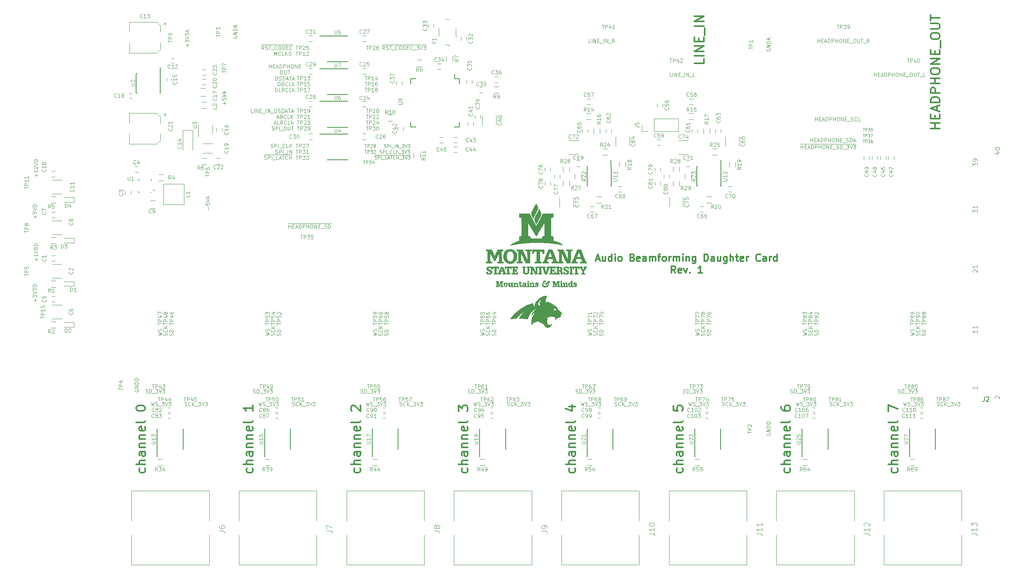
<source format=gto>
G04 #@! TF.GenerationSoftware,KiCad,Pcbnew,(5.0.0-rc2-dev-86-gcd2224b94)*
G04 #@! TF.CreationDate,2018-04-27T13:43:40-06:00*
G04 #@! TF.ProjectId,audio_beamforming_daughter_board,617564696F5F6265616D666F726D696E,1*
G04 #@! TF.SameCoordinates,PX175d720PY88601c0*
G04 #@! TF.FileFunction,Legend,Top*
G04 #@! TF.FilePolarity,Positive*
%FSLAX46Y46*%
G04 Gerber Fmt 4.6, Leading zero omitted, Abs format (unit mm)*
G04 Created by KiCad (PCBNEW (5.0.0-rc2-dev-86-gcd2224b94)) date Fri Apr 27 13:43:40 2018*
%MOMM*%
%LPD*%
G01*
G04 APERTURE LIST*
%ADD10C,0.300000*%
%ADD11C,0.080000*%
%ADD12C,0.100000*%
%ADD13C,0.120000*%
%ADD14C,0.150000*%
%ADD15C,0.010000*%
%ADD16C,0.070000*%
%ADD17C,0.060000*%
G04 APERTURE END LIST*
D10*
X50559523Y20761905D02*
X50654761Y20571429D01*
X50654761Y20190477D01*
X50559523Y20000000D01*
X50464285Y19904762D01*
X50273809Y19809524D01*
X49702380Y19809524D01*
X49511904Y19904762D01*
X49416666Y20000000D01*
X49321428Y20190477D01*
X49321428Y20571429D01*
X49416666Y20761905D01*
X50654761Y21619048D02*
X48654761Y21619048D01*
X50654761Y22476191D02*
X49607142Y22476191D01*
X49416666Y22380953D01*
X49321428Y22190477D01*
X49321428Y21904762D01*
X49416666Y21714286D01*
X49511904Y21619048D01*
X50654761Y24285715D02*
X49607142Y24285715D01*
X49416666Y24190477D01*
X49321428Y24000000D01*
X49321428Y23619048D01*
X49416666Y23428572D01*
X50559523Y24285715D02*
X50654761Y24095239D01*
X50654761Y23619048D01*
X50559523Y23428572D01*
X50369047Y23333334D01*
X50178571Y23333334D01*
X49988095Y23428572D01*
X49892857Y23619048D01*
X49892857Y24095239D01*
X49797619Y24285715D01*
X49321428Y25238096D02*
X50654761Y25238096D01*
X49511904Y25238096D02*
X49416666Y25333334D01*
X49321428Y25523810D01*
X49321428Y25809524D01*
X49416666Y26000000D01*
X49607142Y26095239D01*
X50654761Y26095239D01*
X49321428Y27047620D02*
X50654761Y27047620D01*
X49511904Y27047620D02*
X49416666Y27142858D01*
X49321428Y27333334D01*
X49321428Y27619048D01*
X49416666Y27809524D01*
X49607142Y27904762D01*
X50654761Y27904762D01*
X50559523Y29619048D02*
X50654761Y29428572D01*
X50654761Y29047620D01*
X50559523Y28857143D01*
X50369047Y28761905D01*
X49607142Y28761905D01*
X49416666Y28857143D01*
X49321428Y29047620D01*
X49321428Y29428572D01*
X49416666Y29619048D01*
X49607142Y29714286D01*
X49797619Y29714286D01*
X49988095Y28761905D01*
X50654761Y30857143D02*
X50559523Y30666667D01*
X50369047Y30571429D01*
X48654761Y30571429D01*
X50654761Y34190477D02*
X50654761Y33047620D01*
X50654761Y33619048D02*
X48654761Y33619048D01*
X48940476Y33428572D01*
X49130952Y33238096D01*
X49226190Y33047620D01*
X124107142Y65525000D02*
X124821428Y65525000D01*
X123964285Y65096429D02*
X124464285Y66596429D01*
X124964285Y65096429D01*
X126107142Y66096429D02*
X126107142Y65096429D01*
X125464285Y66096429D02*
X125464285Y65310715D01*
X125535714Y65167858D01*
X125678571Y65096429D01*
X125892857Y65096429D01*
X126035714Y65167858D01*
X126107142Y65239286D01*
X127464285Y65096429D02*
X127464285Y66596429D01*
X127464285Y65167858D02*
X127321428Y65096429D01*
X127035714Y65096429D01*
X126892857Y65167858D01*
X126821428Y65239286D01*
X126750000Y65382143D01*
X126750000Y65810715D01*
X126821428Y65953572D01*
X126892857Y66025000D01*
X127035714Y66096429D01*
X127321428Y66096429D01*
X127464285Y66025000D01*
X128178571Y65096429D02*
X128178571Y66096429D01*
X128178571Y66596429D02*
X128107142Y66525000D01*
X128178571Y66453572D01*
X128250000Y66525000D01*
X128178571Y66596429D01*
X128178571Y66453572D01*
X129107142Y65096429D02*
X128964285Y65167858D01*
X128892857Y65239286D01*
X128821428Y65382143D01*
X128821428Y65810715D01*
X128892857Y65953572D01*
X128964285Y66025000D01*
X129107142Y66096429D01*
X129321428Y66096429D01*
X129464285Y66025000D01*
X129535714Y65953572D01*
X129607142Y65810715D01*
X129607142Y65382143D01*
X129535714Y65239286D01*
X129464285Y65167858D01*
X129321428Y65096429D01*
X129107142Y65096429D01*
X131892857Y65882143D02*
X132107142Y65810715D01*
X132178571Y65739286D01*
X132250000Y65596429D01*
X132250000Y65382143D01*
X132178571Y65239286D01*
X132107142Y65167858D01*
X131964285Y65096429D01*
X131392857Y65096429D01*
X131392857Y66596429D01*
X131892857Y66596429D01*
X132035714Y66525000D01*
X132107142Y66453572D01*
X132178571Y66310715D01*
X132178571Y66167858D01*
X132107142Y66025000D01*
X132035714Y65953572D01*
X131892857Y65882143D01*
X131392857Y65882143D01*
X133464285Y65167858D02*
X133321428Y65096429D01*
X133035714Y65096429D01*
X132892857Y65167858D01*
X132821428Y65310715D01*
X132821428Y65882143D01*
X132892857Y66025000D01*
X133035714Y66096429D01*
X133321428Y66096429D01*
X133464285Y66025000D01*
X133535714Y65882143D01*
X133535714Y65739286D01*
X132821428Y65596429D01*
X134821428Y65096429D02*
X134821428Y65882143D01*
X134750000Y66025000D01*
X134607142Y66096429D01*
X134321428Y66096429D01*
X134178571Y66025000D01*
X134821428Y65167858D02*
X134678571Y65096429D01*
X134321428Y65096429D01*
X134178571Y65167858D01*
X134107142Y65310715D01*
X134107142Y65453572D01*
X134178571Y65596429D01*
X134321428Y65667858D01*
X134678571Y65667858D01*
X134821428Y65739286D01*
X135535714Y65096429D02*
X135535714Y66096429D01*
X135535714Y65953572D02*
X135607142Y66025000D01*
X135750000Y66096429D01*
X135964285Y66096429D01*
X136107142Y66025000D01*
X136178571Y65882143D01*
X136178571Y65096429D01*
X136178571Y65882143D02*
X136250000Y66025000D01*
X136392857Y66096429D01*
X136607142Y66096429D01*
X136750000Y66025000D01*
X136821428Y65882143D01*
X136821428Y65096429D01*
X137321428Y66096429D02*
X137892857Y66096429D01*
X137535714Y65096429D02*
X137535714Y66382143D01*
X137607142Y66525000D01*
X137750000Y66596429D01*
X137892857Y66596429D01*
X138607142Y65096429D02*
X138464285Y65167858D01*
X138392857Y65239286D01*
X138321428Y65382143D01*
X138321428Y65810715D01*
X138392857Y65953572D01*
X138464285Y66025000D01*
X138607142Y66096429D01*
X138821428Y66096429D01*
X138964285Y66025000D01*
X139035714Y65953572D01*
X139107142Y65810715D01*
X139107142Y65382143D01*
X139035714Y65239286D01*
X138964285Y65167858D01*
X138821428Y65096429D01*
X138607142Y65096429D01*
X139750000Y65096429D02*
X139750000Y66096429D01*
X139750000Y65810715D02*
X139821428Y65953572D01*
X139892857Y66025000D01*
X140035714Y66096429D01*
X140178571Y66096429D01*
X140678571Y65096429D02*
X140678571Y66096429D01*
X140678571Y65953572D02*
X140750000Y66025000D01*
X140892857Y66096429D01*
X141107142Y66096429D01*
X141250000Y66025000D01*
X141321428Y65882143D01*
X141321428Y65096429D01*
X141321428Y65882143D02*
X141392857Y66025000D01*
X141535714Y66096429D01*
X141750000Y66096429D01*
X141892857Y66025000D01*
X141964285Y65882143D01*
X141964285Y65096429D01*
X142678571Y65096429D02*
X142678571Y66096429D01*
X142678571Y66596429D02*
X142607142Y66525000D01*
X142678571Y66453572D01*
X142750000Y66525000D01*
X142678571Y66596429D01*
X142678571Y66453572D01*
X143392857Y66096429D02*
X143392857Y65096429D01*
X143392857Y65953572D02*
X143464285Y66025000D01*
X143607142Y66096429D01*
X143821428Y66096429D01*
X143964285Y66025000D01*
X144035714Y65882143D01*
X144035714Y65096429D01*
X145392857Y66096429D02*
X145392857Y64882143D01*
X145321428Y64739286D01*
X145250000Y64667858D01*
X145107142Y64596429D01*
X144892857Y64596429D01*
X144750000Y64667858D01*
X145392857Y65167858D02*
X145250000Y65096429D01*
X144964285Y65096429D01*
X144821428Y65167858D01*
X144750000Y65239286D01*
X144678571Y65382143D01*
X144678571Y65810715D01*
X144750000Y65953572D01*
X144821428Y66025000D01*
X144964285Y66096429D01*
X145250000Y66096429D01*
X145392857Y66025000D01*
X147250000Y65096429D02*
X147250000Y66596429D01*
X147607142Y66596429D01*
X147821428Y66525000D01*
X147964285Y66382143D01*
X148035714Y66239286D01*
X148107142Y65953572D01*
X148107142Y65739286D01*
X148035714Y65453572D01*
X147964285Y65310715D01*
X147821428Y65167858D01*
X147607142Y65096429D01*
X147250000Y65096429D01*
X149392857Y65096429D02*
X149392857Y65882143D01*
X149321428Y66025000D01*
X149178571Y66096429D01*
X148892857Y66096429D01*
X148750000Y66025000D01*
X149392857Y65167858D02*
X149250000Y65096429D01*
X148892857Y65096429D01*
X148750000Y65167858D01*
X148678571Y65310715D01*
X148678571Y65453572D01*
X148750000Y65596429D01*
X148892857Y65667858D01*
X149250000Y65667858D01*
X149392857Y65739286D01*
X150750000Y66096429D02*
X150750000Y65096429D01*
X150107142Y66096429D02*
X150107142Y65310715D01*
X150178571Y65167858D01*
X150321428Y65096429D01*
X150535714Y65096429D01*
X150678571Y65167858D01*
X150750000Y65239286D01*
X152107142Y66096429D02*
X152107142Y64882143D01*
X152035714Y64739286D01*
X151964285Y64667858D01*
X151821428Y64596429D01*
X151607142Y64596429D01*
X151464285Y64667858D01*
X152107142Y65167858D02*
X151964285Y65096429D01*
X151678571Y65096429D01*
X151535714Y65167858D01*
X151464285Y65239286D01*
X151392857Y65382143D01*
X151392857Y65810715D01*
X151464285Y65953572D01*
X151535714Y66025000D01*
X151678571Y66096429D01*
X151964285Y66096429D01*
X152107142Y66025000D01*
X152821428Y65096429D02*
X152821428Y66596429D01*
X153464285Y65096429D02*
X153464285Y65882143D01*
X153392857Y66025000D01*
X153250000Y66096429D01*
X153035714Y66096429D01*
X152892857Y66025000D01*
X152821428Y65953572D01*
X153964285Y66096429D02*
X154535714Y66096429D01*
X154178571Y66596429D02*
X154178571Y65310715D01*
X154250000Y65167858D01*
X154392857Y65096429D01*
X154535714Y65096429D01*
X155607142Y65167858D02*
X155464285Y65096429D01*
X155178571Y65096429D01*
X155035714Y65167858D01*
X154964285Y65310715D01*
X154964285Y65882143D01*
X155035714Y66025000D01*
X155178571Y66096429D01*
X155464285Y66096429D01*
X155607142Y66025000D01*
X155678571Y65882143D01*
X155678571Y65739286D01*
X154964285Y65596429D01*
X156321428Y65096429D02*
X156321428Y66096429D01*
X156321428Y65810715D02*
X156392857Y65953572D01*
X156464285Y66025000D01*
X156607142Y66096429D01*
X156750000Y66096429D01*
X159250000Y65239286D02*
X159178571Y65167858D01*
X158964285Y65096429D01*
X158821428Y65096429D01*
X158607142Y65167858D01*
X158464285Y65310715D01*
X158392857Y65453572D01*
X158321428Y65739286D01*
X158321428Y65953572D01*
X158392857Y66239286D01*
X158464285Y66382143D01*
X158607142Y66525000D01*
X158821428Y66596429D01*
X158964285Y66596429D01*
X159178571Y66525000D01*
X159250000Y66453572D01*
X160535714Y65096429D02*
X160535714Y65882143D01*
X160464285Y66025000D01*
X160321428Y66096429D01*
X160035714Y66096429D01*
X159892857Y66025000D01*
X160535714Y65167858D02*
X160392857Y65096429D01*
X160035714Y65096429D01*
X159892857Y65167858D01*
X159821428Y65310715D01*
X159821428Y65453572D01*
X159892857Y65596429D01*
X160035714Y65667858D01*
X160392857Y65667858D01*
X160535714Y65739286D01*
X161250000Y65096429D02*
X161250000Y66096429D01*
X161250000Y65810715D02*
X161321428Y65953572D01*
X161392857Y66025000D01*
X161535714Y66096429D01*
X161678571Y66096429D01*
X162821428Y65096429D02*
X162821428Y66596429D01*
X162821428Y65167858D02*
X162678571Y65096429D01*
X162392857Y65096429D01*
X162250000Y65167858D01*
X162178571Y65239286D01*
X162107142Y65382143D01*
X162107142Y65810715D01*
X162178571Y65953572D01*
X162250000Y66025000D01*
X162392857Y66096429D01*
X162678571Y66096429D01*
X162821428Y66025000D01*
X141107142Y62546429D02*
X140607142Y63260715D01*
X140250000Y62546429D02*
X140250000Y64046429D01*
X140821428Y64046429D01*
X140964285Y63975000D01*
X141035714Y63903572D01*
X141107142Y63760715D01*
X141107142Y63546429D01*
X141035714Y63403572D01*
X140964285Y63332143D01*
X140821428Y63260715D01*
X140250000Y63260715D01*
X142321428Y62617858D02*
X142178571Y62546429D01*
X141892857Y62546429D01*
X141750000Y62617858D01*
X141678571Y62760715D01*
X141678571Y63332143D01*
X141750000Y63475000D01*
X141892857Y63546429D01*
X142178571Y63546429D01*
X142321428Y63475000D01*
X142392857Y63332143D01*
X142392857Y63189286D01*
X141678571Y63046429D01*
X142892857Y63546429D02*
X143250000Y62546429D01*
X143607142Y63546429D01*
X144178571Y62689286D02*
X144250000Y62617858D01*
X144178571Y62546429D01*
X144107142Y62617858D01*
X144178571Y62689286D01*
X144178571Y62546429D01*
X146821428Y62546429D02*
X145964285Y62546429D01*
X146392857Y62546429D02*
X146392857Y64046429D01*
X146250000Y63832143D01*
X146107142Y63689286D01*
X145964285Y63617858D01*
D11*
X54147619Y106418096D02*
X54147619Y107218096D01*
X54147619Y106837143D02*
X54604761Y106837143D01*
X54604761Y106418096D02*
X54604761Y107218096D01*
X54985714Y106837143D02*
X55252380Y106837143D01*
X55366666Y106418096D02*
X54985714Y106418096D01*
X54985714Y107218096D01*
X55366666Y107218096D01*
X55671428Y106646667D02*
X56052380Y106646667D01*
X55595238Y106418096D02*
X55861904Y107218096D01*
X56128571Y106418096D01*
X56395238Y106418096D02*
X56395238Y107218096D01*
X56585714Y107218096D01*
X56700000Y107180000D01*
X56776190Y107103810D01*
X56814285Y107027620D01*
X56852380Y106875239D01*
X56852380Y106760953D01*
X56814285Y106608572D01*
X56776190Y106532381D01*
X56700000Y106456191D01*
X56585714Y106418096D01*
X56395238Y106418096D01*
X57195238Y106418096D02*
X57195238Y107218096D01*
X57500000Y107218096D01*
X57576190Y107180000D01*
X57614285Y107141905D01*
X57652380Y107065715D01*
X57652380Y106951429D01*
X57614285Y106875239D01*
X57576190Y106837143D01*
X57500000Y106799048D01*
X57195238Y106799048D01*
X57995238Y106418096D02*
X57995238Y107218096D01*
X57995238Y106837143D02*
X58452380Y106837143D01*
X58452380Y106418096D02*
X58452380Y107218096D01*
X58985714Y107218096D02*
X59138095Y107218096D01*
X59214285Y107180000D01*
X59290476Y107103810D01*
X59328571Y106951429D01*
X59328571Y106684762D01*
X59290476Y106532381D01*
X59214285Y106456191D01*
X59138095Y106418096D01*
X58985714Y106418096D01*
X58909523Y106456191D01*
X58833333Y106532381D01*
X58795238Y106684762D01*
X58795238Y106951429D01*
X58833333Y107103810D01*
X58909523Y107180000D01*
X58985714Y107218096D01*
X59671428Y106418096D02*
X59671428Y107218096D01*
X60128571Y106418096D01*
X60128571Y107218096D01*
X60509523Y106837143D02*
X60776190Y106837143D01*
X60890476Y106418096D02*
X60509523Y106418096D01*
X60509523Y107218096D01*
X60890476Y107218096D01*
X56700000Y105938096D02*
X56852380Y105938096D01*
X56928571Y105900000D01*
X57004761Y105823810D01*
X57042857Y105671429D01*
X57042857Y105404762D01*
X57004761Y105252381D01*
X56928571Y105176191D01*
X56852380Y105138096D01*
X56700000Y105138096D01*
X56623809Y105176191D01*
X56547619Y105252381D01*
X56509523Y105404762D01*
X56509523Y105671429D01*
X56547619Y105823810D01*
X56623809Y105900000D01*
X56700000Y105938096D01*
X57385714Y105938096D02*
X57385714Y105290477D01*
X57423809Y105214286D01*
X57461904Y105176191D01*
X57538095Y105138096D01*
X57690476Y105138096D01*
X57766666Y105176191D01*
X57804761Y105214286D01*
X57842857Y105290477D01*
X57842857Y105938096D01*
X58109523Y105938096D02*
X58566666Y105938096D01*
X58338095Y105138096D02*
X58338095Y105938096D01*
X55519047Y103858096D02*
X55519047Y104658096D01*
X55709523Y104658096D01*
X55823809Y104620000D01*
X55900000Y104543810D01*
X55938095Y104467620D01*
X55976190Y104315239D01*
X55976190Y104200953D01*
X55938095Y104048572D01*
X55900000Y103972381D01*
X55823809Y103896191D01*
X55709523Y103858096D01*
X55519047Y103858096D01*
X56280952Y103896191D02*
X56395238Y103858096D01*
X56585714Y103858096D01*
X56661904Y103896191D01*
X56700000Y103934286D01*
X56738095Y104010477D01*
X56738095Y104086667D01*
X56700000Y104162858D01*
X56661904Y104200953D01*
X56585714Y104239048D01*
X56433333Y104277143D01*
X56357142Y104315239D01*
X56319047Y104353334D01*
X56280952Y104429524D01*
X56280952Y104505715D01*
X56319047Y104581905D01*
X56357142Y104620000D01*
X56433333Y104658096D01*
X56623809Y104658096D01*
X56738095Y104620000D01*
X57080952Y103858096D02*
X57080952Y104658096D01*
X57271428Y104658096D01*
X57385714Y104620000D01*
X57461904Y104543810D01*
X57500000Y104467620D01*
X57538095Y104315239D01*
X57538095Y104200953D01*
X57500000Y104048572D01*
X57461904Y103972381D01*
X57385714Y103896191D01*
X57271428Y103858096D01*
X57080952Y103858096D01*
X57842857Y104086667D02*
X58223809Y104086667D01*
X57766666Y103858096D02*
X58033333Y104658096D01*
X58300000Y103858096D01*
X58452380Y104658096D02*
X58909523Y104658096D01*
X58680952Y103858096D02*
X58680952Y104658096D01*
X59138095Y104086667D02*
X59519047Y104086667D01*
X59061904Y103858096D02*
X59328571Y104658096D01*
X59595238Y103858096D01*
D12*
X209785714Y88464286D02*
X210452380Y88464286D01*
X209404761Y88226191D02*
X210119047Y87988096D01*
X210119047Y88607143D01*
X209452380Y89178572D02*
X209452380Y89273810D01*
X209500000Y89369048D01*
X209547619Y89416667D01*
X209642857Y89464286D01*
X209833333Y89511905D01*
X210071428Y89511905D01*
X210261904Y89464286D01*
X210357142Y89416667D01*
X210404761Y89369048D01*
X210452380Y89273810D01*
X210452380Y89178572D01*
X210404761Y89083334D01*
X210357142Y89035715D01*
X210261904Y88988096D01*
X210071428Y88940477D01*
X209833333Y88940477D01*
X209642857Y88988096D01*
X209547619Y89035715D01*
X209500000Y89083334D01*
X209452380Y89178572D01*
X204702380Y85440477D02*
X204702380Y86059524D01*
X205083333Y85726191D01*
X205083333Y85869048D01*
X205130952Y85964286D01*
X205178571Y86011905D01*
X205273809Y86059524D01*
X205511904Y86059524D01*
X205607142Y86011905D01*
X205654761Y85964286D01*
X205702380Y85869048D01*
X205702380Y85583334D01*
X205654761Y85488096D01*
X205607142Y85440477D01*
X205702380Y86535715D02*
X205702380Y86726191D01*
X205654761Y86821429D01*
X205607142Y86869048D01*
X205464285Y86964286D01*
X205273809Y87011905D01*
X204892857Y87011905D01*
X204797619Y86964286D01*
X204750000Y86916667D01*
X204702380Y86821429D01*
X204702380Y86630953D01*
X204750000Y86535715D01*
X204797619Y86488096D01*
X204892857Y86440477D01*
X205130952Y86440477D01*
X205226190Y86488096D01*
X205273809Y86535715D01*
X205321428Y86630953D01*
X205321428Y86821429D01*
X205273809Y86916667D01*
X205226190Y86964286D01*
X205130952Y87011905D01*
X204702380Y75440477D02*
X204702380Y76059524D01*
X205083333Y75726191D01*
X205083333Y75869048D01*
X205130952Y75964286D01*
X205178571Y76011905D01*
X205273809Y76059524D01*
X205511904Y76059524D01*
X205607142Y76011905D01*
X205654761Y75964286D01*
X205702380Y75869048D01*
X205702380Y75583334D01*
X205654761Y75488096D01*
X205607142Y75440477D01*
X205702380Y77011905D02*
X205702380Y76440477D01*
X205702380Y76726191D02*
X204702380Y76726191D01*
X204845238Y76630953D01*
X204940476Y76535715D01*
X204988095Y76440477D01*
X204797619Y62738096D02*
X204750000Y62785715D01*
X204702380Y62880953D01*
X204702380Y63119048D01*
X204750000Y63214286D01*
X204797619Y63261905D01*
X204892857Y63309524D01*
X204988095Y63309524D01*
X205130952Y63261905D01*
X205702380Y62690477D01*
X205702380Y63309524D01*
X205702380Y64261905D02*
X205702380Y63690477D01*
X205702380Y63976191D02*
X204702380Y63976191D01*
X204845238Y63880953D01*
X204940476Y63785715D01*
X204988095Y63690477D01*
X205702380Y50309524D02*
X205702380Y49738096D01*
X205702380Y50023810D02*
X204702380Y50023810D01*
X204845238Y49928572D01*
X204940476Y49833334D01*
X204988095Y49738096D01*
X205702380Y51261905D02*
X205702380Y50690477D01*
X205702380Y50976191D02*
X204702380Y50976191D01*
X204845238Y50880953D01*
X204940476Y50785715D01*
X204988095Y50690477D01*
X209547619Y35714286D02*
X209500000Y35761905D01*
X209452380Y35857143D01*
X209452380Y36095239D01*
X209500000Y36190477D01*
X209547619Y36238096D01*
X209642857Y36285715D01*
X209738095Y36285715D01*
X209880952Y36238096D01*
X210452380Y35666667D01*
X210452380Y36285715D01*
X205702380Y38285715D02*
X205702380Y37714286D01*
X205702380Y38000000D02*
X204702380Y38000000D01*
X204845238Y37904762D01*
X204940476Y37809524D01*
X204988095Y37714286D01*
D10*
X197654761Y93500000D02*
X195654761Y93500000D01*
X196607142Y93500000D02*
X196607142Y94642858D01*
X197654761Y94642858D02*
X195654761Y94642858D01*
X196607142Y95595239D02*
X196607142Y96261905D01*
X197654761Y96547620D02*
X197654761Y95595239D01*
X195654761Y95595239D01*
X195654761Y96547620D01*
X197083333Y97309524D02*
X197083333Y98261905D01*
X197654761Y97119048D02*
X195654761Y97785715D01*
X197654761Y98452381D01*
X197654761Y99119048D02*
X195654761Y99119048D01*
X195654761Y99595239D01*
X195750000Y99880953D01*
X195940476Y100071429D01*
X196130952Y100166667D01*
X196511904Y100261905D01*
X196797619Y100261905D01*
X197178571Y100166667D01*
X197369047Y100071429D01*
X197559523Y99880953D01*
X197654761Y99595239D01*
X197654761Y99119048D01*
X197654761Y101119048D02*
X195654761Y101119048D01*
X195654761Y101880953D01*
X195750000Y102071429D01*
X195845238Y102166667D01*
X196035714Y102261905D01*
X196321428Y102261905D01*
X196511904Y102166667D01*
X196607142Y102071429D01*
X196702380Y101880953D01*
X196702380Y101119048D01*
X197654761Y103119048D02*
X195654761Y103119048D01*
X196607142Y103119048D02*
X196607142Y104261905D01*
X197654761Y104261905D02*
X195654761Y104261905D01*
X195654761Y105595239D02*
X195654761Y105976191D01*
X195750000Y106166667D01*
X195940476Y106357143D01*
X196321428Y106452381D01*
X196988095Y106452381D01*
X197369047Y106357143D01*
X197559523Y106166667D01*
X197654761Y105976191D01*
X197654761Y105595239D01*
X197559523Y105404762D01*
X197369047Y105214286D01*
X196988095Y105119048D01*
X196321428Y105119048D01*
X195940476Y105214286D01*
X195750000Y105404762D01*
X195654761Y105595239D01*
X197654761Y107309524D02*
X195654761Y107309524D01*
X197654761Y108452381D01*
X195654761Y108452381D01*
X196607142Y109404762D02*
X196607142Y110071429D01*
X197654761Y110357143D02*
X197654761Y109404762D01*
X195654761Y109404762D01*
X195654761Y110357143D01*
X197845238Y110738096D02*
X197845238Y112261905D01*
X195654761Y113119048D02*
X195654761Y113500000D01*
X195750000Y113690477D01*
X195940476Y113880953D01*
X196321428Y113976191D01*
X196988095Y113976191D01*
X197369047Y113880953D01*
X197559523Y113690477D01*
X197654761Y113500000D01*
X197654761Y113119048D01*
X197559523Y112928572D01*
X197369047Y112738096D01*
X196988095Y112642858D01*
X196321428Y112642858D01*
X195940476Y112738096D01*
X195750000Y112928572D01*
X195654761Y113119048D01*
X195654761Y114833334D02*
X197273809Y114833334D01*
X197464285Y114928572D01*
X197559523Y115023810D01*
X197654761Y115214286D01*
X197654761Y115595239D01*
X197559523Y115785715D01*
X197464285Y115880953D01*
X197273809Y115976191D01*
X195654761Y115976191D01*
X195654761Y116642858D02*
X195654761Y117785715D01*
X197654761Y117214286D02*
X195654761Y117214286D01*
X147154761Y108404762D02*
X147154761Y107452381D01*
X145154761Y107452381D01*
X147154761Y109071429D02*
X145154761Y109071429D01*
X147154761Y110023810D02*
X145154761Y110023810D01*
X147154761Y111166667D01*
X145154761Y111166667D01*
X146107142Y112119048D02*
X146107142Y112785715D01*
X147154761Y113071429D02*
X147154761Y112119048D01*
X145154761Y112119048D01*
X145154761Y113071429D01*
X147345238Y113452381D02*
X147345238Y114976191D01*
X147154761Y115452381D02*
X145154761Y115452381D01*
X147154761Y116404762D02*
X145154761Y116404762D01*
X147154761Y117547620D01*
X145154761Y117547620D01*
X188559523Y20761905D02*
X188654761Y20571429D01*
X188654761Y20190477D01*
X188559523Y20000000D01*
X188464285Y19904762D01*
X188273809Y19809524D01*
X187702380Y19809524D01*
X187511904Y19904762D01*
X187416666Y20000000D01*
X187321428Y20190477D01*
X187321428Y20571429D01*
X187416666Y20761905D01*
X188654761Y21619048D02*
X186654761Y21619048D01*
X188654761Y22476191D02*
X187607142Y22476191D01*
X187416666Y22380953D01*
X187321428Y22190477D01*
X187321428Y21904762D01*
X187416666Y21714286D01*
X187511904Y21619048D01*
X188654761Y24285715D02*
X187607142Y24285715D01*
X187416666Y24190477D01*
X187321428Y24000000D01*
X187321428Y23619048D01*
X187416666Y23428572D01*
X188559523Y24285715D02*
X188654761Y24095239D01*
X188654761Y23619048D01*
X188559523Y23428572D01*
X188369047Y23333334D01*
X188178571Y23333334D01*
X187988095Y23428572D01*
X187892857Y23619048D01*
X187892857Y24095239D01*
X187797619Y24285715D01*
X187321428Y25238096D02*
X188654761Y25238096D01*
X187511904Y25238096D02*
X187416666Y25333334D01*
X187321428Y25523810D01*
X187321428Y25809524D01*
X187416666Y26000000D01*
X187607142Y26095239D01*
X188654761Y26095239D01*
X187321428Y27047620D02*
X188654761Y27047620D01*
X187511904Y27047620D02*
X187416666Y27142858D01*
X187321428Y27333334D01*
X187321428Y27619048D01*
X187416666Y27809524D01*
X187607142Y27904762D01*
X188654761Y27904762D01*
X188559523Y29619048D02*
X188654761Y29428572D01*
X188654761Y29047620D01*
X188559523Y28857143D01*
X188369047Y28761905D01*
X187607142Y28761905D01*
X187416666Y28857143D01*
X187321428Y29047620D01*
X187321428Y29428572D01*
X187416666Y29619048D01*
X187607142Y29714286D01*
X187797619Y29714286D01*
X187988095Y28761905D01*
X188654761Y30857143D02*
X188559523Y30666667D01*
X188369047Y30571429D01*
X186654761Y30571429D01*
X186654761Y32952381D02*
X186654761Y34285715D01*
X188654761Y33428572D01*
X165559523Y20761905D02*
X165654761Y20571429D01*
X165654761Y20190477D01*
X165559523Y20000000D01*
X165464285Y19904762D01*
X165273809Y19809524D01*
X164702380Y19809524D01*
X164511904Y19904762D01*
X164416666Y20000000D01*
X164321428Y20190477D01*
X164321428Y20571429D01*
X164416666Y20761905D01*
X165654761Y21619048D02*
X163654761Y21619048D01*
X165654761Y22476191D02*
X164607142Y22476191D01*
X164416666Y22380953D01*
X164321428Y22190477D01*
X164321428Y21904762D01*
X164416666Y21714286D01*
X164511904Y21619048D01*
X165654761Y24285715D02*
X164607142Y24285715D01*
X164416666Y24190477D01*
X164321428Y24000000D01*
X164321428Y23619048D01*
X164416666Y23428572D01*
X165559523Y24285715D02*
X165654761Y24095239D01*
X165654761Y23619048D01*
X165559523Y23428572D01*
X165369047Y23333334D01*
X165178571Y23333334D01*
X164988095Y23428572D01*
X164892857Y23619048D01*
X164892857Y24095239D01*
X164797619Y24285715D01*
X164321428Y25238096D02*
X165654761Y25238096D01*
X164511904Y25238096D02*
X164416666Y25333334D01*
X164321428Y25523810D01*
X164321428Y25809524D01*
X164416666Y26000000D01*
X164607142Y26095239D01*
X165654761Y26095239D01*
X164321428Y27047620D02*
X165654761Y27047620D01*
X164511904Y27047620D02*
X164416666Y27142858D01*
X164321428Y27333334D01*
X164321428Y27619048D01*
X164416666Y27809524D01*
X164607142Y27904762D01*
X165654761Y27904762D01*
X165559523Y29619048D02*
X165654761Y29428572D01*
X165654761Y29047620D01*
X165559523Y28857143D01*
X165369047Y28761905D01*
X164607142Y28761905D01*
X164416666Y28857143D01*
X164321428Y29047620D01*
X164321428Y29428572D01*
X164416666Y29619048D01*
X164607142Y29714286D01*
X164797619Y29714286D01*
X164988095Y28761905D01*
X165654761Y30857143D02*
X165559523Y30666667D01*
X165369047Y30571429D01*
X163654761Y30571429D01*
X163654761Y34000000D02*
X163654761Y33619048D01*
X163750000Y33428572D01*
X163845238Y33333334D01*
X164130952Y33142858D01*
X164511904Y33047620D01*
X165273809Y33047620D01*
X165464285Y33142858D01*
X165559523Y33238096D01*
X165654761Y33428572D01*
X165654761Y33809524D01*
X165559523Y34000000D01*
X165464285Y34095239D01*
X165273809Y34190477D01*
X164797619Y34190477D01*
X164607142Y34095239D01*
X164511904Y34000000D01*
X164416666Y33809524D01*
X164416666Y33428572D01*
X164511904Y33238096D01*
X164607142Y33142858D01*
X164797619Y33047620D01*
X142559523Y20761905D02*
X142654761Y20571429D01*
X142654761Y20190477D01*
X142559523Y20000000D01*
X142464285Y19904762D01*
X142273809Y19809524D01*
X141702380Y19809524D01*
X141511904Y19904762D01*
X141416666Y20000000D01*
X141321428Y20190477D01*
X141321428Y20571429D01*
X141416666Y20761905D01*
X142654761Y21619048D02*
X140654761Y21619048D01*
X142654761Y22476191D02*
X141607142Y22476191D01*
X141416666Y22380953D01*
X141321428Y22190477D01*
X141321428Y21904762D01*
X141416666Y21714286D01*
X141511904Y21619048D01*
X142654761Y24285715D02*
X141607142Y24285715D01*
X141416666Y24190477D01*
X141321428Y24000000D01*
X141321428Y23619048D01*
X141416666Y23428572D01*
X142559523Y24285715D02*
X142654761Y24095239D01*
X142654761Y23619048D01*
X142559523Y23428572D01*
X142369047Y23333334D01*
X142178571Y23333334D01*
X141988095Y23428572D01*
X141892857Y23619048D01*
X141892857Y24095239D01*
X141797619Y24285715D01*
X141321428Y25238096D02*
X142654761Y25238096D01*
X141511904Y25238096D02*
X141416666Y25333334D01*
X141321428Y25523810D01*
X141321428Y25809524D01*
X141416666Y26000000D01*
X141607142Y26095239D01*
X142654761Y26095239D01*
X141321428Y27047620D02*
X142654761Y27047620D01*
X141511904Y27047620D02*
X141416666Y27142858D01*
X141321428Y27333334D01*
X141321428Y27619048D01*
X141416666Y27809524D01*
X141607142Y27904762D01*
X142654761Y27904762D01*
X142559523Y29619048D02*
X142654761Y29428572D01*
X142654761Y29047620D01*
X142559523Y28857143D01*
X142369047Y28761905D01*
X141607142Y28761905D01*
X141416666Y28857143D01*
X141321428Y29047620D01*
X141321428Y29428572D01*
X141416666Y29619048D01*
X141607142Y29714286D01*
X141797619Y29714286D01*
X141988095Y28761905D01*
X142654761Y30857143D02*
X142559523Y30666667D01*
X142369047Y30571429D01*
X140654761Y30571429D01*
X140654761Y34095239D02*
X140654761Y33142858D01*
X141607142Y33047620D01*
X141511904Y33142858D01*
X141416666Y33333334D01*
X141416666Y33809524D01*
X141511904Y34000000D01*
X141607142Y34095239D01*
X141797619Y34190477D01*
X142273809Y34190477D01*
X142464285Y34095239D01*
X142559523Y34000000D01*
X142654761Y33809524D01*
X142654761Y33333334D01*
X142559523Y33142858D01*
X142464285Y33047620D01*
X119559523Y20761905D02*
X119654761Y20571429D01*
X119654761Y20190477D01*
X119559523Y20000000D01*
X119464285Y19904762D01*
X119273809Y19809524D01*
X118702380Y19809524D01*
X118511904Y19904762D01*
X118416666Y20000000D01*
X118321428Y20190477D01*
X118321428Y20571429D01*
X118416666Y20761905D01*
X119654761Y21619048D02*
X117654761Y21619048D01*
X119654761Y22476191D02*
X118607142Y22476191D01*
X118416666Y22380953D01*
X118321428Y22190477D01*
X118321428Y21904762D01*
X118416666Y21714286D01*
X118511904Y21619048D01*
X119654761Y24285715D02*
X118607142Y24285715D01*
X118416666Y24190477D01*
X118321428Y24000000D01*
X118321428Y23619048D01*
X118416666Y23428572D01*
X119559523Y24285715D02*
X119654761Y24095239D01*
X119654761Y23619048D01*
X119559523Y23428572D01*
X119369047Y23333334D01*
X119178571Y23333334D01*
X118988095Y23428572D01*
X118892857Y23619048D01*
X118892857Y24095239D01*
X118797619Y24285715D01*
X118321428Y25238096D02*
X119654761Y25238096D01*
X118511904Y25238096D02*
X118416666Y25333334D01*
X118321428Y25523810D01*
X118321428Y25809524D01*
X118416666Y26000000D01*
X118607142Y26095239D01*
X119654761Y26095239D01*
X118321428Y27047620D02*
X119654761Y27047620D01*
X118511904Y27047620D02*
X118416666Y27142858D01*
X118321428Y27333334D01*
X118321428Y27619048D01*
X118416666Y27809524D01*
X118607142Y27904762D01*
X119654761Y27904762D01*
X119559523Y29619048D02*
X119654761Y29428572D01*
X119654761Y29047620D01*
X119559523Y28857143D01*
X119369047Y28761905D01*
X118607142Y28761905D01*
X118416666Y28857143D01*
X118321428Y29047620D01*
X118321428Y29428572D01*
X118416666Y29619048D01*
X118607142Y29714286D01*
X118797619Y29714286D01*
X118988095Y28761905D01*
X119654761Y30857143D02*
X119559523Y30666667D01*
X119369047Y30571429D01*
X117654761Y30571429D01*
X118321428Y34000000D02*
X119654761Y34000000D01*
X117559523Y33523810D02*
X118988095Y33047620D01*
X118988095Y34285715D01*
X96559523Y20761905D02*
X96654761Y20571429D01*
X96654761Y20190477D01*
X96559523Y20000000D01*
X96464285Y19904762D01*
X96273809Y19809524D01*
X95702380Y19809524D01*
X95511904Y19904762D01*
X95416666Y20000000D01*
X95321428Y20190477D01*
X95321428Y20571429D01*
X95416666Y20761905D01*
X96654761Y21619048D02*
X94654761Y21619048D01*
X96654761Y22476191D02*
X95607142Y22476191D01*
X95416666Y22380953D01*
X95321428Y22190477D01*
X95321428Y21904762D01*
X95416666Y21714286D01*
X95511904Y21619048D01*
X96654761Y24285715D02*
X95607142Y24285715D01*
X95416666Y24190477D01*
X95321428Y24000000D01*
X95321428Y23619048D01*
X95416666Y23428572D01*
X96559523Y24285715D02*
X96654761Y24095239D01*
X96654761Y23619048D01*
X96559523Y23428572D01*
X96369047Y23333334D01*
X96178571Y23333334D01*
X95988095Y23428572D01*
X95892857Y23619048D01*
X95892857Y24095239D01*
X95797619Y24285715D01*
X95321428Y25238096D02*
X96654761Y25238096D01*
X95511904Y25238096D02*
X95416666Y25333334D01*
X95321428Y25523810D01*
X95321428Y25809524D01*
X95416666Y26000000D01*
X95607142Y26095239D01*
X96654761Y26095239D01*
X95321428Y27047620D02*
X96654761Y27047620D01*
X95511904Y27047620D02*
X95416666Y27142858D01*
X95321428Y27333334D01*
X95321428Y27619048D01*
X95416666Y27809524D01*
X95607142Y27904762D01*
X96654761Y27904762D01*
X96559523Y29619048D02*
X96654761Y29428572D01*
X96654761Y29047620D01*
X96559523Y28857143D01*
X96369047Y28761905D01*
X95607142Y28761905D01*
X95416666Y28857143D01*
X95321428Y29047620D01*
X95321428Y29428572D01*
X95416666Y29619048D01*
X95607142Y29714286D01*
X95797619Y29714286D01*
X95988095Y28761905D01*
X96654761Y30857143D02*
X96559523Y30666667D01*
X96369047Y30571429D01*
X94654761Y30571429D01*
X94654761Y32952381D02*
X94654761Y34190477D01*
X95416666Y33523810D01*
X95416666Y33809524D01*
X95511904Y34000000D01*
X95607142Y34095239D01*
X95797619Y34190477D01*
X96273809Y34190477D01*
X96464285Y34095239D01*
X96559523Y34000000D01*
X96654761Y33809524D01*
X96654761Y33238096D01*
X96559523Y33047620D01*
X96464285Y32952381D01*
X73559523Y20761905D02*
X73654761Y20571429D01*
X73654761Y20190477D01*
X73559523Y20000000D01*
X73464285Y19904762D01*
X73273809Y19809524D01*
X72702380Y19809524D01*
X72511904Y19904762D01*
X72416666Y20000000D01*
X72321428Y20190477D01*
X72321428Y20571429D01*
X72416666Y20761905D01*
X73654761Y21619048D02*
X71654761Y21619048D01*
X73654761Y22476191D02*
X72607142Y22476191D01*
X72416666Y22380953D01*
X72321428Y22190477D01*
X72321428Y21904762D01*
X72416666Y21714286D01*
X72511904Y21619048D01*
X73654761Y24285715D02*
X72607142Y24285715D01*
X72416666Y24190477D01*
X72321428Y24000000D01*
X72321428Y23619048D01*
X72416666Y23428572D01*
X73559523Y24285715D02*
X73654761Y24095239D01*
X73654761Y23619048D01*
X73559523Y23428572D01*
X73369047Y23333334D01*
X73178571Y23333334D01*
X72988095Y23428572D01*
X72892857Y23619048D01*
X72892857Y24095239D01*
X72797619Y24285715D01*
X72321428Y25238096D02*
X73654761Y25238096D01*
X72511904Y25238096D02*
X72416666Y25333334D01*
X72321428Y25523810D01*
X72321428Y25809524D01*
X72416666Y26000000D01*
X72607142Y26095239D01*
X73654761Y26095239D01*
X72321428Y27047620D02*
X73654761Y27047620D01*
X72511904Y27047620D02*
X72416666Y27142858D01*
X72321428Y27333334D01*
X72321428Y27619048D01*
X72416666Y27809524D01*
X72607142Y27904762D01*
X73654761Y27904762D01*
X73559523Y29619048D02*
X73654761Y29428572D01*
X73654761Y29047620D01*
X73559523Y28857143D01*
X73369047Y28761905D01*
X72607142Y28761905D01*
X72416666Y28857143D01*
X72321428Y29047620D01*
X72321428Y29428572D01*
X72416666Y29619048D01*
X72607142Y29714286D01*
X72797619Y29714286D01*
X72988095Y28761905D01*
X73654761Y30857143D02*
X73559523Y30666667D01*
X73369047Y30571429D01*
X71654761Y30571429D01*
X71845238Y33047620D02*
X71750000Y33142858D01*
X71654761Y33333334D01*
X71654761Y33809524D01*
X71750000Y34000000D01*
X71845238Y34095239D01*
X72035714Y34190477D01*
X72226190Y34190477D01*
X72511904Y34095239D01*
X73654761Y32952381D01*
X73654761Y34190477D01*
X27559523Y20761905D02*
X27654761Y20571429D01*
X27654761Y20190477D01*
X27559523Y20000000D01*
X27464285Y19904762D01*
X27273809Y19809524D01*
X26702380Y19809524D01*
X26511904Y19904762D01*
X26416666Y20000000D01*
X26321428Y20190477D01*
X26321428Y20571429D01*
X26416666Y20761905D01*
X27654761Y21619048D02*
X25654761Y21619048D01*
X27654761Y22476191D02*
X26607142Y22476191D01*
X26416666Y22380953D01*
X26321428Y22190477D01*
X26321428Y21904762D01*
X26416666Y21714286D01*
X26511904Y21619048D01*
X27654761Y24285715D02*
X26607142Y24285715D01*
X26416666Y24190477D01*
X26321428Y24000000D01*
X26321428Y23619048D01*
X26416666Y23428572D01*
X27559523Y24285715D02*
X27654761Y24095239D01*
X27654761Y23619048D01*
X27559523Y23428572D01*
X27369047Y23333334D01*
X27178571Y23333334D01*
X26988095Y23428572D01*
X26892857Y23619048D01*
X26892857Y24095239D01*
X26797619Y24285715D01*
X26321428Y25238096D02*
X27654761Y25238096D01*
X26511904Y25238096D02*
X26416666Y25333334D01*
X26321428Y25523810D01*
X26321428Y25809524D01*
X26416666Y26000000D01*
X26607142Y26095239D01*
X27654761Y26095239D01*
X26321428Y27047620D02*
X27654761Y27047620D01*
X26511904Y27047620D02*
X26416666Y27142858D01*
X26321428Y27333334D01*
X26321428Y27619048D01*
X26416666Y27809524D01*
X26607142Y27904762D01*
X27654761Y27904762D01*
X27559523Y29619048D02*
X27654761Y29428572D01*
X27654761Y29047620D01*
X27559523Y28857143D01*
X27369047Y28761905D01*
X26607142Y28761905D01*
X26416666Y28857143D01*
X26321428Y29047620D01*
X26321428Y29428572D01*
X26416666Y29619048D01*
X26607142Y29714286D01*
X26797619Y29714286D01*
X26988095Y28761905D01*
X27654761Y30857143D02*
X27559523Y30666667D01*
X27369047Y30571429D01*
X25654761Y30571429D01*
X25654761Y33523810D02*
X25654761Y33714286D01*
X25750000Y33904762D01*
X25845238Y34000000D01*
X26035714Y34095239D01*
X26416666Y34190477D01*
X26892857Y34190477D01*
X27273809Y34095239D01*
X27464285Y34000000D01*
X27559523Y33904762D01*
X27654761Y33714286D01*
X27654761Y33523810D01*
X27559523Y33333334D01*
X27464285Y33238096D01*
X27273809Y33142858D01*
X26892857Y33047620D01*
X26416666Y33047620D01*
X26035714Y33142858D01*
X25845238Y33238096D01*
X25750000Y33333334D01*
X25654761Y33523810D01*
D13*
X28600000Y79850000D02*
X28900000Y79850000D01*
X26100000Y79850000D02*
X26400000Y79850000D01*
X26100000Y80150000D02*
X26100000Y79850000D01*
X26100000Y82650000D02*
X26100000Y82350000D01*
X26400000Y82650000D02*
X26100000Y82650000D01*
X28900000Y82650000D02*
X28600000Y82650000D01*
X28900000Y82350000D02*
X28900000Y82650000D01*
X29600000Y80250000D02*
G75*
G03X29600000Y80250000I-100000J0D01*
G01*
X24690000Y6465000D02*
X24690000Y65000D01*
X24690000Y15935000D02*
X24690000Y9535000D01*
X41310000Y65000D02*
X24690000Y65000D01*
X41310000Y6465000D02*
X41310000Y65000D01*
X41310000Y15935000D02*
X41310000Y9535000D01*
X24690000Y15935000D02*
X41310000Y15935000D01*
X47690000Y6465000D02*
X47690000Y65000D01*
X47690000Y15935000D02*
X47690000Y9535000D01*
X64310000Y65000D02*
X47690000Y65000D01*
X64310000Y6465000D02*
X64310000Y65000D01*
X64310000Y15935000D02*
X64310000Y9535000D01*
X47690000Y15935000D02*
X64310000Y15935000D01*
X70690000Y6465000D02*
X70690000Y65000D01*
X70690000Y15935000D02*
X70690000Y9535000D01*
X87310000Y65000D02*
X70690000Y65000D01*
X87310000Y6465000D02*
X87310000Y65000D01*
X87310000Y15935000D02*
X87310000Y9535000D01*
X70690000Y15935000D02*
X87310000Y15935000D01*
X93690000Y6465000D02*
X93690000Y65000D01*
X93690000Y15935000D02*
X93690000Y9535000D01*
X110310000Y65000D02*
X93690000Y65000D01*
X110310000Y6465000D02*
X110310000Y65000D01*
X110310000Y15935000D02*
X110310000Y9535000D01*
X93690000Y15935000D02*
X110310000Y15935000D01*
X116690000Y6465000D02*
X116690000Y65000D01*
X116690000Y15935000D02*
X116690000Y9535000D01*
X133310000Y65000D02*
X116690000Y65000D01*
X133310000Y6465000D02*
X133310000Y65000D01*
X133310000Y15935000D02*
X133310000Y9535000D01*
X116690000Y15935000D02*
X133310000Y15935000D01*
X139690000Y6465000D02*
X139690000Y65000D01*
X139690000Y15935000D02*
X139690000Y9535000D01*
X156310000Y65000D02*
X139690000Y65000D01*
X156310000Y6465000D02*
X156310000Y65000D01*
X156310000Y15935000D02*
X156310000Y9535000D01*
X139690000Y15935000D02*
X156310000Y15935000D01*
X162690000Y6465000D02*
X162690000Y65000D01*
X162690000Y15935000D02*
X162690000Y9535000D01*
X179310000Y65000D02*
X162690000Y65000D01*
X179310000Y6465000D02*
X179310000Y65000D01*
X179310000Y15935000D02*
X179310000Y9535000D01*
X162690000Y15935000D02*
X179310000Y15935000D01*
X185690000Y6465000D02*
X185690000Y65000D01*
X185690000Y15935000D02*
X185690000Y9535000D01*
X202310000Y65000D02*
X185690000Y65000D01*
X202310000Y6465000D02*
X202310000Y65000D01*
X202310000Y15935000D02*
X202310000Y9535000D01*
X185690000Y15935000D02*
X202310000Y15935000D01*
D14*
X30867500Y105242381D02*
X30817500Y105242381D01*
X30867500Y101092381D02*
X30722500Y101092381D01*
X25717500Y101092381D02*
X25862500Y101092381D01*
X25717500Y105242381D02*
X25862500Y105242381D01*
X30867500Y105242381D02*
X30867500Y101092381D01*
X25717500Y105242381D02*
X25717500Y101092381D01*
X30817500Y105242381D02*
X30817500Y106642381D01*
D13*
X92657500Y111020238D02*
X92657500Y111420238D01*
X92657500Y111420238D02*
X91857500Y111420238D01*
X91857500Y116820238D02*
X92657500Y116820238D01*
X90457500Y113220238D02*
X90457500Y115020238D01*
X94057500Y115020238D02*
X94057500Y113220238D01*
X94057500Y113220238D02*
X94297500Y113220238D01*
D14*
X150775000Y85325000D02*
X150775000Y86725000D01*
X145675000Y85325000D02*
X145675000Y81175000D01*
X150825000Y85325000D02*
X150825000Y81175000D01*
X145675000Y85325000D02*
X145820000Y85325000D01*
X145675000Y81175000D02*
X145820000Y81175000D01*
X150825000Y81175000D02*
X150680000Y81175000D01*
X150825000Y85325000D02*
X150775000Y85325000D01*
D13*
X140570000Y81250000D02*
X140570000Y82250000D01*
X141930000Y82250000D02*
X141930000Y81250000D01*
X144100000Y85400000D02*
X143400000Y85400000D01*
X143400000Y86600000D02*
X144100000Y86600000D01*
X149000000Y89180000D02*
X150000000Y89180000D01*
X150000000Y87820000D02*
X149000000Y87820000D01*
X147750000Y78930000D02*
X148750000Y78930000D01*
X148750000Y77570000D02*
X147750000Y77570000D01*
X153930000Y86250000D02*
X153930000Y85250000D01*
X152570000Y85250000D02*
X152570000Y86250000D01*
X141930000Y85250000D02*
X141930000Y84250000D01*
X140570000Y84250000D02*
X140570000Y85250000D01*
X139850000Y83600000D02*
X139850000Y82900000D01*
X138650000Y82900000D02*
X138650000Y83600000D01*
X137850000Y82100000D02*
X137850000Y81400000D01*
X136650000Y81400000D02*
X136650000Y82100000D01*
X141750000Y88020000D02*
X143750000Y88020000D01*
X143750000Y90980000D02*
X141750000Y90980000D01*
X146400000Y76850000D02*
X147100000Y76850000D01*
X147100000Y75650000D02*
X146400000Y75650000D01*
X136650000Y84400000D02*
X136650000Y85100000D01*
X137850000Y85100000D02*
X137850000Y84400000D01*
X152400000Y81100000D02*
X153100000Y81100000D01*
X153100000Y79900000D02*
X152400000Y79900000D01*
X143070000Y82750000D02*
X143070000Y83750000D01*
X144430000Y83750000D02*
X144430000Y82750000D01*
X139770000Y78750000D02*
X139770000Y76750000D01*
X142730000Y76750000D02*
X142730000Y78750000D01*
D14*
X127325000Y85325000D02*
X127275000Y85325000D01*
X127325000Y81175000D02*
X127180000Y81175000D01*
X122175000Y81175000D02*
X122320000Y81175000D01*
X122175000Y85325000D02*
X122320000Y85325000D01*
X127325000Y85325000D02*
X127325000Y81175000D01*
X122175000Y85325000D02*
X122175000Y81175000D01*
X127275000Y85325000D02*
X127275000Y86725000D01*
D13*
X148430000Y93500000D02*
X148430000Y92500000D01*
X147070000Y92500000D02*
X147070000Y93500000D01*
X149650000Y92650000D02*
X149650000Y93350000D01*
X150850000Y93350000D02*
X150850000Y92650000D01*
X145850000Y93350000D02*
X145850000Y92650000D01*
X144650000Y92650000D02*
X144650000Y93350000D01*
X154730000Y89750000D02*
X154730000Y91750000D01*
X151770000Y91750000D02*
X151770000Y89750000D01*
X7650000Y66350000D02*
X8350000Y66350000D01*
X8350000Y65150000D02*
X7650000Y65150000D01*
X9750000Y64480000D02*
X7750000Y64480000D01*
X7750000Y61520000D02*
X9750000Y61520000D01*
X23400000Y79400000D02*
X23400000Y80100000D01*
X24600000Y80100000D02*
X24600000Y79400000D01*
X25400000Y85350000D02*
X26100000Y85350000D01*
X26100000Y84150000D02*
X25400000Y84150000D01*
X7650000Y57600000D02*
X8350000Y57600000D01*
X8350000Y56400000D02*
X7650000Y56400000D01*
X9750000Y55730000D02*
X7750000Y55730000D01*
X7750000Y52770000D02*
X9750000Y52770000D01*
X7650000Y75600000D02*
X8350000Y75600000D01*
X8350000Y74400000D02*
X7650000Y74400000D01*
X9750000Y73730000D02*
X7750000Y73730000D01*
X7750000Y70770000D02*
X9750000Y70770000D01*
X28750000Y76400000D02*
X29750000Y76400000D01*
X29750000Y78100000D02*
X28750000Y78100000D01*
X7650000Y84350000D02*
X8350000Y84350000D01*
X8350000Y83150000D02*
X7650000Y83150000D01*
X9750000Y82480000D02*
X7750000Y82480000D01*
X7750000Y79520000D02*
X9750000Y79520000D01*
X33750000Y108470000D02*
X33250000Y108470000D01*
X33250000Y107530000D02*
X33750000Y107530000D01*
X24250000Y116300000D02*
X24250000Y114120000D01*
X24250000Y109700000D02*
X24250000Y111880000D01*
X30850000Y115540000D02*
X30850000Y114120000D01*
X30850000Y110460000D02*
X30850000Y111880000D01*
X24250000Y116300000D02*
X30090000Y116300000D01*
X30090000Y116300000D02*
X30850000Y115540000D01*
X30850000Y110460000D02*
X30090000Y109700000D01*
X30090000Y109700000D02*
X24250000Y109700000D01*
X37800000Y93150000D02*
X37800000Y88900000D01*
X35700000Y93150000D02*
X35700000Y88900000D01*
X37800000Y93150000D02*
X35700000Y93150000D01*
X32280000Y104250000D02*
X32280000Y103750000D01*
X33220000Y103750000D02*
X33220000Y104250000D01*
X42900000Y92900000D02*
X42900000Y93600000D01*
X44100000Y93600000D02*
X44100000Y92900000D01*
X40500000Y102100000D02*
X39500000Y102100000D01*
X39500000Y100400000D02*
X40500000Y100400000D01*
X24750000Y100970000D02*
X24250000Y100970000D01*
X24250000Y100030000D02*
X24750000Y100030000D01*
X42000000Y90270000D02*
X40000000Y90270000D01*
X40000000Y88230000D02*
X42000000Y88230000D01*
X40600000Y102900000D02*
X39900000Y102900000D01*
X39900000Y104100000D02*
X40600000Y104100000D01*
X30090000Y90200000D02*
X24250000Y90200000D01*
X30850000Y90960000D02*
X30090000Y90200000D01*
X30090000Y96800000D02*
X30850000Y96040000D01*
X24250000Y96800000D02*
X30090000Y96800000D01*
X30850000Y90960000D02*
X30850000Y92380000D01*
X30850000Y96040000D02*
X30850000Y94620000D01*
X24250000Y90200000D02*
X24250000Y92380000D01*
X24250000Y96800000D02*
X24250000Y94620000D01*
X42900000Y87100000D02*
X43600000Y87100000D01*
X43600000Y85900000D02*
X42900000Y85900000D01*
X40600000Y104900000D02*
X39900000Y104900000D01*
X39900000Y106100000D02*
X40600000Y106100000D01*
X74150000Y99350000D02*
X74850000Y99350000D01*
X74850000Y98150000D02*
X74150000Y98150000D01*
X74150000Y106350000D02*
X74850000Y106350000D01*
X74850000Y105150000D02*
X74150000Y105150000D01*
X74150000Y92350000D02*
X74850000Y92350000D01*
X74850000Y91150000D02*
X74150000Y91150000D01*
X74150000Y113350000D02*
X74850000Y113350000D01*
X74850000Y112150000D02*
X74150000Y112150000D01*
X62650000Y99350000D02*
X63350000Y99350000D01*
X63350000Y98150000D02*
X62650000Y98150000D01*
X62650000Y106350000D02*
X63350000Y106350000D01*
X63350000Y105150000D02*
X62650000Y105150000D01*
X62650000Y92350000D02*
X63350000Y92350000D01*
X63350000Y91150000D02*
X62650000Y91150000D01*
X62650000Y113350000D02*
X63350000Y113350000D01*
X63350000Y112150000D02*
X62650000Y112150000D01*
X96350000Y113100000D02*
X96350000Y112400000D01*
X95150000Y112400000D02*
X95150000Y113100000D01*
X88150000Y115150000D02*
X88150000Y115850000D01*
X89350000Y115850000D02*
X89350000Y115150000D01*
X90850000Y106150000D02*
X90150000Y106150000D01*
X90150000Y107350000D02*
X90850000Y107350000D01*
X96400000Y103150000D02*
X96400000Y103850000D01*
X97600000Y103850000D02*
X97600000Y103150000D01*
X103100000Y103400000D02*
X102400000Y103400000D01*
X102400000Y104600000D02*
X103100000Y104600000D01*
X81400000Y102900000D02*
X81400000Y103600000D01*
X82600000Y103600000D02*
X82600000Y102900000D01*
X99150000Y102350000D02*
X99850000Y102350000D01*
X99850000Y101150000D02*
X99150000Y101150000D01*
X98150000Y95650000D02*
X98150000Y96350000D01*
X99350000Y96350000D02*
X99350000Y95650000D01*
X102730000Y94250000D02*
X102730000Y96250000D01*
X99770000Y96250000D02*
X99770000Y94250000D01*
X97850000Y94850000D02*
X97850000Y94150000D01*
X96650000Y94150000D02*
X96650000Y94850000D01*
X82850000Y93850000D02*
X82850000Y93150000D01*
X81650000Y93150000D02*
X81650000Y93850000D01*
X93650000Y91600000D02*
X94350000Y91600000D01*
X94350000Y90400000D02*
X93650000Y90400000D01*
X94350000Y88400000D02*
X93650000Y88400000D01*
X93650000Y89600000D02*
X94350000Y89600000D01*
X91350000Y90400000D02*
X90650000Y90400000D01*
X90650000Y91600000D02*
X91350000Y91600000D01*
X186100000Y87600000D02*
X186100000Y86900000D01*
X184900000Y86900000D02*
X184900000Y87600000D01*
X186650000Y86900000D02*
X186650000Y87600000D01*
X187850000Y87600000D02*
X187850000Y86900000D01*
X184350000Y87600000D02*
X184350000Y86900000D01*
X183150000Y86900000D02*
X183150000Y87600000D01*
X181400000Y86900000D02*
X181400000Y87600000D01*
X182600000Y87600000D02*
X182600000Y86900000D01*
X138350000Y98850000D02*
X138350000Y98150000D01*
X137150000Y98150000D02*
X137150000Y98850000D01*
X122150000Y99850000D02*
X122850000Y99850000D01*
X122850000Y98650000D02*
X122150000Y98650000D01*
X144150000Y99850000D02*
X144850000Y99850000D01*
X144850000Y98650000D02*
X144150000Y98650000D01*
X137850000Y89900000D02*
X137150000Y89900000D01*
X137150000Y91100000D02*
X137850000Y91100000D01*
X121150000Y92650000D02*
X121150000Y93350000D01*
X122350000Y93350000D02*
X122350000Y92650000D01*
X127350000Y93350000D02*
X127350000Y92650000D01*
X126150000Y92650000D02*
X126150000Y93350000D01*
X128270000Y91750000D02*
X128270000Y89750000D01*
X131230000Y89750000D02*
X131230000Y91750000D01*
X123600000Y75650000D02*
X122900000Y75650000D01*
X122900000Y76850000D02*
X123600000Y76850000D01*
X128900000Y81100000D02*
X129600000Y81100000D01*
X129600000Y79900000D02*
X128900000Y79900000D01*
X119900000Y86600000D02*
X120600000Y86600000D01*
X120600000Y85400000D02*
X119900000Y85400000D01*
X120250000Y90980000D02*
X118250000Y90980000D01*
X118250000Y88020000D02*
X120250000Y88020000D01*
X119230000Y76750000D02*
X119230000Y78750000D01*
X116270000Y78750000D02*
X116270000Y76750000D01*
X114350000Y85100000D02*
X114350000Y84400000D01*
X113150000Y84400000D02*
X113150000Y85100000D01*
X115150000Y82900000D02*
X115150000Y83600000D01*
X116350000Y83600000D02*
X116350000Y82900000D01*
X113150000Y81400000D02*
X113150000Y82100000D01*
X114350000Y82100000D02*
X114350000Y81400000D01*
X32500000Y32780000D02*
X33000000Y32780000D01*
X33000000Y33720000D02*
X32500000Y33720000D01*
X33000000Y32470000D02*
X32500000Y32470000D01*
X32500000Y31530000D02*
X33000000Y31530000D01*
X55500000Y32780000D02*
X56000000Y32780000D01*
X56000000Y33720000D02*
X55500000Y33720000D01*
X56000000Y32470000D02*
X55500000Y32470000D01*
X55500000Y31530000D02*
X56000000Y31530000D01*
X79000000Y33720000D02*
X78500000Y33720000D01*
X78500000Y32780000D02*
X79000000Y32780000D01*
X78500000Y31530000D02*
X79000000Y31530000D01*
X79000000Y32470000D02*
X78500000Y32470000D01*
X101500000Y32780000D02*
X102000000Y32780000D01*
X102000000Y33720000D02*
X101500000Y33720000D01*
X101500000Y31530000D02*
X102000000Y31530000D01*
X102000000Y32470000D02*
X101500000Y32470000D01*
X124500000Y32780000D02*
X125000000Y32780000D01*
X125000000Y33720000D02*
X124500000Y33720000D01*
X125000000Y32470000D02*
X124500000Y32470000D01*
X124500000Y31530000D02*
X125000000Y31530000D01*
X148000000Y33720000D02*
X147500000Y33720000D01*
X147500000Y32780000D02*
X148000000Y32780000D01*
X147500000Y31530000D02*
X148000000Y31530000D01*
X148000000Y32470000D02*
X147500000Y32470000D01*
X170500000Y32780000D02*
X171000000Y32780000D01*
X171000000Y33720000D02*
X170500000Y33720000D01*
X171000000Y32470000D02*
X170500000Y32470000D01*
X170500000Y31530000D02*
X171000000Y31530000D01*
X194000000Y33720000D02*
X193500000Y33720000D01*
X193500000Y32780000D02*
X194000000Y32780000D01*
X193500000Y31530000D02*
X194000000Y31530000D01*
X194000000Y32470000D02*
X193500000Y32470000D01*
X12350000Y59750000D02*
X12350000Y60750000D01*
X12350000Y60750000D02*
X10250000Y60750000D01*
X12350000Y59750000D02*
X10250000Y59750000D01*
X12350000Y51000000D02*
X10250000Y51000000D01*
X12350000Y52000000D02*
X10250000Y52000000D01*
X12350000Y51000000D02*
X12350000Y52000000D01*
X12350000Y69000000D02*
X12350000Y70000000D01*
X12350000Y70000000D02*
X10250000Y70000000D01*
X12350000Y69000000D02*
X10250000Y69000000D01*
X12350000Y77750000D02*
X10250000Y77750000D01*
X12350000Y78750000D02*
X10250000Y78750000D01*
X12350000Y77750000D02*
X12350000Y78750000D01*
X141660000Y92920000D02*
X141660000Y95580000D01*
X136520000Y92920000D02*
X141660000Y92920000D01*
X136520000Y95580000D02*
X141660000Y95580000D01*
X136520000Y92920000D02*
X136520000Y95580000D01*
X135250000Y92920000D02*
X133920000Y92920000D01*
X133920000Y92920000D02*
X133920000Y94250000D01*
X35950000Y77260000D02*
X35950000Y81610000D01*
X31550000Y77260000D02*
X35950000Y77260000D01*
X31550000Y81610000D02*
X31550000Y77260000D01*
X35950000Y81610000D02*
X31550000Y81610000D01*
X40750000Y97820000D02*
X39750000Y97820000D01*
X39750000Y99180000D02*
X40750000Y99180000D01*
X8500000Y59570000D02*
X7500000Y59570000D01*
X7500000Y60930000D02*
X8500000Y60930000D01*
X7500000Y52180000D02*
X8500000Y52180000D01*
X8500000Y50820000D02*
X7500000Y50820000D01*
X7500000Y70180000D02*
X8500000Y70180000D01*
X8500000Y68820000D02*
X7500000Y68820000D01*
X30500000Y83680000D02*
X31500000Y83680000D01*
X31500000Y82320000D02*
X30500000Y82320000D01*
X8500000Y77570000D02*
X7500000Y77570000D01*
X7500000Y78930000D02*
X8500000Y78930000D01*
X39750000Y87180000D02*
X40750000Y87180000D01*
X40750000Y85820000D02*
X39750000Y85820000D01*
X93430000Y109000000D02*
X93430000Y108000000D01*
X92070000Y108000000D02*
X92070000Y109000000D01*
X85750000Y108180000D02*
X86750000Y108180000D01*
X86750000Y106820000D02*
X85750000Y106820000D01*
X103250000Y101070000D02*
X102250000Y101070000D01*
X102250000Y102430000D02*
X103250000Y102430000D01*
X79500000Y96430000D02*
X80500000Y96430000D01*
X80500000Y95070000D02*
X79500000Y95070000D01*
X86430000Y88250000D02*
X86430000Y87250000D01*
X85070000Y87250000D02*
X85070000Y88250000D01*
X122000000Y96765000D02*
X123000000Y96765000D01*
X123000000Y95405000D02*
X122000000Y95405000D01*
X145000000Y95405000D02*
X144000000Y95405000D01*
X144000000Y96765000D02*
X145000000Y96765000D01*
X123570000Y92500000D02*
X123570000Y93500000D01*
X124930000Y93500000D02*
X124930000Y92500000D01*
X129070000Y85250000D02*
X129070000Y86250000D01*
X130430000Y86250000D02*
X130430000Y85250000D01*
X125250000Y77570000D02*
X124250000Y77570000D01*
X124250000Y78930000D02*
X125250000Y78930000D01*
X120930000Y83750000D02*
X120930000Y82750000D01*
X119570000Y82750000D02*
X119570000Y83750000D01*
X126500000Y87820000D02*
X125500000Y87820000D01*
X125500000Y89180000D02*
X126500000Y89180000D01*
X117070000Y84250000D02*
X117070000Y85250000D01*
X118430000Y85250000D02*
X118430000Y84250000D01*
X118430000Y82250000D02*
X118430000Y81250000D01*
X117070000Y81250000D02*
X117070000Y82250000D01*
X30250000Y22680000D02*
X31250000Y22680000D01*
X31250000Y21320000D02*
X30250000Y21320000D01*
X53250000Y22680000D02*
X54250000Y22680000D01*
X54250000Y21320000D02*
X53250000Y21320000D01*
X77250000Y21320000D02*
X76250000Y21320000D01*
X76250000Y22680000D02*
X77250000Y22680000D01*
X99250000Y22680000D02*
X100250000Y22680000D01*
X100250000Y21320000D02*
X99250000Y21320000D01*
X123250000Y21320000D02*
X122250000Y21320000D01*
X122250000Y22680000D02*
X123250000Y22680000D01*
X145250000Y22680000D02*
X146250000Y22680000D01*
X146250000Y21320000D02*
X145250000Y21320000D01*
X169250000Y21320000D02*
X168250000Y21320000D01*
X168250000Y22680000D02*
X169250000Y22680000D01*
X191250000Y22680000D02*
X192250000Y22680000D01*
X192250000Y21320000D02*
X191250000Y21320000D01*
X42060000Y92370000D02*
X42060000Y94130000D01*
X38990000Y94130000D02*
X38990000Y91700000D01*
D14*
X66550000Y86775000D02*
X70950000Y86775000D01*
X64975000Y92300000D02*
X70950000Y92300000D01*
X64975000Y113300000D02*
X70950000Y113300000D01*
X66550000Y107775000D02*
X70950000Y107775000D01*
X66550000Y93775000D02*
X70950000Y93775000D01*
X64975000Y99300000D02*
X70950000Y99300000D01*
X64975000Y106300000D02*
X70950000Y106300000D01*
X66550000Y100775000D02*
X70950000Y100775000D01*
X94817500Y104159999D02*
X93817500Y104159999D01*
X94817500Y93809999D02*
X93742500Y93809999D01*
X84467500Y93809999D02*
X85542500Y93809999D01*
X84467500Y104159999D02*
X85542500Y104159999D01*
X94817500Y104159999D02*
X94817500Y103084999D01*
X84467500Y104159999D02*
X84467500Y103084999D01*
X84467500Y93809999D02*
X84467500Y94884999D01*
X94817500Y93809999D02*
X94817500Y94884999D01*
X93817500Y104159999D02*
X93817500Y105184999D01*
X30200000Y23225000D02*
X30200000Y29200000D01*
X35725000Y24800000D02*
X35725000Y29200000D01*
X53200000Y23225000D02*
X53200000Y29200000D01*
X58725000Y24800000D02*
X58725000Y29200000D01*
X76200000Y23225000D02*
X76200000Y29200000D01*
X81725000Y24800000D02*
X81725000Y29200000D01*
X99200000Y23225000D02*
X99200000Y29200000D01*
X104725000Y24800000D02*
X104725000Y29200000D01*
X127725000Y24800000D02*
X127725000Y29200000D01*
X122200000Y23225000D02*
X122200000Y29200000D01*
X150725000Y24800000D02*
X150725000Y29200000D01*
X145200000Y23225000D02*
X145200000Y29200000D01*
X168200000Y23225000D02*
X168200000Y29200000D01*
X173725000Y24800000D02*
X173725000Y29200000D01*
X196725000Y24800000D02*
X196725000Y29200000D01*
X191200000Y23225000D02*
X191200000Y29200000D01*
D15*
G36*
X111274261Y77377226D02*
X111313357Y77317677D01*
X111361084Y77229159D01*
X111413147Y77121082D01*
X111465252Y77002857D01*
X111513104Y76883896D01*
X111552408Y76773609D01*
X111578868Y76681408D01*
X111582160Y76666366D01*
X111600279Y76566396D01*
X111610220Y76474593D01*
X111610149Y76385424D01*
X111598230Y76293352D01*
X111572630Y76192842D01*
X111531514Y76078359D01*
X111473045Y75944367D01*
X111395391Y75785332D01*
X111296716Y75595718D01*
X111175185Y75369989D01*
X111117224Y75263702D01*
X110988436Y75023707D01*
X110885788Y74822316D01*
X110807527Y74655678D01*
X110751900Y74519939D01*
X110717154Y74411249D01*
X110706063Y74360174D01*
X110689462Y74293803D01*
X110669365Y74253228D01*
X110663228Y74248680D01*
X110641896Y74266272D01*
X110602666Y74320394D01*
X110551195Y74402566D01*
X110495125Y74500684D01*
X110403119Y74672849D01*
X110335172Y74812993D01*
X110287835Y74931801D01*
X110257656Y75039955D01*
X110241182Y75148140D01*
X110234963Y75267040D01*
X110234579Y75307200D01*
X110235914Y75426675D01*
X110242896Y75513145D01*
X110258973Y75584358D01*
X110287594Y75658062D01*
X110313539Y75713600D01*
X110357894Y75802427D01*
X110418656Y75919410D01*
X110492583Y76058707D01*
X110576434Y76214474D01*
X110666968Y76380866D01*
X110760942Y76552040D01*
X110855115Y76722152D01*
X110946246Y76885358D01*
X111031092Y77035813D01*
X111106412Y77167675D01*
X111168965Y77275098D01*
X111215508Y77352239D01*
X111242801Y77393255D01*
X111248092Y77398393D01*
X111274261Y77377226D01*
X111274261Y77377226D01*
G37*
X111274261Y77377226D02*
X111313357Y77317677D01*
X111361084Y77229159D01*
X111413147Y77121082D01*
X111465252Y77002857D01*
X111513104Y76883896D01*
X111552408Y76773609D01*
X111578868Y76681408D01*
X111582160Y76666366D01*
X111600279Y76566396D01*
X111610220Y76474593D01*
X111610149Y76385424D01*
X111598230Y76293352D01*
X111572630Y76192842D01*
X111531514Y76078359D01*
X111473045Y75944367D01*
X111395391Y75785332D01*
X111296716Y75595718D01*
X111175185Y75369989D01*
X111117224Y75263702D01*
X110988436Y75023707D01*
X110885788Y74822316D01*
X110807527Y74655678D01*
X110751900Y74519939D01*
X110717154Y74411249D01*
X110706063Y74360174D01*
X110689462Y74293803D01*
X110669365Y74253228D01*
X110663228Y74248680D01*
X110641896Y74266272D01*
X110602666Y74320394D01*
X110551195Y74402566D01*
X110495125Y74500684D01*
X110403119Y74672849D01*
X110335172Y74812993D01*
X110287835Y74931801D01*
X110257656Y75039955D01*
X110241182Y75148140D01*
X110234963Y75267040D01*
X110234579Y75307200D01*
X110235914Y75426675D01*
X110242896Y75513145D01*
X110258973Y75584358D01*
X110287594Y75658062D01*
X110313539Y75713600D01*
X110357894Y75802427D01*
X110418656Y75919410D01*
X110492583Y76058707D01*
X110576434Y76214474D01*
X110666968Y76380866D01*
X110760942Y76552040D01*
X110855115Y76722152D01*
X110946246Y76885358D01*
X111031092Y77035813D01*
X111106412Y77167675D01*
X111168965Y77275098D01*
X111215508Y77352239D01*
X111242801Y77393255D01*
X111248092Y77398393D01*
X111274261Y77377226D01*
G36*
X111878102Y76238705D02*
X111918486Y76175345D01*
X111969864Y76084727D01*
X112027338Y75976398D01*
X112086010Y75859903D01*
X112140980Y75744789D01*
X112187351Y75640602D01*
X112220225Y75556889D01*
X112226013Y75539475D01*
X112262038Y75377484D01*
X112275288Y75205524D01*
X112265406Y75042689D01*
X112237618Y74923044D01*
X112216612Y74874820D01*
X112175759Y74791148D01*
X112118168Y74677787D01*
X112046947Y74540495D01*
X111965202Y74385034D01*
X111876042Y74217161D01*
X111782575Y74042635D01*
X111687907Y73867217D01*
X111595147Y73696665D01*
X111507403Y73536738D01*
X111427782Y73393196D01*
X111359391Y73271797D01*
X111305339Y73178302D01*
X111268733Y73118469D01*
X111252839Y73098041D01*
X111234681Y73119374D01*
X111200000Y73178065D01*
X111153623Y73265377D01*
X111100378Y73372574D01*
X111095293Y73383150D01*
X111039195Y73505055D01*
X110989484Y73622039D01*
X110951772Y73720329D01*
X110932316Y73783200D01*
X110913058Y73913952D01*
X110906797Y74064787D01*
X110913239Y74214782D01*
X110932090Y74343012D01*
X110940658Y74375909D01*
X110962321Y74430241D01*
X111004778Y74521643D01*
X111064317Y74642689D01*
X111137225Y74785950D01*
X111219790Y74944000D01*
X111294991Y75084796D01*
X111417941Y75313868D01*
X111518444Y75504252D01*
X111599113Y75661453D01*
X111662559Y75790972D01*
X111711395Y75898311D01*
X111748233Y75988974D01*
X111775685Y76068463D01*
X111795672Y76139526D01*
X111818207Y76211762D01*
X111840808Y76256911D01*
X111853610Y76265261D01*
X111878102Y76238705D01*
X111878102Y76238705D01*
G37*
X111878102Y76238705D02*
X111918486Y76175345D01*
X111969864Y76084727D01*
X112027338Y75976398D01*
X112086010Y75859903D01*
X112140980Y75744789D01*
X112187351Y75640602D01*
X112220225Y75556889D01*
X112226013Y75539475D01*
X112262038Y75377484D01*
X112275288Y75205524D01*
X112265406Y75042689D01*
X112237618Y74923044D01*
X112216612Y74874820D01*
X112175759Y74791148D01*
X112118168Y74677787D01*
X112046947Y74540495D01*
X111965202Y74385034D01*
X111876042Y74217161D01*
X111782575Y74042635D01*
X111687907Y73867217D01*
X111595147Y73696665D01*
X111507403Y73536738D01*
X111427782Y73393196D01*
X111359391Y73271797D01*
X111305339Y73178302D01*
X111268733Y73118469D01*
X111252839Y73098041D01*
X111234681Y73119374D01*
X111200000Y73178065D01*
X111153623Y73265377D01*
X111100378Y73372574D01*
X111095293Y73383150D01*
X111039195Y73505055D01*
X110989484Y73622039D01*
X110951772Y73720329D01*
X110932316Y73783200D01*
X110913058Y73913952D01*
X110906797Y74064787D01*
X110913239Y74214782D01*
X110932090Y74343012D01*
X110940658Y74375909D01*
X110962321Y74430241D01*
X111004778Y74521643D01*
X111064317Y74642689D01*
X111137225Y74785950D01*
X111219790Y74944000D01*
X111294991Y75084796D01*
X111417941Y75313868D01*
X111518444Y75504252D01*
X111599113Y75661453D01*
X111662559Y75790972D01*
X111711395Y75898311D01*
X111748233Y75988974D01*
X111775685Y76068463D01*
X111795672Y76139526D01*
X111818207Y76211762D01*
X111840808Y76256911D01*
X111853610Y76265261D01*
X111878102Y76238705D01*
G36*
X114892891Y74501508D02*
X114748335Y74486588D01*
X114612663Y74457977D01*
X114512848Y74400596D01*
X114439403Y74308589D01*
X114429018Y74289395D01*
X114420353Y74269915D01*
X114412910Y74245218D01*
X114406614Y74211644D01*
X114401390Y74165532D01*
X114397164Y74103221D01*
X114393861Y74021053D01*
X114391406Y73915365D01*
X114389726Y73782499D01*
X114388744Y73618793D01*
X114388388Y73420587D01*
X114388582Y73184221D01*
X114389251Y72906035D01*
X114390321Y72582368D01*
X114390918Y72419797D01*
X114392231Y72075939D01*
X114393488Y71779237D01*
X114394806Y71526047D01*
X114396304Y71312725D01*
X114398097Y71135629D01*
X114400305Y70991114D01*
X114403044Y70875537D01*
X114406431Y70785253D01*
X114410585Y70716620D01*
X114415622Y70665994D01*
X114421660Y70629731D01*
X114428816Y70604187D01*
X114437208Y70585718D01*
X114446953Y70570682D01*
X114450675Y70565597D01*
X114526508Y70489805D01*
X114626916Y70440930D01*
X114763765Y70413219D01*
X114765366Y70413028D01*
X114892891Y70397925D01*
X114892891Y69524652D01*
X115283223Y69394954D01*
X115480720Y69325863D01*
X115684189Y69248418D01*
X115887895Y69165372D01*
X116086101Y69079478D01*
X116273072Y68993487D01*
X116443070Y68910153D01*
X116590360Y68832229D01*
X116709206Y68762466D01*
X116793872Y68703619D01*
X116838622Y68658438D01*
X116843860Y68646023D01*
X116842507Y68622635D01*
X116823963Y68608432D01*
X116782604Y68603753D01*
X116712806Y68608933D01*
X116608944Y68624312D01*
X116465394Y68650225D01*
X116327038Y68677026D01*
X115776123Y68775482D01*
X115183631Y68862641D01*
X114557665Y68937801D01*
X113906331Y69000256D01*
X113237735Y69049304D01*
X112559981Y69084240D01*
X111881175Y69104361D01*
X111349591Y69109318D01*
X110362910Y69093491D01*
X109410721Y69045676D01*
X108487653Y68965373D01*
X107588334Y68852082D01*
X106707391Y68705304D01*
X106429409Y68651365D01*
X106233385Y68611975D01*
X106081449Y68581486D01*
X105967852Y68558952D01*
X105886845Y68543428D01*
X105832679Y68533970D01*
X105799605Y68529633D01*
X105781873Y68529472D01*
X105773735Y68532544D01*
X105769442Y68537904D01*
X105765824Y68542334D01*
X105749727Y68575566D01*
X105768471Y68614153D01*
X105826158Y68662881D01*
X105920341Y68722674D01*
X106099138Y68822495D01*
X106306806Y68928535D01*
X106532477Y69036035D01*
X106765281Y69140233D01*
X106994353Y69236370D01*
X107208823Y69319684D01*
X107397824Y69385416D01*
X107507978Y69418104D01*
X107628491Y69450337D01*
X107628491Y70397893D01*
X107765333Y70412017D01*
X107917089Y70442644D01*
X108028217Y70500041D01*
X108102400Y70586138D01*
X108104311Y70589580D01*
X108113221Y70608777D01*
X108120914Y70633887D01*
X108127497Y70668650D01*
X108133082Y70716804D01*
X108137776Y70782089D01*
X108141689Y70868244D01*
X108144930Y70979006D01*
X108147609Y71118115D01*
X108149836Y71289310D01*
X108151718Y71496330D01*
X108153366Y71742913D01*
X108154889Y72032798D01*
X108156395Y72369725D01*
X108156404Y72371667D01*
X108156494Y72395096D01*
X109457402Y72395096D01*
X109457406Y72185883D01*
X109458070Y71970114D01*
X109459369Y71754111D01*
X109461276Y71544193D01*
X109463765Y71346680D01*
X109466812Y71167891D01*
X109470388Y71014146D01*
X109474470Y70891766D01*
X109479030Y70807069D01*
X109482517Y70773437D01*
X109518421Y70632299D01*
X109577283Y70531346D01*
X109666077Y70464201D01*
X109791778Y70424487D01*
X109877585Y70412188D01*
X110016091Y70397893D01*
X110016091Y69919618D01*
X110365341Y69940059D01*
X110482041Y69945259D01*
X110639398Y69949861D01*
X110827267Y69953699D01*
X111035507Y69956608D01*
X111253974Y69958420D01*
X111472526Y69958969D01*
X111514691Y69958914D01*
X111716754Y69957962D01*
X111907048Y69956023D01*
X112078374Y69953252D01*
X112223536Y69949802D01*
X112335335Y69945826D01*
X112406573Y69941476D01*
X112422741Y69939563D01*
X112530691Y69921800D01*
X112530691Y70397893D01*
X112669196Y70412188D01*
X112809113Y70437308D01*
X112911978Y70482742D01*
X112989288Y70553851D01*
X112998306Y70565591D01*
X113010246Y70582956D01*
X113020279Y70602962D01*
X113028597Y70629974D01*
X113035396Y70668359D01*
X113040870Y70722483D01*
X113045212Y70796713D01*
X113048616Y70895413D01*
X113051277Y71022952D01*
X113053389Y71183694D01*
X113055145Y71382007D01*
X113056741Y71622256D01*
X113058369Y71908808D01*
X113058420Y71918141D01*
X113065449Y73199001D01*
X112990299Y73199000D01*
X112916277Y73179654D01*
X112865827Y73129150D01*
X112844067Y73094672D01*
X112799154Y73020531D01*
X112733573Y72910921D01*
X112649809Y72770036D01*
X112550346Y72602070D01*
X112437668Y72411215D01*
X112314261Y72201667D01*
X112182609Y71977618D01*
X112087053Y71814700D01*
X111951477Y71583877D01*
X111822581Y71365384D01*
X111702814Y71163309D01*
X111594628Y70981743D01*
X111500473Y70824776D01*
X111422800Y70696497D01*
X111364059Y70600998D01*
X111326701Y70542368D01*
X111314456Y70525317D01*
X111274983Y70495898D01*
X111239192Y70506638D01*
X111231355Y70512617D01*
X111210597Y70540641D01*
X111167132Y70608043D01*
X111103727Y70710249D01*
X111023151Y70842687D01*
X110928170Y71000782D01*
X110821552Y71179962D01*
X110706064Y71375654D01*
X110612491Y71535300D01*
X110431614Y71844838D01*
X110274597Y72113448D01*
X110139608Y72344028D01*
X110024814Y72539474D01*
X109928384Y72702686D01*
X109848487Y72836559D01*
X109783291Y72943991D01*
X109730964Y73027879D01*
X109689674Y73091121D01*
X109657590Y73136614D01*
X109632879Y73167255D01*
X109613711Y73185941D01*
X109598253Y73195570D01*
X109584674Y73199039D01*
X109571142Y73199246D01*
X109560669Y73199000D01*
X109499566Y73185580D01*
X109472708Y73158823D01*
X109468203Y73121652D01*
X109464514Y73040009D01*
X109461615Y72920211D01*
X109459481Y72768580D01*
X109458086Y72591435D01*
X109457402Y72395096D01*
X108156494Y72395096D01*
X108157783Y72730306D01*
X108158546Y73041698D01*
X108158510Y73309394D01*
X108157492Y73536943D01*
X108155310Y73727898D01*
X108151782Y73885808D01*
X108146724Y74014225D01*
X108139954Y74116700D01*
X108131289Y74196783D01*
X108120547Y74258025D01*
X108107546Y74303976D01*
X108092103Y74338189D01*
X108074035Y74364213D01*
X108053160Y74385599D01*
X108052845Y74385883D01*
X107952710Y74447907D01*
X107824472Y74485758D01*
X107726300Y74494400D01*
X107628491Y74494400D01*
X107628491Y75256934D01*
X108737243Y75250317D01*
X109845996Y75243700D01*
X110534293Y73922900D01*
X110687563Y73629507D01*
X110819359Y73378879D01*
X110931114Y73168438D01*
X111024262Y72995607D01*
X111100236Y72857809D01*
X111160468Y72752465D01*
X111206391Y72676999D01*
X111239440Y72628834D01*
X111261046Y72605391D01*
X111268652Y72602100D01*
X111284609Y72612994D01*
X111311417Y72647375D01*
X111350506Y72707796D01*
X111403303Y72796807D01*
X111471240Y72916961D01*
X111555745Y73070808D01*
X111658248Y73260900D01*
X111780178Y73489789D01*
X111922965Y73760026D01*
X112008645Y73922900D01*
X112702576Y75243700D01*
X113797733Y75250320D01*
X114892891Y75256940D01*
X114892891Y74501508D01*
X114892891Y74501508D01*
G37*
X114892891Y74501508D02*
X114748335Y74486588D01*
X114612663Y74457977D01*
X114512848Y74400596D01*
X114439403Y74308589D01*
X114429018Y74289395D01*
X114420353Y74269915D01*
X114412910Y74245218D01*
X114406614Y74211644D01*
X114401390Y74165532D01*
X114397164Y74103221D01*
X114393861Y74021053D01*
X114391406Y73915365D01*
X114389726Y73782499D01*
X114388744Y73618793D01*
X114388388Y73420587D01*
X114388582Y73184221D01*
X114389251Y72906035D01*
X114390321Y72582368D01*
X114390918Y72419797D01*
X114392231Y72075939D01*
X114393488Y71779237D01*
X114394806Y71526047D01*
X114396304Y71312725D01*
X114398097Y71135629D01*
X114400305Y70991114D01*
X114403044Y70875537D01*
X114406431Y70785253D01*
X114410585Y70716620D01*
X114415622Y70665994D01*
X114421660Y70629731D01*
X114428816Y70604187D01*
X114437208Y70585718D01*
X114446953Y70570682D01*
X114450675Y70565597D01*
X114526508Y70489805D01*
X114626916Y70440930D01*
X114763765Y70413219D01*
X114765366Y70413028D01*
X114892891Y70397925D01*
X114892891Y69524652D01*
X115283223Y69394954D01*
X115480720Y69325863D01*
X115684189Y69248418D01*
X115887895Y69165372D01*
X116086101Y69079478D01*
X116273072Y68993487D01*
X116443070Y68910153D01*
X116590360Y68832229D01*
X116709206Y68762466D01*
X116793872Y68703619D01*
X116838622Y68658438D01*
X116843860Y68646023D01*
X116842507Y68622635D01*
X116823963Y68608432D01*
X116782604Y68603753D01*
X116712806Y68608933D01*
X116608944Y68624312D01*
X116465394Y68650225D01*
X116327038Y68677026D01*
X115776123Y68775482D01*
X115183631Y68862641D01*
X114557665Y68937801D01*
X113906331Y69000256D01*
X113237735Y69049304D01*
X112559981Y69084240D01*
X111881175Y69104361D01*
X111349591Y69109318D01*
X110362910Y69093491D01*
X109410721Y69045676D01*
X108487653Y68965373D01*
X107588334Y68852082D01*
X106707391Y68705304D01*
X106429409Y68651365D01*
X106233385Y68611975D01*
X106081449Y68581486D01*
X105967852Y68558952D01*
X105886845Y68543428D01*
X105832679Y68533970D01*
X105799605Y68529633D01*
X105781873Y68529472D01*
X105773735Y68532544D01*
X105769442Y68537904D01*
X105765824Y68542334D01*
X105749727Y68575566D01*
X105768471Y68614153D01*
X105826158Y68662881D01*
X105920341Y68722674D01*
X106099138Y68822495D01*
X106306806Y68928535D01*
X106532477Y69036035D01*
X106765281Y69140233D01*
X106994353Y69236370D01*
X107208823Y69319684D01*
X107397824Y69385416D01*
X107507978Y69418104D01*
X107628491Y69450337D01*
X107628491Y70397893D01*
X107765333Y70412017D01*
X107917089Y70442644D01*
X108028217Y70500041D01*
X108102400Y70586138D01*
X108104311Y70589580D01*
X108113221Y70608777D01*
X108120914Y70633887D01*
X108127497Y70668650D01*
X108133082Y70716804D01*
X108137776Y70782089D01*
X108141689Y70868244D01*
X108144930Y70979006D01*
X108147609Y71118115D01*
X108149836Y71289310D01*
X108151718Y71496330D01*
X108153366Y71742913D01*
X108154889Y72032798D01*
X108156395Y72369725D01*
X108156404Y72371667D01*
X108156494Y72395096D01*
X109457402Y72395096D01*
X109457406Y72185883D01*
X109458070Y71970114D01*
X109459369Y71754111D01*
X109461276Y71544193D01*
X109463765Y71346680D01*
X109466812Y71167891D01*
X109470388Y71014146D01*
X109474470Y70891766D01*
X109479030Y70807069D01*
X109482517Y70773437D01*
X109518421Y70632299D01*
X109577283Y70531346D01*
X109666077Y70464201D01*
X109791778Y70424487D01*
X109877585Y70412188D01*
X110016091Y70397893D01*
X110016091Y69919618D01*
X110365341Y69940059D01*
X110482041Y69945259D01*
X110639398Y69949861D01*
X110827267Y69953699D01*
X111035507Y69956608D01*
X111253974Y69958420D01*
X111472526Y69958969D01*
X111514691Y69958914D01*
X111716754Y69957962D01*
X111907048Y69956023D01*
X112078374Y69953252D01*
X112223536Y69949802D01*
X112335335Y69945826D01*
X112406573Y69941476D01*
X112422741Y69939563D01*
X112530691Y69921800D01*
X112530691Y70397893D01*
X112669196Y70412188D01*
X112809113Y70437308D01*
X112911978Y70482742D01*
X112989288Y70553851D01*
X112998306Y70565591D01*
X113010246Y70582956D01*
X113020279Y70602962D01*
X113028597Y70629974D01*
X113035396Y70668359D01*
X113040870Y70722483D01*
X113045212Y70796713D01*
X113048616Y70895413D01*
X113051277Y71022952D01*
X113053389Y71183694D01*
X113055145Y71382007D01*
X113056741Y71622256D01*
X113058369Y71908808D01*
X113058420Y71918141D01*
X113065449Y73199001D01*
X112990299Y73199000D01*
X112916277Y73179654D01*
X112865827Y73129150D01*
X112844067Y73094672D01*
X112799154Y73020531D01*
X112733573Y72910921D01*
X112649809Y72770036D01*
X112550346Y72602070D01*
X112437668Y72411215D01*
X112314261Y72201667D01*
X112182609Y71977618D01*
X112087053Y71814700D01*
X111951477Y71583877D01*
X111822581Y71365384D01*
X111702814Y71163309D01*
X111594628Y70981743D01*
X111500473Y70824776D01*
X111422800Y70696497D01*
X111364059Y70600998D01*
X111326701Y70542368D01*
X111314456Y70525317D01*
X111274983Y70495898D01*
X111239192Y70506638D01*
X111231355Y70512617D01*
X111210597Y70540641D01*
X111167132Y70608043D01*
X111103727Y70710249D01*
X111023151Y70842687D01*
X110928170Y71000782D01*
X110821552Y71179962D01*
X110706064Y71375654D01*
X110612491Y71535300D01*
X110431614Y71844838D01*
X110274597Y72113448D01*
X110139608Y72344028D01*
X110024814Y72539474D01*
X109928384Y72702686D01*
X109848487Y72836559D01*
X109783291Y72943991D01*
X109730964Y73027879D01*
X109689674Y73091121D01*
X109657590Y73136614D01*
X109632879Y73167255D01*
X109613711Y73185941D01*
X109598253Y73195570D01*
X109584674Y73199039D01*
X109571142Y73199246D01*
X109560669Y73199000D01*
X109499566Y73185580D01*
X109472708Y73158823D01*
X109468203Y73121652D01*
X109464514Y73040009D01*
X109461615Y72920211D01*
X109459481Y72768580D01*
X109458086Y72591435D01*
X109457402Y72395096D01*
X108156494Y72395096D01*
X108157783Y72730306D01*
X108158546Y73041698D01*
X108158510Y73309394D01*
X108157492Y73536943D01*
X108155310Y73727898D01*
X108151782Y73885808D01*
X108146724Y74014225D01*
X108139954Y74116700D01*
X108131289Y74196783D01*
X108120547Y74258025D01*
X108107546Y74303976D01*
X108092103Y74338189D01*
X108074035Y74364213D01*
X108053160Y74385599D01*
X108052845Y74385883D01*
X107952710Y74447907D01*
X107824472Y74485758D01*
X107726300Y74494400D01*
X107628491Y74494400D01*
X107628491Y75256934D01*
X108737243Y75250317D01*
X109845996Y75243700D01*
X110534293Y73922900D01*
X110687563Y73629507D01*
X110819359Y73378879D01*
X110931114Y73168438D01*
X111024262Y72995607D01*
X111100236Y72857809D01*
X111160468Y72752465D01*
X111206391Y72676999D01*
X111239440Y72628834D01*
X111261046Y72605391D01*
X111268652Y72602100D01*
X111284609Y72612994D01*
X111311417Y72647375D01*
X111350506Y72707796D01*
X111403303Y72796807D01*
X111471240Y72916961D01*
X111555745Y73070808D01*
X111658248Y73260900D01*
X111780178Y73489789D01*
X111922965Y73760026D01*
X112008645Y73922900D01*
X112702576Y75243700D01*
X113797733Y75250320D01*
X114892891Y75256940D01*
X114892891Y74501508D01*
G36*
X121278313Y66372563D02*
X121389623Y66082878D01*
X121485030Y65837039D01*
X121566349Y65631285D01*
X121635393Y65461851D01*
X121693978Y65324976D01*
X121743916Y65216895D01*
X121787022Y65133845D01*
X121825111Y65072063D01*
X121859995Y65027787D01*
X121893490Y64997252D01*
X121927409Y64976696D01*
X121957051Y64964562D01*
X122001202Y64944421D01*
X122022821Y64913676D01*
X122029811Y64856137D01*
X122030291Y64814516D01*
X122030291Y64690000D01*
X120709491Y64690000D01*
X120709491Y64937456D01*
X120835201Y64954132D01*
X120930551Y64975875D01*
X120993678Y65015458D01*
X121013001Y65037030D01*
X121041216Y65074488D01*
X121057104Y65107319D01*
X121060177Y65146701D01*
X121049945Y65203811D01*
X121025919Y65289827D01*
X120997908Y65382150D01*
X120930083Y65604400D01*
X119830047Y65604400D01*
X119758124Y65379349D01*
X119718300Y65240683D01*
X119701844Y65139654D01*
X119709752Y65068288D01*
X119743016Y65018614D01*
X119802633Y64982661D01*
X119807879Y64980427D01*
X119889950Y64955176D01*
X119969002Y64944028D01*
X119972075Y64944000D01*
X120017664Y64941291D01*
X120040397Y64924423D01*
X120048222Y64880291D01*
X120049091Y64817000D01*
X120049091Y64690000D01*
X118779091Y64690000D01*
X118779091Y64811898D01*
X118781681Y64886463D01*
X118796132Y64927477D01*
X118832463Y64952155D01*
X118868947Y64966288D01*
X118957474Y65021274D01*
X119027697Y65102240D01*
X119050601Y65146013D01*
X119089986Y65232055D01*
X119143747Y65355359D01*
X119209784Y65510915D01*
X119285991Y65693714D01*
X119370267Y65898748D01*
X119395136Y65960000D01*
X119950227Y65960000D01*
X120367959Y65960000D01*
X120509536Y65961327D01*
X120629866Y65965010D01*
X120720904Y65970606D01*
X120774605Y65977672D01*
X120785691Y65983030D01*
X120778125Y66012856D01*
X120756923Y66083777D01*
X120724324Y66188635D01*
X120682567Y66320270D01*
X120633891Y66471522D01*
X120606921Y66554530D01*
X120543506Y66746119D01*
X120492313Y66892486D01*
X120451320Y66997171D01*
X120418505Y67063714D01*
X120391845Y67095656D01*
X120369317Y67096535D01*
X120348899Y67069892D01*
X120333452Y67033150D01*
X120308363Y66963726D01*
X120270352Y66857995D01*
X120223549Y66727506D01*
X120172086Y66583803D01*
X120120095Y66438434D01*
X120071707Y66302945D01*
X120031053Y66188881D01*
X120002266Y66107790D01*
X119997171Y66093350D01*
X119950227Y65960000D01*
X119395136Y65960000D01*
X119460507Y66121007D01*
X119554610Y66355482D01*
X119568093Y66389300D01*
X120039596Y67572900D01*
X120818435Y67572900D01*
X121278313Y66372563D01*
X121278313Y66372563D01*
G37*
X121278313Y66372563D02*
X121389623Y66082878D01*
X121485030Y65837039D01*
X121566349Y65631285D01*
X121635393Y65461851D01*
X121693978Y65324976D01*
X121743916Y65216895D01*
X121787022Y65133845D01*
X121825111Y65072063D01*
X121859995Y65027787D01*
X121893490Y64997252D01*
X121927409Y64976696D01*
X121957051Y64964562D01*
X122001202Y64944421D01*
X122022821Y64913676D01*
X122029811Y64856137D01*
X122030291Y64814516D01*
X122030291Y64690000D01*
X120709491Y64690000D01*
X120709491Y64937456D01*
X120835201Y64954132D01*
X120930551Y64975875D01*
X120993678Y65015458D01*
X121013001Y65037030D01*
X121041216Y65074488D01*
X121057104Y65107319D01*
X121060177Y65146701D01*
X121049945Y65203811D01*
X121025919Y65289827D01*
X120997908Y65382150D01*
X120930083Y65604400D01*
X119830047Y65604400D01*
X119758124Y65379349D01*
X119718300Y65240683D01*
X119701844Y65139654D01*
X119709752Y65068288D01*
X119743016Y65018614D01*
X119802633Y64982661D01*
X119807879Y64980427D01*
X119889950Y64955176D01*
X119969002Y64944028D01*
X119972075Y64944000D01*
X120017664Y64941291D01*
X120040397Y64924423D01*
X120048222Y64880291D01*
X120049091Y64817000D01*
X120049091Y64690000D01*
X118779091Y64690000D01*
X118779091Y64811898D01*
X118781681Y64886463D01*
X118796132Y64927477D01*
X118832463Y64952155D01*
X118868947Y64966288D01*
X118957474Y65021274D01*
X119027697Y65102240D01*
X119050601Y65146013D01*
X119089986Y65232055D01*
X119143747Y65355359D01*
X119209784Y65510915D01*
X119285991Y65693714D01*
X119370267Y65898748D01*
X119395136Y65960000D01*
X119950227Y65960000D01*
X120367959Y65960000D01*
X120509536Y65961327D01*
X120629866Y65965010D01*
X120720904Y65970606D01*
X120774605Y65977672D01*
X120785691Y65983030D01*
X120778125Y66012856D01*
X120756923Y66083777D01*
X120724324Y66188635D01*
X120682567Y66320270D01*
X120633891Y66471522D01*
X120606921Y66554530D01*
X120543506Y66746119D01*
X120492313Y66892486D01*
X120451320Y66997171D01*
X120418505Y67063714D01*
X120391845Y67095656D01*
X120369317Y67096535D01*
X120348899Y67069892D01*
X120333452Y67033150D01*
X120308363Y66963726D01*
X120270352Y66857995D01*
X120223549Y66727506D01*
X120172086Y66583803D01*
X120120095Y66438434D01*
X120071707Y66302945D01*
X120031053Y66188881D01*
X120002266Y66107790D01*
X119997171Y66093350D01*
X119950227Y65960000D01*
X119395136Y65960000D01*
X119460507Y66121007D01*
X119554610Y66355482D01*
X119568093Y66389300D01*
X120039596Y67572900D01*
X120818435Y67572900D01*
X121278313Y66372563D01*
G36*
X116419192Y67579719D02*
X117005693Y67572900D01*
X117499705Y66518800D01*
X117601804Y66301818D01*
X117698340Y66098326D01*
X117786994Y65913094D01*
X117865448Y65750894D01*
X117931380Y65616495D01*
X117982472Y65514668D01*
X118016403Y65450183D01*
X118029871Y65428441D01*
X118060498Y65405413D01*
X118077906Y65423531D01*
X118080945Y65431066D01*
X118084283Y65465005D01*
X118086911Y65543509D01*
X118088777Y65660346D01*
X118089832Y65809287D01*
X118090023Y65984101D01*
X118089301Y66178557D01*
X118088229Y66322566D01*
X118080591Y67175181D01*
X118019989Y67239652D01*
X117934384Y67296939D01*
X117848539Y67320746D01*
X117737691Y67337369D01*
X117737691Y67572900D01*
X118956891Y67572900D01*
X118956891Y67337369D01*
X118846042Y67320746D01*
X118736822Y67285879D01*
X118674592Y67239633D01*
X118613991Y67175144D01*
X118606942Y65931946D01*
X118599893Y64688749D01*
X118195450Y64695725D01*
X117791006Y64702700D01*
X117295691Y65703488D01*
X117191542Y65913320D01*
X117093639Y66109413D01*
X117004404Y66286998D01*
X116926261Y66441305D01*
X116861632Y66567564D01*
X116812942Y66661006D01*
X116782613Y66716860D01*
X116773733Y66730918D01*
X116752167Y66747242D01*
X116734861Y66745779D01*
X116721443Y66722335D01*
X116711537Y66672720D01*
X116704770Y66592743D01*
X116700768Y66478212D01*
X116699156Y66324936D01*
X116699560Y66128724D01*
X116701266Y65919256D01*
X116703934Y65682753D01*
X116707316Y65491753D01*
X116712189Y65340961D01*
X116719327Y65225080D01*
X116729508Y65138813D01*
X116743505Y65076864D01*
X116762097Y65033937D01*
X116786057Y65004735D01*
X116816162Y64983963D01*
X116839987Y64972201D01*
X116913615Y64950732D01*
X116976886Y64944000D01*
X117021408Y64941092D01*
X117043535Y64923604D01*
X117051087Y64878389D01*
X117051891Y64817916D01*
X117051891Y64691831D01*
X114562691Y64692193D01*
X114562691Y64934730D01*
X114693800Y64958415D01*
X114791071Y64984793D01*
X114854695Y65026362D01*
X114875980Y65051175D01*
X114902982Y65091213D01*
X114914035Y65127095D01*
X114909687Y65175134D01*
X114890489Y65251642D01*
X114883574Y65276625D01*
X114854107Y65375626D01*
X114823319Y65468315D01*
X114804290Y65518701D01*
X114768483Y65604400D01*
X113679678Y65604400D01*
X113613184Y65391132D01*
X113576791Y65270171D01*
X113555933Y65186033D01*
X113549270Y65127624D01*
X113555460Y65083852D01*
X113571554Y65046602D01*
X113619428Y65001241D01*
X113700059Y64965203D01*
X113795452Y64945636D01*
X113829881Y64944000D01*
X113872762Y64940897D01*
X113894148Y64922863D01*
X113901499Y64876810D01*
X113902291Y64817000D01*
X113902291Y64690000D01*
X112632291Y64690000D01*
X112633211Y64810650D01*
X112636646Y64885196D01*
X112653674Y64928488D01*
X112696590Y64960056D01*
X112741161Y64982100D01*
X112838935Y65048958D01*
X112910814Y65147200D01*
X112932647Y65193436D01*
X112971022Y65281783D01*
X113023824Y65407104D01*
X113088938Y65564261D01*
X113164248Y65748116D01*
X113247639Y65953532D01*
X113259477Y65982923D01*
X113826091Y65982923D01*
X113850094Y65975133D01*
X113916525Y65968493D01*
X114017016Y65963476D01*
X114143200Y65960554D01*
X114232491Y65960000D01*
X114397364Y65961169D01*
X114515891Y65964891D01*
X114592478Y65971493D01*
X114631528Y65981301D01*
X114638891Y65990080D01*
X114631309Y66020843D01*
X114610378Y66091357D01*
X114578812Y66193181D01*
X114539328Y66317874D01*
X114494645Y66456995D01*
X114447477Y66602103D01*
X114400542Y66744757D01*
X114356557Y66876515D01*
X114318238Y66988937D01*
X114307266Y67020450D01*
X114274423Y67084174D01*
X114239193Y67097483D01*
X114202891Y67060628D01*
X114173909Y66995050D01*
X114153151Y66936013D01*
X114119104Y66839182D01*
X114075329Y66714686D01*
X114025389Y66572656D01*
X113981022Y66446473D01*
X113931785Y66305250D01*
X113889004Y66180262D01*
X113855350Y66079502D01*
X113833493Y66010963D01*
X113826091Y65982923D01*
X113259477Y65982923D01*
X113336995Y66175370D01*
X113430203Y66408492D01*
X113433671Y66417200D01*
X113893906Y67572900D01*
X114669982Y67572900D01*
X114768456Y67318900D01*
X114799853Y67237527D01*
X114846668Y67115664D01*
X114906228Y66960293D01*
X114975861Y66778395D01*
X115052896Y66576951D01*
X115134660Y66362941D01*
X115218480Y66143347D01*
X115229161Y66115350D01*
X115330448Y65850704D01*
X115416300Y65629720D01*
X115489052Y65448467D01*
X115551042Y65303016D01*
X115604605Y65189439D01*
X115652077Y65103805D01*
X115695794Y65042186D01*
X115738091Y65000652D01*
X115781306Y64975273D01*
X115827773Y64962122D01*
X115879829Y64957268D01*
X115917981Y64956700D01*
X116035344Y64969554D01*
X116115607Y65012360D01*
X116166661Y65091484D01*
X116190095Y65176217D01*
X116196531Y65236547D01*
X116201841Y65339860D01*
X116206034Y65478353D01*
X116209116Y65644220D01*
X116211096Y65829660D01*
X116211981Y66026866D01*
X116211777Y66228035D01*
X116210494Y66425364D01*
X116208137Y66611048D01*
X116204715Y66777283D01*
X116200234Y66916264D01*
X116194704Y67020189D01*
X116188275Y67080484D01*
X116156014Y67191830D01*
X116102572Y67263469D01*
X116018015Y67305233D01*
X115945896Y67320392D01*
X115832691Y67337369D01*
X115832691Y67586537D01*
X116419192Y67579719D01*
X116419192Y67579719D01*
G37*
X116419192Y67579719D02*
X117005693Y67572900D01*
X117499705Y66518800D01*
X117601804Y66301818D01*
X117698340Y66098326D01*
X117786994Y65913094D01*
X117865448Y65750894D01*
X117931380Y65616495D01*
X117982472Y65514668D01*
X118016403Y65450183D01*
X118029871Y65428441D01*
X118060498Y65405413D01*
X118077906Y65423531D01*
X118080945Y65431066D01*
X118084283Y65465005D01*
X118086911Y65543509D01*
X118088777Y65660346D01*
X118089832Y65809287D01*
X118090023Y65984101D01*
X118089301Y66178557D01*
X118088229Y66322566D01*
X118080591Y67175181D01*
X118019989Y67239652D01*
X117934384Y67296939D01*
X117848539Y67320746D01*
X117737691Y67337369D01*
X117737691Y67572900D01*
X118956891Y67572900D01*
X118956891Y67337369D01*
X118846042Y67320746D01*
X118736822Y67285879D01*
X118674592Y67239633D01*
X118613991Y67175144D01*
X118606942Y65931946D01*
X118599893Y64688749D01*
X118195450Y64695725D01*
X117791006Y64702700D01*
X117295691Y65703488D01*
X117191542Y65913320D01*
X117093639Y66109413D01*
X117004404Y66286998D01*
X116926261Y66441305D01*
X116861632Y66567564D01*
X116812942Y66661006D01*
X116782613Y66716860D01*
X116773733Y66730918D01*
X116752167Y66747242D01*
X116734861Y66745779D01*
X116721443Y66722335D01*
X116711537Y66672720D01*
X116704770Y66592743D01*
X116700768Y66478212D01*
X116699156Y66324936D01*
X116699560Y66128724D01*
X116701266Y65919256D01*
X116703934Y65682753D01*
X116707316Y65491753D01*
X116712189Y65340961D01*
X116719327Y65225080D01*
X116729508Y65138813D01*
X116743505Y65076864D01*
X116762097Y65033937D01*
X116786057Y65004735D01*
X116816162Y64983963D01*
X116839987Y64972201D01*
X116913615Y64950732D01*
X116976886Y64944000D01*
X117021408Y64941092D01*
X117043535Y64923604D01*
X117051087Y64878389D01*
X117051891Y64817916D01*
X117051891Y64691831D01*
X114562691Y64692193D01*
X114562691Y64934730D01*
X114693800Y64958415D01*
X114791071Y64984793D01*
X114854695Y65026362D01*
X114875980Y65051175D01*
X114902982Y65091213D01*
X114914035Y65127095D01*
X114909687Y65175134D01*
X114890489Y65251642D01*
X114883574Y65276625D01*
X114854107Y65375626D01*
X114823319Y65468315D01*
X114804290Y65518701D01*
X114768483Y65604400D01*
X113679678Y65604400D01*
X113613184Y65391132D01*
X113576791Y65270171D01*
X113555933Y65186033D01*
X113549270Y65127624D01*
X113555460Y65083852D01*
X113571554Y65046602D01*
X113619428Y65001241D01*
X113700059Y64965203D01*
X113795452Y64945636D01*
X113829881Y64944000D01*
X113872762Y64940897D01*
X113894148Y64922863D01*
X113901499Y64876810D01*
X113902291Y64817000D01*
X113902291Y64690000D01*
X112632291Y64690000D01*
X112633211Y64810650D01*
X112636646Y64885196D01*
X112653674Y64928488D01*
X112696590Y64960056D01*
X112741161Y64982100D01*
X112838935Y65048958D01*
X112910814Y65147200D01*
X112932647Y65193436D01*
X112971022Y65281783D01*
X113023824Y65407104D01*
X113088938Y65564261D01*
X113164248Y65748116D01*
X113247639Y65953532D01*
X113259477Y65982923D01*
X113826091Y65982923D01*
X113850094Y65975133D01*
X113916525Y65968493D01*
X114017016Y65963476D01*
X114143200Y65960554D01*
X114232491Y65960000D01*
X114397364Y65961169D01*
X114515891Y65964891D01*
X114592478Y65971493D01*
X114631528Y65981301D01*
X114638891Y65990080D01*
X114631309Y66020843D01*
X114610378Y66091357D01*
X114578812Y66193181D01*
X114539328Y66317874D01*
X114494645Y66456995D01*
X114447477Y66602103D01*
X114400542Y66744757D01*
X114356557Y66876515D01*
X114318238Y66988937D01*
X114307266Y67020450D01*
X114274423Y67084174D01*
X114239193Y67097483D01*
X114202891Y67060628D01*
X114173909Y66995050D01*
X114153151Y66936013D01*
X114119104Y66839182D01*
X114075329Y66714686D01*
X114025389Y66572656D01*
X113981022Y66446473D01*
X113931785Y66305250D01*
X113889004Y66180262D01*
X113855350Y66079502D01*
X113833493Y66010963D01*
X113826091Y65982923D01*
X113259477Y65982923D01*
X113336995Y66175370D01*
X113430203Y66408492D01*
X113433671Y66417200D01*
X113893906Y67572900D01*
X114669982Y67572900D01*
X114768456Y67318900D01*
X114799853Y67237527D01*
X114846668Y67115664D01*
X114906228Y66960293D01*
X114975861Y66778395D01*
X115052896Y66576951D01*
X115134660Y66362941D01*
X115218480Y66143347D01*
X115229161Y66115350D01*
X115330448Y65850704D01*
X115416300Y65629720D01*
X115489052Y65448467D01*
X115551042Y65303016D01*
X115604605Y65189439D01*
X115652077Y65103805D01*
X115695794Y65042186D01*
X115738091Y65000652D01*
X115781306Y64975273D01*
X115827773Y64962122D01*
X115879829Y64957268D01*
X115917981Y64956700D01*
X116035344Y64969554D01*
X116115607Y65012360D01*
X116166661Y65091484D01*
X116190095Y65176217D01*
X116196531Y65236547D01*
X116201841Y65339860D01*
X116206034Y65478353D01*
X116209116Y65644220D01*
X116211096Y65829660D01*
X116211981Y66026866D01*
X116211777Y66228035D01*
X116210494Y66425364D01*
X116208137Y66611048D01*
X116204715Y66777283D01*
X116200234Y66916264D01*
X116194704Y67020189D01*
X116188275Y67080484D01*
X116156014Y67191830D01*
X116102572Y67263469D01*
X116018015Y67305233D01*
X115945896Y67320392D01*
X115832691Y67337369D01*
X115832691Y67586537D01*
X116419192Y67579719D01*
G36*
X112962492Y67134750D02*
X112962491Y66696600D01*
X112664746Y66696600D01*
X112651166Y66846369D01*
X112630794Y66983067D01*
X112593450Y67082411D01*
X112531974Y67150505D01*
X112439202Y67193455D01*
X112307974Y67217367D01*
X112206841Y67225167D01*
X111997291Y67236371D01*
X111997291Y66203670D01*
X111997581Y65937045D01*
X111998554Y65716576D01*
X112000362Y65537622D01*
X112003158Y65395543D01*
X112007095Y65285698D01*
X112012325Y65203445D01*
X112019001Y65144144D01*
X112027275Y65103154D01*
X112034162Y65082723D01*
X112085546Y65005726D01*
X112165810Y64960848D01*
X112282360Y64944280D01*
X112303744Y64944000D01*
X112403691Y64944000D01*
X112403691Y64690000D01*
X110955891Y64690000D01*
X110955891Y64944000D01*
X111056295Y64944000D01*
X111138459Y64950960D01*
X111208759Y64968032D01*
X111216414Y64971208D01*
X111247821Y64986202D01*
X111273863Y65003025D01*
X111295080Y65026286D01*
X111312011Y65060588D01*
X111325193Y65110539D01*
X111335166Y65180744D01*
X111342469Y65275810D01*
X111347641Y65400342D01*
X111351219Y65558946D01*
X111353744Y65756229D01*
X111355753Y65996796D01*
X111357000Y66173067D01*
X111364410Y67237033D01*
X111120005Y67224249D01*
X110992322Y67215079D01*
X110903845Y67201824D01*
X110843010Y67182148D01*
X110807795Y67161204D01*
X110735775Y67076937D01*
X110691856Y66954114D01*
X110677924Y66817250D01*
X110676491Y66696600D01*
X110397091Y66696600D01*
X110397092Y67134750D01*
X110397094Y67572900D01*
X112962494Y67572900D01*
X112962492Y67134750D01*
X112962492Y67134750D01*
G37*
X112962492Y67134750D02*
X112962491Y66696600D01*
X112664746Y66696600D01*
X112651166Y66846369D01*
X112630794Y66983067D01*
X112593450Y67082411D01*
X112531974Y67150505D01*
X112439202Y67193455D01*
X112307974Y67217367D01*
X112206841Y67225167D01*
X111997291Y67236371D01*
X111997291Y66203670D01*
X111997581Y65937045D01*
X111998554Y65716576D01*
X112000362Y65537622D01*
X112003158Y65395543D01*
X112007095Y65285698D01*
X112012325Y65203445D01*
X112019001Y65144144D01*
X112027275Y65103154D01*
X112034162Y65082723D01*
X112085546Y65005726D01*
X112165810Y64960848D01*
X112282360Y64944280D01*
X112303744Y64944000D01*
X112403691Y64944000D01*
X112403691Y64690000D01*
X110955891Y64690000D01*
X110955891Y64944000D01*
X111056295Y64944000D01*
X111138459Y64950960D01*
X111208759Y64968032D01*
X111216414Y64971208D01*
X111247821Y64986202D01*
X111273863Y65003025D01*
X111295080Y65026286D01*
X111312011Y65060588D01*
X111325193Y65110539D01*
X111335166Y65180744D01*
X111342469Y65275810D01*
X111347641Y65400342D01*
X111351219Y65558946D01*
X111353744Y65756229D01*
X111355753Y65996796D01*
X111357000Y66173067D01*
X111364410Y67237033D01*
X111120005Y67224249D01*
X110992322Y67215079D01*
X110903845Y67201824D01*
X110843010Y67182148D01*
X110807795Y67161204D01*
X110735775Y67076937D01*
X110691856Y66954114D01*
X110677924Y66817250D01*
X110676491Y66696600D01*
X110397091Y66696600D01*
X110397092Y67134750D01*
X110397094Y67572900D01*
X112962494Y67572900D01*
X112962492Y67134750D01*
G36*
X107708910Y67579719D02*
X108297330Y67572900D01*
X108789939Y66518800D01*
X108891652Y66301925D01*
X108987677Y66098661D01*
X109075717Y65913765D01*
X109153476Y65751989D01*
X109218660Y65618087D01*
X109268972Y65516812D01*
X109302117Y65452919D01*
X109314951Y65431676D01*
X109337169Y65413483D01*
X109355078Y65411513D01*
X109368998Y65429841D01*
X109379247Y65472539D01*
X109386143Y65543682D01*
X109390003Y65647344D01*
X109391146Y65787598D01*
X109389889Y65968518D01*
X109386552Y66194177D01*
X109384297Y66319947D01*
X109368391Y67175193D01*
X109307789Y67239658D01*
X109222197Y67296933D01*
X109136339Y67320746D01*
X109025491Y67337369D01*
X109025491Y67572900D01*
X110244691Y67572900D01*
X110244691Y67337369D01*
X110133842Y67320746D01*
X110024630Y67285884D01*
X109962392Y67239637D01*
X109901791Y67175151D01*
X109894524Y65932576D01*
X109887257Y64690000D01*
X109088699Y64690000D01*
X108573623Y65720527D01*
X108447325Y65971650D01*
X108335116Y66191568D01*
X108238258Y66377918D01*
X108158017Y66528341D01*
X108095655Y66640474D01*
X108052435Y66711957D01*
X108029622Y66740429D01*
X108027669Y66740771D01*
X108019320Y66713780D01*
X108011527Y66643574D01*
X108004441Y66537736D01*
X107998210Y66403850D01*
X107992983Y66249499D01*
X107988909Y66082267D01*
X107986138Y65909737D01*
X107984818Y65739493D01*
X107985098Y65579118D01*
X107987127Y65436195D01*
X107991055Y65318309D01*
X107997031Y65233041D01*
X107997885Y65225429D01*
X108030729Y65097530D01*
X108092483Y65005688D01*
X108179451Y64954048D01*
X108248837Y64944000D01*
X108339691Y64944000D01*
X108339691Y64690000D01*
X107120491Y64690000D01*
X107120491Y64944000D01*
X107224044Y64944000D01*
X107333419Y64965652D01*
X107415633Y65029560D01*
X107469209Y65134152D01*
X107488254Y65225429D01*
X107492019Y65283289D01*
X107495018Y65384950D01*
X107497192Y65523415D01*
X107498481Y65691689D01*
X107498827Y65882779D01*
X107498169Y66089687D01*
X107496972Y66252100D01*
X107494191Y66504840D01*
X107490828Y66711028D01*
X107486697Y66874911D01*
X107481608Y67000737D01*
X107475374Y67092752D01*
X107467806Y67155204D01*
X107458718Y67192339D01*
X107454996Y67200401D01*
X107399576Y67257197D01*
X107313978Y67303490D01*
X107218821Y67329267D01*
X107184806Y67331600D01*
X107146699Y67335587D01*
X107127656Y67356202D01*
X107121127Y67406429D01*
X107120491Y67459069D01*
X107120491Y67586537D01*
X107708910Y67579719D01*
X107708910Y67579719D01*
G37*
X107708910Y67579719D02*
X108297330Y67572900D01*
X108789939Y66518800D01*
X108891652Y66301925D01*
X108987677Y66098661D01*
X109075717Y65913765D01*
X109153476Y65751989D01*
X109218660Y65618087D01*
X109268972Y65516812D01*
X109302117Y65452919D01*
X109314951Y65431676D01*
X109337169Y65413483D01*
X109355078Y65411513D01*
X109368998Y65429841D01*
X109379247Y65472539D01*
X109386143Y65543682D01*
X109390003Y65647344D01*
X109391146Y65787598D01*
X109389889Y65968518D01*
X109386552Y66194177D01*
X109384297Y66319947D01*
X109368391Y67175193D01*
X109307789Y67239658D01*
X109222197Y67296933D01*
X109136339Y67320746D01*
X109025491Y67337369D01*
X109025491Y67572900D01*
X110244691Y67572900D01*
X110244691Y67337369D01*
X110133842Y67320746D01*
X110024630Y67285884D01*
X109962392Y67239637D01*
X109901791Y67175151D01*
X109894524Y65932576D01*
X109887257Y64690000D01*
X109088699Y64690000D01*
X108573623Y65720527D01*
X108447325Y65971650D01*
X108335116Y66191568D01*
X108238258Y66377918D01*
X108158017Y66528341D01*
X108095655Y66640474D01*
X108052435Y66711957D01*
X108029622Y66740429D01*
X108027669Y66740771D01*
X108019320Y66713780D01*
X108011527Y66643574D01*
X108004441Y66537736D01*
X107998210Y66403850D01*
X107992983Y66249499D01*
X107988909Y66082267D01*
X107986138Y65909737D01*
X107984818Y65739493D01*
X107985098Y65579118D01*
X107987127Y65436195D01*
X107991055Y65318309D01*
X107997031Y65233041D01*
X107997885Y65225429D01*
X108030729Y65097530D01*
X108092483Y65005688D01*
X108179451Y64954048D01*
X108248837Y64944000D01*
X108339691Y64944000D01*
X108339691Y64690000D01*
X107120491Y64690000D01*
X107120491Y64944000D01*
X107224044Y64944000D01*
X107333419Y64965652D01*
X107415633Y65029560D01*
X107469209Y65134152D01*
X107488254Y65225429D01*
X107492019Y65283289D01*
X107495018Y65384950D01*
X107497192Y65523415D01*
X107498481Y65691689D01*
X107498827Y65882779D01*
X107498169Y66089687D01*
X107496972Y66252100D01*
X107494191Y66504840D01*
X107490828Y66711028D01*
X107486697Y66874911D01*
X107481608Y67000737D01*
X107475374Y67092752D01*
X107467806Y67155204D01*
X107458718Y67192339D01*
X107454996Y67200401D01*
X107399576Y67257197D01*
X107313978Y67303490D01*
X107218821Y67329267D01*
X107184806Y67331600D01*
X107146699Y67335587D01*
X107127656Y67356202D01*
X107121127Y67406429D01*
X107120491Y67459069D01*
X107120491Y67586537D01*
X107708910Y67579719D01*
G36*
X104199492Y67455135D02*
X104199490Y67337369D01*
X104088642Y67320746D01*
X103979822Y67287922D01*
X103906988Y67224307D01*
X103865412Y67124428D01*
X103853869Y67048951D01*
X103849785Y66969495D01*
X103847979Y66852485D01*
X103848222Y66704915D01*
X103850287Y66533779D01*
X103853948Y66346072D01*
X103858976Y66148789D01*
X103865143Y65948924D01*
X103872223Y65753473D01*
X103879987Y65569429D01*
X103888209Y65403789D01*
X103896661Y65263545D01*
X103905115Y65155694D01*
X103913343Y65087230D01*
X103918318Y65067451D01*
X103981553Y64993179D01*
X104078184Y64951407D01*
X104149886Y64944000D01*
X104194291Y64941127D01*
X104216435Y64923775D01*
X104224054Y64878843D01*
X104224891Y64817000D01*
X104224891Y64690000D01*
X102980291Y64690000D01*
X102980291Y64944000D01*
X103080474Y64944000D01*
X103187299Y64964112D01*
X103251924Y65005273D01*
X103323191Y65066545D01*
X103330561Y65883632D01*
X103332430Y66109377D01*
X103333376Y66289374D01*
X103333179Y66428671D01*
X103331620Y66532313D01*
X103328480Y66605349D01*
X103323538Y66652826D01*
X103316575Y66679790D01*
X103307372Y66691290D01*
X103295709Y66692371D01*
X103295389Y66692309D01*
X103271468Y66667749D01*
X103226058Y66601049D01*
X103160950Y66495221D01*
X103077935Y66353279D01*
X102978805Y66178234D01*
X102865349Y65973099D01*
X102837373Y65921900D01*
X102722465Y65712008D01*
X102628725Y65543001D01*
X102553649Y65410818D01*
X102494733Y65311396D01*
X102449474Y65240674D01*
X102415368Y65194588D01*
X102389911Y65169078D01*
X102370600Y65160080D01*
X102367696Y65159900D01*
X102348875Y65166524D01*
X102324337Y65189150D01*
X102291517Y65231917D01*
X102247850Y65298959D01*
X102190773Y65394415D01*
X102117720Y65522418D01*
X102026127Y65687107D01*
X101913623Y65892263D01*
X101794565Y66109626D01*
X101696964Y66285919D01*
X101618430Y66424928D01*
X101556576Y66530439D01*
X101509013Y66606237D01*
X101473351Y66656110D01*
X101447204Y66683843D01*
X101428181Y66693221D01*
X101413896Y66688031D01*
X101412445Y66686669D01*
X101406192Y66656129D01*
X101400461Y66582734D01*
X101395356Y66474425D01*
X101390982Y66339145D01*
X101387444Y66184835D01*
X101384847Y66019438D01*
X101383296Y65850897D01*
X101382895Y65687153D01*
X101383750Y65536149D01*
X101385964Y65405826D01*
X101389643Y65304129D01*
X101393501Y65250698D01*
X101422613Y65111289D01*
X101477319Y65014875D01*
X101559095Y64959742D01*
X101657537Y64944000D01*
X101761091Y64944000D01*
X101761091Y64690000D01*
X100516491Y64690000D01*
X100516491Y64817000D01*
X100518200Y64892192D01*
X100528453Y64929689D01*
X100554939Y64942588D01*
X100591037Y64944000D01*
X100672303Y64953126D01*
X100731966Y64969239D01*
X100764724Y64983867D01*
X100791927Y65003627D01*
X100814126Y65033071D01*
X100831876Y65076756D01*
X100845729Y65139235D01*
X100856240Y65225064D01*
X100863960Y65338796D01*
X100869445Y65484987D01*
X100873246Y65668190D01*
X100875917Y65892962D01*
X100878012Y66163855D01*
X100878066Y66171873D01*
X100884791Y67174569D01*
X100825641Y67237801D01*
X100742253Y67293493D01*
X100654191Y67317873D01*
X100541891Y67334713D01*
X100541891Y67447917D01*
X100541890Y67561120D01*
X101139724Y67554310D01*
X101737557Y67547500D01*
X102028044Y66899800D01*
X102103987Y66730370D01*
X102173242Y66575675D01*
X102233049Y66441892D01*
X102280648Y66335200D01*
X102313281Y66261779D01*
X102328189Y66227806D01*
X102328645Y66226700D01*
X102343490Y66210594D01*
X102366725Y66220867D01*
X102400178Y66260570D01*
X102445680Y66332752D01*
X102505059Y66440466D01*
X102580145Y66586762D01*
X102672767Y66774690D01*
X102737003Y66907623D01*
X103052043Y67563146D01*
X104199493Y67572900D01*
X104199492Y67455135D01*
X104199492Y67455135D01*
G37*
X104199492Y67455135D02*
X104199490Y67337369D01*
X104088642Y67320746D01*
X103979822Y67287922D01*
X103906988Y67224307D01*
X103865412Y67124428D01*
X103853869Y67048951D01*
X103849785Y66969495D01*
X103847979Y66852485D01*
X103848222Y66704915D01*
X103850287Y66533779D01*
X103853948Y66346072D01*
X103858976Y66148789D01*
X103865143Y65948924D01*
X103872223Y65753473D01*
X103879987Y65569429D01*
X103888209Y65403789D01*
X103896661Y65263545D01*
X103905115Y65155694D01*
X103913343Y65087230D01*
X103918318Y65067451D01*
X103981553Y64993179D01*
X104078184Y64951407D01*
X104149886Y64944000D01*
X104194291Y64941127D01*
X104216435Y64923775D01*
X104224054Y64878843D01*
X104224891Y64817000D01*
X104224891Y64690000D01*
X102980291Y64690000D01*
X102980291Y64944000D01*
X103080474Y64944000D01*
X103187299Y64964112D01*
X103251924Y65005273D01*
X103323191Y65066545D01*
X103330561Y65883632D01*
X103332430Y66109377D01*
X103333376Y66289374D01*
X103333179Y66428671D01*
X103331620Y66532313D01*
X103328480Y66605349D01*
X103323538Y66652826D01*
X103316575Y66679790D01*
X103307372Y66691290D01*
X103295709Y66692371D01*
X103295389Y66692309D01*
X103271468Y66667749D01*
X103226058Y66601049D01*
X103160950Y66495221D01*
X103077935Y66353279D01*
X102978805Y66178234D01*
X102865349Y65973099D01*
X102837373Y65921900D01*
X102722465Y65712008D01*
X102628725Y65543001D01*
X102553649Y65410818D01*
X102494733Y65311396D01*
X102449474Y65240674D01*
X102415368Y65194588D01*
X102389911Y65169078D01*
X102370600Y65160080D01*
X102367696Y65159900D01*
X102348875Y65166524D01*
X102324337Y65189150D01*
X102291517Y65231917D01*
X102247850Y65298959D01*
X102190773Y65394415D01*
X102117720Y65522418D01*
X102026127Y65687107D01*
X101913623Y65892263D01*
X101794565Y66109626D01*
X101696964Y66285919D01*
X101618430Y66424928D01*
X101556576Y66530439D01*
X101509013Y66606237D01*
X101473351Y66656110D01*
X101447204Y66683843D01*
X101428181Y66693221D01*
X101413896Y66688031D01*
X101412445Y66686669D01*
X101406192Y66656129D01*
X101400461Y66582734D01*
X101395356Y66474425D01*
X101390982Y66339145D01*
X101387444Y66184835D01*
X101384847Y66019438D01*
X101383296Y65850897D01*
X101382895Y65687153D01*
X101383750Y65536149D01*
X101385964Y65405826D01*
X101389643Y65304129D01*
X101393501Y65250698D01*
X101422613Y65111289D01*
X101477319Y65014875D01*
X101559095Y64959742D01*
X101657537Y64944000D01*
X101761091Y64944000D01*
X101761091Y64690000D01*
X100516491Y64690000D01*
X100516491Y64817000D01*
X100518200Y64892192D01*
X100528453Y64929689D01*
X100554939Y64942588D01*
X100591037Y64944000D01*
X100672303Y64953126D01*
X100731966Y64969239D01*
X100764724Y64983867D01*
X100791927Y65003627D01*
X100814126Y65033071D01*
X100831876Y65076756D01*
X100845729Y65139235D01*
X100856240Y65225064D01*
X100863960Y65338796D01*
X100869445Y65484987D01*
X100873246Y65668190D01*
X100875917Y65892962D01*
X100878012Y66163855D01*
X100878066Y66171873D01*
X100884791Y67174569D01*
X100825641Y67237801D01*
X100742253Y67293493D01*
X100654191Y67317873D01*
X100541891Y67334713D01*
X100541891Y67447917D01*
X100541890Y67561120D01*
X101139724Y67554310D01*
X101737557Y67547500D01*
X102028044Y66899800D01*
X102103987Y66730370D01*
X102173242Y66575675D01*
X102233049Y66441892D01*
X102280648Y66335200D01*
X102313281Y66261779D01*
X102328189Y66227806D01*
X102328645Y66226700D01*
X102343490Y66210594D01*
X102366725Y66220867D01*
X102400178Y66260570D01*
X102445680Y66332752D01*
X102505059Y66440466D01*
X102580145Y66586762D01*
X102672767Y66774690D01*
X102737003Y66907623D01*
X103052043Y67563146D01*
X104199493Y67572900D01*
X104199492Y67455135D01*
G36*
X105923628Y67626077D02*
X106180297Y67579800D01*
X106414746Y67497604D01*
X106446490Y67482549D01*
X106639193Y67360156D01*
X106807533Y67197603D01*
X106946514Y67001690D01*
X107051140Y66779219D01*
X107107679Y66582300D01*
X107130672Y66424098D01*
X107142155Y66236501D01*
X107142131Y66039214D01*
X107130603Y65851944D01*
X107107578Y65694396D01*
X107107500Y65694029D01*
X107030070Y65437808D01*
X106914032Y65211906D01*
X106761875Y65019021D01*
X106576089Y64861854D01*
X106359166Y64743102D01*
X106171002Y64679152D01*
X106040060Y64654039D01*
X105879641Y64636448D01*
X105710280Y64627548D01*
X105552515Y64628508D01*
X105444091Y64637773D01*
X105172302Y64698280D01*
X104934099Y64796528D01*
X104730157Y64931930D01*
X104561154Y65103898D01*
X104427769Y65311847D01*
X104330678Y65555189D01*
X104313292Y65617100D01*
X104293953Y65712442D01*
X104276125Y65837251D01*
X104262658Y65970214D01*
X104258979Y66023500D01*
X104260039Y66153377D01*
X104940231Y66153377D01*
X104943626Y66025986D01*
X104956775Y65836602D01*
X104979057Y65683204D01*
X105013927Y65551298D01*
X105064842Y65426390D01*
X105105487Y65347010D01*
X105212832Y65198762D01*
X105349081Y65089942D01*
X105508638Y65022688D01*
X105685908Y64999139D01*
X105875297Y65021433D01*
X105923594Y65034334D01*
X106075679Y65105198D01*
X106205486Y65218569D01*
X106311456Y65370574D01*
X106392030Y65557338D01*
X106445649Y65774986D01*
X106470754Y66019643D01*
X106465786Y66287435D01*
X106458922Y66364799D01*
X106428669Y66578257D01*
X106384392Y66751636D01*
X106322339Y66894608D01*
X106238760Y67016845D01*
X106181860Y67079138D01*
X106058363Y67184916D01*
X105934142Y67249066D01*
X105794539Y67276881D01*
X105639703Y67274913D01*
X105454807Y67237663D01*
X105297587Y67158261D01*
X105168432Y67037405D01*
X105067730Y66875791D01*
X104995870Y66674117D01*
X104953241Y66433080D01*
X104940231Y66153377D01*
X104260039Y66153377D01*
X104261344Y66313075D01*
X104301391Y66583534D01*
X104377160Y66830556D01*
X104486686Y67049823D01*
X104628008Y67237014D01*
X104799163Y67387808D01*
X104909747Y67456048D01*
X105137798Y67551421D01*
X105390629Y67611685D01*
X105656488Y67636638D01*
X105923628Y67626077D01*
X105923628Y67626077D01*
G37*
X105923628Y67626077D02*
X106180297Y67579800D01*
X106414746Y67497604D01*
X106446490Y67482549D01*
X106639193Y67360156D01*
X106807533Y67197603D01*
X106946514Y67001690D01*
X107051140Y66779219D01*
X107107679Y66582300D01*
X107130672Y66424098D01*
X107142155Y66236501D01*
X107142131Y66039214D01*
X107130603Y65851944D01*
X107107578Y65694396D01*
X107107500Y65694029D01*
X107030070Y65437808D01*
X106914032Y65211906D01*
X106761875Y65019021D01*
X106576089Y64861854D01*
X106359166Y64743102D01*
X106171002Y64679152D01*
X106040060Y64654039D01*
X105879641Y64636448D01*
X105710280Y64627548D01*
X105552515Y64628508D01*
X105444091Y64637773D01*
X105172302Y64698280D01*
X104934099Y64796528D01*
X104730157Y64931930D01*
X104561154Y65103898D01*
X104427769Y65311847D01*
X104330678Y65555189D01*
X104313292Y65617100D01*
X104293953Y65712442D01*
X104276125Y65837251D01*
X104262658Y65970214D01*
X104258979Y66023500D01*
X104260039Y66153377D01*
X104940231Y66153377D01*
X104943626Y66025986D01*
X104956775Y65836602D01*
X104979057Y65683204D01*
X105013927Y65551298D01*
X105064842Y65426390D01*
X105105487Y65347010D01*
X105212832Y65198762D01*
X105349081Y65089942D01*
X105508638Y65022688D01*
X105685908Y64999139D01*
X105875297Y65021433D01*
X105923594Y65034334D01*
X106075679Y65105198D01*
X106205486Y65218569D01*
X106311456Y65370574D01*
X106392030Y65557338D01*
X106445649Y65774986D01*
X106470754Y66019643D01*
X106465786Y66287435D01*
X106458922Y66364799D01*
X106428669Y66578257D01*
X106384392Y66751636D01*
X106322339Y66894608D01*
X106238760Y67016845D01*
X106181860Y67079138D01*
X106058363Y67184916D01*
X105934142Y67249066D01*
X105794539Y67276881D01*
X105639703Y67274913D01*
X105454807Y67237663D01*
X105297587Y67158261D01*
X105168432Y67037405D01*
X105067730Y66875791D01*
X104995870Y66674117D01*
X104953241Y66433080D01*
X104940231Y66153377D01*
X104260039Y66153377D01*
X104261344Y66313075D01*
X104301391Y66583534D01*
X104377160Y66830556D01*
X104486686Y67049823D01*
X104628008Y67237014D01*
X104799163Y67387808D01*
X104909747Y67456048D01*
X105137798Y67551421D01*
X105390629Y67611685D01*
X105656488Y67636638D01*
X105923628Y67626077D01*
G36*
X121217491Y63836723D02*
X121200192Y63777296D01*
X121168448Y63758020D01*
X121121524Y63732089D01*
X121106626Y63711895D01*
X121111534Y63677028D01*
X121134225Y63611175D01*
X121169051Y63526584D01*
X121210364Y63435503D01*
X121252514Y63350182D01*
X121289852Y63282867D01*
X121316730Y63245809D01*
X121323250Y63242200D01*
X121343540Y63263434D01*
X121378026Y63318992D01*
X121420542Y63396656D01*
X121464919Y63484211D01*
X121504990Y63569441D01*
X121534589Y63640129D01*
X121547546Y63684058D01*
X121547691Y63686765D01*
X121526441Y63724115D01*
X121484191Y63750200D01*
X121432431Y63788810D01*
X121420691Y63838472D01*
X121420691Y63902600D01*
X122030291Y63902600D01*
X122030291Y63826400D01*
X122020240Y63768983D01*
X121996618Y63750200D01*
X121967397Y63741573D01*
X121931816Y63712491D01*
X121886253Y63658153D01*
X121827088Y63573759D01*
X121750699Y63454508D01*
X121653465Y63295599D01*
X121652471Y63293952D01*
X121574108Y63163093D01*
X121518640Y63066292D01*
X121482219Y62994418D01*
X121460998Y62938339D01*
X121451127Y62888922D01*
X121448759Y62837037D01*
X121449096Y62811352D01*
X121454550Y62684245D01*
X121467072Y62598358D01*
X121490572Y62544210D01*
X121528957Y62512319D01*
X121579618Y62494771D01*
X121644369Y62472034D01*
X121671300Y62439879D01*
X121674691Y62412221D01*
X121674691Y62353200D01*
X120938091Y62353200D01*
X120938091Y62416700D01*
X120949997Y62466495D01*
X120988891Y62480200D01*
X121058419Y62496845D01*
X121105633Y62549470D01*
X121132576Y62642113D01*
X121141288Y62778812D01*
X121141291Y62781573D01*
X121141291Y62981346D01*
X120931741Y63344411D01*
X120845139Y63491391D01*
X120777495Y63598510D01*
X120724874Y63671260D01*
X120683344Y63715131D01*
X120652341Y63734407D01*
X120598663Y63769233D01*
X120582549Y63826636D01*
X120582491Y63831969D01*
X120582491Y63902600D01*
X121217491Y63902600D01*
X121217491Y63836723D01*
X121217491Y63836723D01*
G37*
X121217491Y63836723D02*
X121200192Y63777296D01*
X121168448Y63758020D01*
X121121524Y63732089D01*
X121106626Y63711895D01*
X121111534Y63677028D01*
X121134225Y63611175D01*
X121169051Y63526584D01*
X121210364Y63435503D01*
X121252514Y63350182D01*
X121289852Y63282867D01*
X121316730Y63245809D01*
X121323250Y63242200D01*
X121343540Y63263434D01*
X121378026Y63318992D01*
X121420542Y63396656D01*
X121464919Y63484211D01*
X121504990Y63569441D01*
X121534589Y63640129D01*
X121547546Y63684058D01*
X121547691Y63686765D01*
X121526441Y63724115D01*
X121484191Y63750200D01*
X121432431Y63788810D01*
X121420691Y63838472D01*
X121420691Y63902600D01*
X122030291Y63902600D01*
X122030291Y63826400D01*
X122020240Y63768983D01*
X121996618Y63750200D01*
X121967397Y63741573D01*
X121931816Y63712491D01*
X121886253Y63658153D01*
X121827088Y63573759D01*
X121750699Y63454508D01*
X121653465Y63295599D01*
X121652471Y63293952D01*
X121574108Y63163093D01*
X121518640Y63066292D01*
X121482219Y62994418D01*
X121460998Y62938339D01*
X121451127Y62888922D01*
X121448759Y62837037D01*
X121449096Y62811352D01*
X121454550Y62684245D01*
X121467072Y62598358D01*
X121490572Y62544210D01*
X121528957Y62512319D01*
X121579618Y62494771D01*
X121644369Y62472034D01*
X121671300Y62439879D01*
X121674691Y62412221D01*
X121674691Y62353200D01*
X120938091Y62353200D01*
X120938091Y62416700D01*
X120949997Y62466495D01*
X120988891Y62480200D01*
X121058419Y62496845D01*
X121105633Y62549470D01*
X121132576Y62642113D01*
X121141288Y62778812D01*
X121141291Y62781573D01*
X121141291Y62981346D01*
X120931741Y63344411D01*
X120845139Y63491391D01*
X120777495Y63598510D01*
X120724874Y63671260D01*
X120683344Y63715131D01*
X120652341Y63734407D01*
X120598663Y63769233D01*
X120582549Y63826636D01*
X120582491Y63831969D01*
X120582491Y63902600D01*
X121217491Y63902600D01*
X121217491Y63836723D01*
G36*
X120531691Y63445400D02*
X120456641Y63445400D01*
X120404806Y63452011D01*
X120378380Y63481830D01*
X120364681Y63535547D01*
X120337016Y63623854D01*
X120288102Y63674961D01*
X120207387Y63696879D01*
X120148876Y63699400D01*
X120023691Y63699400D01*
X120023691Y63129341D01*
X120023838Y62945057D01*
X120024688Y62804943D01*
X120026855Y62702370D01*
X120030954Y62630709D01*
X120037598Y62583329D01*
X120047401Y62553601D01*
X120060976Y62534897D01*
X120078939Y62520585D01*
X120080142Y62519741D01*
X120139369Y62489533D01*
X120181742Y62480200D01*
X120218106Y62461670D01*
X120226891Y62416700D01*
X120226891Y62353200D01*
X119464891Y62353200D01*
X119464891Y62416700D01*
X119478066Y62467845D01*
X119510039Y62480200D01*
X119564660Y62494299D01*
X119611639Y62519741D01*
X119629878Y62534000D01*
X119643694Y62552264D01*
X119653701Y62581162D01*
X119660513Y62627323D01*
X119664744Y62697377D01*
X119667008Y62797954D01*
X119667919Y62935682D01*
X119668090Y63117192D01*
X119668091Y63129341D01*
X119668091Y63699400D01*
X119552121Y63699400D01*
X119444349Y63691029D01*
X119375730Y63661700D01*
X119336769Y63605088D01*
X119322116Y63546199D01*
X119307559Y63481015D01*
X119283637Y63452198D01*
X119237690Y63445420D01*
X119233044Y63445400D01*
X119160091Y63445400D01*
X119160091Y63902600D01*
X120531691Y63902600D01*
X120531691Y63445400D01*
X120531691Y63445400D01*
G37*
X120531691Y63445400D02*
X120456641Y63445400D01*
X120404806Y63452011D01*
X120378380Y63481830D01*
X120364681Y63535547D01*
X120337016Y63623854D01*
X120288102Y63674961D01*
X120207387Y63696879D01*
X120148876Y63699400D01*
X120023691Y63699400D01*
X120023691Y63129341D01*
X120023838Y62945057D01*
X120024688Y62804943D01*
X120026855Y62702370D01*
X120030954Y62630709D01*
X120037598Y62583329D01*
X120047401Y62553601D01*
X120060976Y62534897D01*
X120078939Y62520585D01*
X120080142Y62519741D01*
X120139369Y62489533D01*
X120181742Y62480200D01*
X120218106Y62461670D01*
X120226891Y62416700D01*
X120226891Y62353200D01*
X119464891Y62353200D01*
X119464891Y62416700D01*
X119478066Y62467845D01*
X119510039Y62480200D01*
X119564660Y62494299D01*
X119611639Y62519741D01*
X119629878Y62534000D01*
X119643694Y62552264D01*
X119653701Y62581162D01*
X119660513Y62627323D01*
X119664744Y62697377D01*
X119667008Y62797954D01*
X119667919Y62935682D01*
X119668090Y63117192D01*
X119668091Y63129341D01*
X119668091Y63699400D01*
X119552121Y63699400D01*
X119444349Y63691029D01*
X119375730Y63661700D01*
X119336769Y63605088D01*
X119322116Y63546199D01*
X119307559Y63481015D01*
X119283637Y63452198D01*
X119237690Y63445420D01*
X119233044Y63445400D01*
X119160091Y63445400D01*
X119160091Y63902600D01*
X120531691Y63902600D01*
X120531691Y63445400D01*
G36*
X119109291Y63838465D02*
X119098454Y63789813D01*
X119056392Y63764722D01*
X119031104Y63758693D01*
X118957802Y63723672D01*
X118929504Y63681475D01*
X118921295Y63633772D01*
X118914909Y63545340D01*
X118910341Y63426217D01*
X118907588Y63286441D01*
X118906645Y63136048D01*
X118907508Y62985078D01*
X118910173Y62843568D01*
X118914635Y62721556D01*
X118920891Y62629080D01*
X118928936Y62576178D01*
X118929967Y62573107D01*
X118977964Y62514797D01*
X119031567Y62493235D01*
X119088587Y62471044D01*
X119108517Y62430545D01*
X119109291Y62414682D01*
X119109291Y62353200D01*
X118372691Y62353200D01*
X118372691Y62414682D01*
X118384912Y62462471D01*
X118430575Y62488266D01*
X118450414Y62493235D01*
X118523576Y62530173D01*
X118552014Y62573107D01*
X118560263Y62620857D01*
X118566723Y62709326D01*
X118571390Y62828476D01*
X118574260Y62968269D01*
X118575329Y63118667D01*
X118574592Y63269632D01*
X118572046Y63411127D01*
X118567685Y63533114D01*
X118561507Y63625554D01*
X118553506Y63678410D01*
X118552477Y63681475D01*
X118505058Y63738205D01*
X118450877Y63758693D01*
X118394208Y63778916D01*
X118373874Y63817485D01*
X118372691Y63838465D01*
X118372691Y63902600D01*
X119109291Y63902600D01*
X119109291Y63838465D01*
X119109291Y63838465D01*
G37*
X119109291Y63838465D02*
X119098454Y63789813D01*
X119056392Y63764722D01*
X119031104Y63758693D01*
X118957802Y63723672D01*
X118929504Y63681475D01*
X118921295Y63633772D01*
X118914909Y63545340D01*
X118910341Y63426217D01*
X118907588Y63286441D01*
X118906645Y63136048D01*
X118907508Y62985078D01*
X118910173Y62843568D01*
X118914635Y62721556D01*
X118920891Y62629080D01*
X118928936Y62576178D01*
X118929967Y62573107D01*
X118977964Y62514797D01*
X119031567Y62493235D01*
X119088587Y62471044D01*
X119108517Y62430545D01*
X119109291Y62414682D01*
X119109291Y62353200D01*
X118372691Y62353200D01*
X118372691Y62414682D01*
X118384912Y62462471D01*
X118430575Y62488266D01*
X118450414Y62493235D01*
X118523576Y62530173D01*
X118552014Y62573107D01*
X118560263Y62620857D01*
X118566723Y62709326D01*
X118571390Y62828476D01*
X118574260Y62968269D01*
X118575329Y63118667D01*
X118574592Y63269632D01*
X118572046Y63411127D01*
X118567685Y63533114D01*
X118561507Y63625554D01*
X118553506Y63678410D01*
X118552477Y63681475D01*
X118505058Y63738205D01*
X118450877Y63758693D01*
X118394208Y63778916D01*
X118373874Y63817485D01*
X118372691Y63838465D01*
X118372691Y63902600D01*
X119109291Y63902600D01*
X119109291Y63838465D01*
G36*
X116004141Y63897966D02*
X116212369Y63891385D01*
X116376557Y63880332D01*
X116503392Y63863037D01*
X116599560Y63837731D01*
X116671751Y63802643D01*
X116726651Y63756002D01*
X116770947Y63696039D01*
X116771718Y63694778D01*
X116813565Y63587722D01*
X116823153Y63468876D01*
X116803322Y63351793D01*
X116756913Y63250023D01*
X116686764Y63177117D01*
X116660128Y63162262D01*
X116598449Y63134159D01*
X116668590Y63075139D01*
X116710593Y63027940D01*
X116746422Y62957593D01*
X116781322Y62852735D01*
X116796110Y62798916D01*
X116834402Y62671412D01*
X116871622Y62586532D01*
X116911327Y62536310D01*
X116914590Y62533651D01*
X116963595Y62471014D01*
X116975691Y62419395D01*
X116973770Y62386390D01*
X116961049Y62366717D01*
X116927085Y62356927D01*
X116861437Y62353571D01*
X116775311Y62353200D01*
X116574932Y62353200D01*
X116531231Y62524650D01*
X116491170Y62680786D01*
X116460536Y62795077D01*
X116436367Y62874944D01*
X116415702Y62927809D01*
X116395580Y62961092D01*
X116373041Y62982216D01*
X116345122Y62998601D01*
X116341340Y63000565D01*
X116265217Y63026238D01*
X116176113Y63038760D01*
X116164152Y63039000D01*
X116061291Y63039000D01*
X116061291Y62837454D01*
X116065120Y62699442D01*
X116078569Y62603723D01*
X116104578Y62542232D01*
X116146087Y62506902D01*
X116186767Y62493235D01*
X116243787Y62471044D01*
X116263717Y62430545D01*
X116264491Y62414682D01*
X116264491Y62353200D01*
X115527891Y62353200D01*
X115527891Y62414682D01*
X115540388Y62462853D01*
X115586811Y62488615D01*
X115604302Y62492947D01*
X115667252Y62519633D01*
X115705902Y62556795D01*
X115714239Y62597749D01*
X115720877Y62679925D01*
X115725811Y62793785D01*
X115729034Y62929789D01*
X115730540Y63078396D01*
X115730325Y63230069D01*
X115728381Y63375267D01*
X115725819Y63465293D01*
X116061291Y63465293D01*
X116062978Y63359472D01*
X116067506Y63273602D01*
X116074077Y63219808D01*
X116078224Y63208334D01*
X116122568Y63193647D01*
X116199935Y63194833D01*
X116295291Y63211298D01*
X116320892Y63217929D01*
X116416531Y63264039D01*
X116473003Y63340392D01*
X116492988Y63450769D01*
X116493091Y63460938D01*
X116481648Y63562303D01*
X116442825Y63630715D01*
X116369880Y63672158D01*
X116256070Y63692614D01*
X116229784Y63694590D01*
X116061291Y63705318D01*
X116061291Y63465293D01*
X115725819Y63465293D01*
X115724704Y63504451D01*
X115719287Y63608081D01*
X115712125Y63676617D01*
X115706593Y63697715D01*
X115665341Y63735350D01*
X115604993Y63758910D01*
X115549107Y63778968D01*
X115529136Y63818147D01*
X115527891Y63841204D01*
X115527891Y63908078D01*
X116004141Y63897966D01*
X116004141Y63897966D01*
G37*
X116004141Y63897966D02*
X116212369Y63891385D01*
X116376557Y63880332D01*
X116503392Y63863037D01*
X116599560Y63837731D01*
X116671751Y63802643D01*
X116726651Y63756002D01*
X116770947Y63696039D01*
X116771718Y63694778D01*
X116813565Y63587722D01*
X116823153Y63468876D01*
X116803322Y63351793D01*
X116756913Y63250023D01*
X116686764Y63177117D01*
X116660128Y63162262D01*
X116598449Y63134159D01*
X116668590Y63075139D01*
X116710593Y63027940D01*
X116746422Y62957593D01*
X116781322Y62852735D01*
X116796110Y62798916D01*
X116834402Y62671412D01*
X116871622Y62586532D01*
X116911327Y62536310D01*
X116914590Y62533651D01*
X116963595Y62471014D01*
X116975691Y62419395D01*
X116973770Y62386390D01*
X116961049Y62366717D01*
X116927085Y62356927D01*
X116861437Y62353571D01*
X116775311Y62353200D01*
X116574932Y62353200D01*
X116531231Y62524650D01*
X116491170Y62680786D01*
X116460536Y62795077D01*
X116436367Y62874944D01*
X116415702Y62927809D01*
X116395580Y62961092D01*
X116373041Y62982216D01*
X116345122Y62998601D01*
X116341340Y63000565D01*
X116265217Y63026238D01*
X116176113Y63038760D01*
X116164152Y63039000D01*
X116061291Y63039000D01*
X116061291Y62837454D01*
X116065120Y62699442D01*
X116078569Y62603723D01*
X116104578Y62542232D01*
X116146087Y62506902D01*
X116186767Y62493235D01*
X116243787Y62471044D01*
X116263717Y62430545D01*
X116264491Y62414682D01*
X116264491Y62353200D01*
X115527891Y62353200D01*
X115527891Y62414682D01*
X115540388Y62462853D01*
X115586811Y62488615D01*
X115604302Y62492947D01*
X115667252Y62519633D01*
X115705902Y62556795D01*
X115714239Y62597749D01*
X115720877Y62679925D01*
X115725811Y62793785D01*
X115729034Y62929789D01*
X115730540Y63078396D01*
X115730325Y63230069D01*
X115728381Y63375267D01*
X115725819Y63465293D01*
X116061291Y63465293D01*
X116062978Y63359472D01*
X116067506Y63273602D01*
X116074077Y63219808D01*
X116078224Y63208334D01*
X116122568Y63193647D01*
X116199935Y63194833D01*
X116295291Y63211298D01*
X116320892Y63217929D01*
X116416531Y63264039D01*
X116473003Y63340392D01*
X116492988Y63450769D01*
X116493091Y63460938D01*
X116481648Y63562303D01*
X116442825Y63630715D01*
X116369880Y63672158D01*
X116256070Y63692614D01*
X116229784Y63694590D01*
X116061291Y63705318D01*
X116061291Y63465293D01*
X115725819Y63465293D01*
X115724704Y63504451D01*
X115719287Y63608081D01*
X115712125Y63676617D01*
X115706593Y63697715D01*
X115665341Y63735350D01*
X115604993Y63758910D01*
X115549107Y63778968D01*
X115529136Y63818147D01*
X115527891Y63841204D01*
X115527891Y63908078D01*
X116004141Y63897966D01*
G36*
X112454491Y63841070D02*
X112441676Y63792908D01*
X112394917Y63760878D01*
X112368269Y63751084D01*
X112297299Y63711947D01*
X112267016Y63666565D01*
X112260615Y63616239D01*
X112255996Y63526439D01*
X112253085Y63407070D01*
X112251808Y63268038D01*
X112252090Y63119250D01*
X112253859Y62970612D01*
X112257039Y62832029D01*
X112261559Y62713409D01*
X112267342Y62624656D01*
X112274317Y62575677D01*
X112275167Y62573107D01*
X112323164Y62514797D01*
X112376767Y62493235D01*
X112433787Y62471044D01*
X112453717Y62430545D01*
X112454491Y62414682D01*
X112454491Y62353200D01*
X111717891Y62353200D01*
X111717891Y62414682D01*
X111730112Y62462471D01*
X111775775Y62488266D01*
X111795614Y62493235D01*
X111868776Y62530173D01*
X111897214Y62573107D01*
X111905463Y62620857D01*
X111911923Y62709326D01*
X111916590Y62828476D01*
X111919460Y62968269D01*
X111920529Y63118667D01*
X111919792Y63269632D01*
X111917246Y63411127D01*
X111912885Y63533114D01*
X111906707Y63625554D01*
X111898706Y63678410D01*
X111897677Y63681475D01*
X111850258Y63738205D01*
X111796077Y63758693D01*
X111739408Y63778916D01*
X111719074Y63817485D01*
X111717891Y63838465D01*
X111717891Y63902600D01*
X112454491Y63902600D01*
X112454491Y63841070D01*
X112454491Y63841070D01*
G37*
X112454491Y63841070D02*
X112441676Y63792908D01*
X112394917Y63760878D01*
X112368269Y63751084D01*
X112297299Y63711947D01*
X112267016Y63666565D01*
X112260615Y63616239D01*
X112255996Y63526439D01*
X112253085Y63407070D01*
X112251808Y63268038D01*
X112252090Y63119250D01*
X112253859Y62970612D01*
X112257039Y62832029D01*
X112261559Y62713409D01*
X112267342Y62624656D01*
X112274317Y62575677D01*
X112275167Y62573107D01*
X112323164Y62514797D01*
X112376767Y62493235D01*
X112433787Y62471044D01*
X112453717Y62430545D01*
X112454491Y62414682D01*
X112454491Y62353200D01*
X111717891Y62353200D01*
X111717891Y62414682D01*
X111730112Y62462471D01*
X111775775Y62488266D01*
X111795614Y62493235D01*
X111868776Y62530173D01*
X111897214Y62573107D01*
X111905463Y62620857D01*
X111911923Y62709326D01*
X111916590Y62828476D01*
X111919460Y62968269D01*
X111920529Y63118667D01*
X111919792Y63269632D01*
X111917246Y63411127D01*
X111912885Y63533114D01*
X111906707Y63625554D01*
X111898706Y63678410D01*
X111897677Y63681475D01*
X111850258Y63738205D01*
X111796077Y63758693D01*
X111739408Y63778916D01*
X111719074Y63817485D01*
X111717891Y63838465D01*
X111717891Y63902600D01*
X112454491Y63902600D01*
X112454491Y63841070D01*
G36*
X107323691Y63470800D02*
X107247491Y63470800D01*
X107193032Y63477635D01*
X107173110Y63506687D01*
X107171291Y63534300D01*
X107160282Y63603267D01*
X107123086Y63651227D01*
X107053446Y63681193D01*
X106945106Y63696176D01*
X106828391Y63699400D01*
X106587091Y63699400D01*
X106587091Y63239417D01*
X106707741Y63247159D01*
X106784044Y63255917D01*
X106827978Y63276473D01*
X106857954Y63319236D01*
X106866491Y63336901D01*
X106911442Y63401075D01*
X106961741Y63419451D01*
X106986700Y63417606D01*
X107003075Y63405621D01*
X107012675Y63374677D01*
X107017306Y63315957D01*
X107018775Y63220643D01*
X107018891Y63140600D01*
X107018536Y63018612D01*
X107016192Y62938581D01*
X107009936Y62891665D01*
X106997844Y62869021D01*
X106977995Y62861806D01*
X106958144Y62861200D01*
X106907316Y62876381D01*
X106880243Y62929566D01*
X106879902Y62930908D01*
X106850468Y63008956D01*
X106803180Y63049933D01*
X106724308Y63063933D01*
X106698280Y63064400D01*
X106587091Y63064400D01*
X106587091Y62526097D01*
X106830663Y62534899D01*
X106945913Y62540202D01*
X107021906Y62547895D01*
X107070181Y62560697D01*
X107102280Y62581324D01*
X107122763Y62603664D01*
X107157338Y62672217D01*
X107171291Y62749714D01*
X107175903Y62808199D01*
X107198944Y62831690D01*
X107247491Y62835800D01*
X107323691Y62835800D01*
X107323691Y62353200D01*
X106053691Y62353200D01*
X106053691Y62414682D01*
X106065912Y62462471D01*
X106111575Y62488266D01*
X106131414Y62493235D01*
X106204576Y62530173D01*
X106233014Y62573107D01*
X106240419Y62617379D01*
X106246889Y62703455D01*
X106252044Y62822344D01*
X106255501Y62965052D01*
X106256881Y63122588D01*
X106256891Y63136602D01*
X106256091Y63325461D01*
X106252736Y63469955D01*
X106245395Y63576509D01*
X106232635Y63651545D01*
X106213024Y63701489D01*
X106185129Y63732762D01*
X106147518Y63751789D01*
X106117783Y63760482D01*
X106066918Y63788673D01*
X106053691Y63839584D01*
X106053691Y63902600D01*
X107323691Y63902600D01*
X107323691Y63470800D01*
X107323691Y63470800D01*
G37*
X107323691Y63470800D02*
X107247491Y63470800D01*
X107193032Y63477635D01*
X107173110Y63506687D01*
X107171291Y63534300D01*
X107160282Y63603267D01*
X107123086Y63651227D01*
X107053446Y63681193D01*
X106945106Y63696176D01*
X106828391Y63699400D01*
X106587091Y63699400D01*
X106587091Y63239417D01*
X106707741Y63247159D01*
X106784044Y63255917D01*
X106827978Y63276473D01*
X106857954Y63319236D01*
X106866491Y63336901D01*
X106911442Y63401075D01*
X106961741Y63419451D01*
X106986700Y63417606D01*
X107003075Y63405621D01*
X107012675Y63374677D01*
X107017306Y63315957D01*
X107018775Y63220643D01*
X107018891Y63140600D01*
X107018536Y63018612D01*
X107016192Y62938581D01*
X107009936Y62891665D01*
X106997844Y62869021D01*
X106977995Y62861806D01*
X106958144Y62861200D01*
X106907316Y62876381D01*
X106880243Y62929566D01*
X106879902Y62930908D01*
X106850468Y63008956D01*
X106803180Y63049933D01*
X106724308Y63063933D01*
X106698280Y63064400D01*
X106587091Y63064400D01*
X106587091Y62526097D01*
X106830663Y62534899D01*
X106945913Y62540202D01*
X107021906Y62547895D01*
X107070181Y62560697D01*
X107102280Y62581324D01*
X107122763Y62603664D01*
X107157338Y62672217D01*
X107171291Y62749714D01*
X107175903Y62808199D01*
X107198944Y62831690D01*
X107247491Y62835800D01*
X107323691Y62835800D01*
X107323691Y62353200D01*
X106053691Y62353200D01*
X106053691Y62414682D01*
X106065912Y62462471D01*
X106111575Y62488266D01*
X106131414Y62493235D01*
X106204576Y62530173D01*
X106233014Y62573107D01*
X106240419Y62617379D01*
X106246889Y62703455D01*
X106252044Y62822344D01*
X106255501Y62965052D01*
X106256881Y63122588D01*
X106256891Y63136602D01*
X106256091Y63325461D01*
X106252736Y63469955D01*
X106245395Y63576509D01*
X106232635Y63651545D01*
X106213024Y63701489D01*
X106185129Y63732762D01*
X106147518Y63751789D01*
X106117783Y63760482D01*
X106066918Y63788673D01*
X106053691Y63839584D01*
X106053691Y63902600D01*
X107323691Y63902600D01*
X107323691Y63470800D01*
G36*
X105977491Y63445400D02*
X105904117Y63445400D01*
X105852802Y63452505D01*
X105826702Y63483845D01*
X105814220Y63533484D01*
X105785398Y63622771D01*
X105733786Y63674831D01*
X105649537Y63697105D01*
X105594676Y63699400D01*
X105469491Y63699400D01*
X105469491Y63140600D01*
X105469746Y62957430D01*
X105470891Y62818219D01*
X105473497Y62716129D01*
X105478134Y62644321D01*
X105485370Y62595957D01*
X105495776Y62564197D01*
X105509923Y62542203D01*
X105520291Y62531000D01*
X105575585Y62492945D01*
X105621891Y62480200D01*
X105661726Y62465318D01*
X105672691Y62416700D01*
X105672691Y62353200D01*
X105304391Y62353200D01*
X105160979Y62353434D01*
X105060678Y62354930D01*
X104995798Y62358885D01*
X104958648Y62366493D01*
X104941539Y62378949D01*
X104936781Y62397448D01*
X104936640Y62410350D01*
X104958882Y62465110D01*
X105019190Y62505600D01*
X105101191Y62543700D01*
X105108017Y63121550D01*
X105114844Y63699400D01*
X104998398Y63699400D01*
X104890506Y63691078D01*
X104821787Y63661899D01*
X104782740Y63605550D01*
X104767916Y63546199D01*
X104753359Y63481015D01*
X104729437Y63452198D01*
X104683490Y63445420D01*
X104678844Y63445400D01*
X104605891Y63445400D01*
X104605891Y63902600D01*
X105977491Y63902600D01*
X105977491Y63445400D01*
X105977491Y63445400D01*
G37*
X105977491Y63445400D02*
X105904117Y63445400D01*
X105852802Y63452505D01*
X105826702Y63483845D01*
X105814220Y63533484D01*
X105785398Y63622771D01*
X105733786Y63674831D01*
X105649537Y63697105D01*
X105594676Y63699400D01*
X105469491Y63699400D01*
X105469491Y63140600D01*
X105469746Y62957430D01*
X105470891Y62818219D01*
X105473497Y62716129D01*
X105478134Y62644321D01*
X105485370Y62595957D01*
X105495776Y62564197D01*
X105509923Y62542203D01*
X105520291Y62531000D01*
X105575585Y62492945D01*
X105621891Y62480200D01*
X105661726Y62465318D01*
X105672691Y62416700D01*
X105672691Y62353200D01*
X105304391Y62353200D01*
X105160979Y62353434D01*
X105060678Y62354930D01*
X104995798Y62358885D01*
X104958648Y62366493D01*
X104941539Y62378949D01*
X104936781Y62397448D01*
X104936640Y62410350D01*
X104958882Y62465110D01*
X105019190Y62505600D01*
X105101191Y62543700D01*
X105108017Y63121550D01*
X105114844Y63699400D01*
X104998398Y63699400D01*
X104890506Y63691078D01*
X104821787Y63661899D01*
X104782740Y63605550D01*
X104767916Y63546199D01*
X104753359Y63481015D01*
X104729437Y63452198D01*
X104683490Y63445420D01*
X104678844Y63445400D01*
X104605891Y63445400D01*
X104605891Y63902600D01*
X105977491Y63902600D01*
X105977491Y63445400D01*
G36*
X104401551Y63243887D02*
X104478377Y63044435D01*
X104540535Y62887164D01*
X104590596Y62766471D01*
X104631131Y62676753D01*
X104664713Y62612405D01*
X104693914Y62567824D01*
X104721304Y62537406D01*
X104728791Y62530838D01*
X104781237Y62473947D01*
X104808020Y62418638D01*
X104809091Y62408501D01*
X104807310Y62386963D01*
X104796836Y62371898D01*
X104769972Y62362148D01*
X104719019Y62356559D01*
X104636279Y62353974D01*
X104514055Y62353237D01*
X104440791Y62353200D01*
X104072491Y62353200D01*
X104072491Y62417335D01*
X104083820Y62466715D01*
X104127298Y62491734D01*
X104148121Y62496597D01*
X104220227Y62518974D01*
X104257809Y62556241D01*
X104264434Y62617933D01*
X104243674Y62713588D01*
X104237347Y62735005D01*
X104191447Y62886600D01*
X103623334Y62886600D01*
X103577434Y62735005D01*
X103552293Y62629110D01*
X103555039Y62559638D01*
X103587945Y62519143D01*
X103648885Y62500775D01*
X103695273Y62475383D01*
X103712228Y62423050D01*
X103720265Y62353200D01*
X103388378Y62353200D01*
X103253369Y62353514D01*
X103161051Y62355371D01*
X103103314Y62360144D01*
X103072050Y62369206D01*
X103059150Y62383931D01*
X103056504Y62405690D01*
X103056491Y62409396D01*
X103075415Y62463716D01*
X103121108Y62517100D01*
X103122737Y62518415D01*
X103149688Y62549443D01*
X103184145Y62607239D01*
X103227982Y62695858D01*
X103283072Y62819351D01*
X103351287Y62981773D01*
X103393758Y63086606D01*
X103700212Y63086606D01*
X103717649Y63073282D01*
X103763978Y63066656D01*
X103848515Y63064506D01*
X103888746Y63064400D01*
X103984814Y63066080D01*
X104059803Y63070535D01*
X104100449Y63076887D01*
X104103623Y63078599D01*
X104102951Y63107590D01*
X104087892Y63171271D01*
X104062360Y63258188D01*
X104030269Y63356885D01*
X103995533Y63455907D01*
X103962067Y63543799D01*
X103933783Y63609105D01*
X103914596Y63640370D01*
X103911313Y63641441D01*
X103894792Y63616044D01*
X103865903Y63552549D01*
X103828577Y63460971D01*
X103786742Y63351326D01*
X103744329Y63233631D01*
X103705268Y63117902D01*
X103702348Y63108850D01*
X103700212Y63086606D01*
X103393758Y63086606D01*
X103434503Y63187178D01*
X103451833Y63230569D01*
X103714683Y63889900D01*
X104154610Y63889900D01*
X104401551Y63243887D01*
X104401551Y63243887D01*
G37*
X104401551Y63243887D02*
X104478377Y63044435D01*
X104540535Y62887164D01*
X104590596Y62766471D01*
X104631131Y62676753D01*
X104664713Y62612405D01*
X104693914Y62567824D01*
X104721304Y62537406D01*
X104728791Y62530838D01*
X104781237Y62473947D01*
X104808020Y62418638D01*
X104809091Y62408501D01*
X104807310Y62386963D01*
X104796836Y62371898D01*
X104769972Y62362148D01*
X104719019Y62356559D01*
X104636279Y62353974D01*
X104514055Y62353237D01*
X104440791Y62353200D01*
X104072491Y62353200D01*
X104072491Y62417335D01*
X104083820Y62466715D01*
X104127298Y62491734D01*
X104148121Y62496597D01*
X104220227Y62518974D01*
X104257809Y62556241D01*
X104264434Y62617933D01*
X104243674Y62713588D01*
X104237347Y62735005D01*
X104191447Y62886600D01*
X103623334Y62886600D01*
X103577434Y62735005D01*
X103552293Y62629110D01*
X103555039Y62559638D01*
X103587945Y62519143D01*
X103648885Y62500775D01*
X103695273Y62475383D01*
X103712228Y62423050D01*
X103720265Y62353200D01*
X103388378Y62353200D01*
X103253369Y62353514D01*
X103161051Y62355371D01*
X103103314Y62360144D01*
X103072050Y62369206D01*
X103059150Y62383931D01*
X103056504Y62405690D01*
X103056491Y62409396D01*
X103075415Y62463716D01*
X103121108Y62517100D01*
X103122737Y62518415D01*
X103149688Y62549443D01*
X103184145Y62607239D01*
X103227982Y62695858D01*
X103283072Y62819351D01*
X103351287Y62981773D01*
X103393758Y63086606D01*
X103700212Y63086606D01*
X103717649Y63073282D01*
X103763978Y63066656D01*
X103848515Y63064506D01*
X103888746Y63064400D01*
X103984814Y63066080D01*
X104059803Y63070535D01*
X104100449Y63076887D01*
X104103623Y63078599D01*
X104102951Y63107590D01*
X104087892Y63171271D01*
X104062360Y63258188D01*
X104030269Y63356885D01*
X103995533Y63455907D01*
X103962067Y63543799D01*
X103933783Y63609105D01*
X103914596Y63640370D01*
X103911313Y63641441D01*
X103894792Y63616044D01*
X103865903Y63552549D01*
X103828577Y63460971D01*
X103786742Y63351326D01*
X103744329Y63233631D01*
X103705268Y63117902D01*
X103702348Y63108850D01*
X103700212Y63086606D01*
X103393758Y63086606D01*
X103434503Y63187178D01*
X103451833Y63230569D01*
X103714683Y63889900D01*
X104154610Y63889900D01*
X104401551Y63243887D01*
G36*
X103259691Y63445400D02*
X103170791Y63445400D01*
X103110935Y63449838D01*
X103086393Y63471221D01*
X103081891Y63515949D01*
X103067284Y63591451D01*
X103042350Y63642949D01*
X103008937Y63677135D01*
X102960101Y63694201D01*
X102879490Y63699338D01*
X102864550Y63699400D01*
X102726291Y63699400D01*
X102728822Y63185050D01*
X102730420Y63024515D01*
X102733391Y62877990D01*
X102737437Y62754327D01*
X102742257Y62662377D01*
X102747552Y62610992D01*
X102748403Y62607200D01*
X102785565Y62548784D01*
X102846921Y62505600D01*
X102910966Y62460194D01*
X102928941Y62410350D01*
X102927652Y62388097D01*
X102918158Y62372531D01*
X102892770Y62362457D01*
X102843797Y62356681D01*
X102763551Y62354008D01*
X102644340Y62353242D01*
X102561191Y62353200D01*
X102192891Y62353200D01*
X102192891Y62416700D01*
X102204797Y62466495D01*
X102243691Y62480200D01*
X102298985Y62497439D01*
X102345291Y62531000D01*
X102361919Y62550437D01*
X102374471Y62575590D01*
X102383515Y62613300D01*
X102389621Y62670404D01*
X102393360Y62753743D01*
X102395301Y62870155D01*
X102396015Y63026478D01*
X102396091Y63140600D01*
X102396091Y63699400D01*
X102257831Y63699400D01*
X102171394Y63695535D01*
X102119049Y63680475D01*
X102084445Y63649031D01*
X102080031Y63642949D01*
X102049401Y63573159D01*
X102040491Y63515949D01*
X102033479Y63465828D01*
X102001822Y63447391D01*
X101964291Y63445400D01*
X101888091Y63445400D01*
X101888091Y63902600D01*
X103259691Y63902600D01*
X103259691Y63445400D01*
X103259691Y63445400D01*
G37*
X103259691Y63445400D02*
X103170791Y63445400D01*
X103110935Y63449838D01*
X103086393Y63471221D01*
X103081891Y63515949D01*
X103067284Y63591451D01*
X103042350Y63642949D01*
X103008937Y63677135D01*
X102960101Y63694201D01*
X102879490Y63699338D01*
X102864550Y63699400D01*
X102726291Y63699400D01*
X102728822Y63185050D01*
X102730420Y63024515D01*
X102733391Y62877990D01*
X102737437Y62754327D01*
X102742257Y62662377D01*
X102747552Y62610992D01*
X102748403Y62607200D01*
X102785565Y62548784D01*
X102846921Y62505600D01*
X102910966Y62460194D01*
X102928941Y62410350D01*
X102927652Y62388097D01*
X102918158Y62372531D01*
X102892770Y62362457D01*
X102843797Y62356681D01*
X102763551Y62354008D01*
X102644340Y62353242D01*
X102561191Y62353200D01*
X102192891Y62353200D01*
X102192891Y62416700D01*
X102204797Y62466495D01*
X102243691Y62480200D01*
X102298985Y62497439D01*
X102345291Y62531000D01*
X102361919Y62550437D01*
X102374471Y62575590D01*
X102383515Y62613300D01*
X102389621Y62670404D01*
X102393360Y62753743D01*
X102395301Y62870155D01*
X102396015Y63026478D01*
X102396091Y63140600D01*
X102396091Y63699400D01*
X102257831Y63699400D01*
X102171394Y63695535D01*
X102119049Y63680475D01*
X102084445Y63649031D01*
X102080031Y63642949D01*
X102049401Y63573159D01*
X102040491Y63515949D01*
X102033479Y63465828D01*
X102001822Y63447391D01*
X101964291Y63445400D01*
X101888091Y63445400D01*
X101888091Y63902600D01*
X103259691Y63902600D01*
X103259691Y63445400D01*
G36*
X117757030Y63915254D02*
X117881939Y63905810D01*
X118002563Y63892023D01*
X118102516Y63875393D01*
X118158467Y63860342D01*
X118177520Y63839531D01*
X118188986Y63789416D01*
X118194202Y63701662D01*
X118194891Y63633183D01*
X118194891Y63420000D01*
X118120923Y63420000D01*
X118071776Y63425802D01*
X118046159Y63452837D01*
X118030815Y63515556D01*
X118030258Y63518831D01*
X117996547Y63623163D01*
X117933591Y63691795D01*
X117836091Y63728524D01*
X117724991Y63737500D01*
X117629083Y63734221D01*
X117566182Y63721202D01*
X117518738Y63693674D01*
X117498437Y63675923D01*
X117447549Y63599044D01*
X117432525Y63509131D01*
X117455862Y63425662D01*
X117464641Y63412406D01*
X117499383Y63386097D01*
X117570749Y63345753D01*
X117668440Y63296804D01*
X117782157Y63244679D01*
X117785786Y63243089D01*
X117901942Y63190439D01*
X118004560Y63140556D01*
X118082554Y63099053D01*
X118124835Y63071540D01*
X118124936Y63071448D01*
X118204354Y62966162D01*
X118242288Y62832323D01*
X118245691Y62771051D01*
X118226538Y62626874D01*
X118167194Y62512008D01*
X118064833Y62421346D01*
X118045535Y62409484D01*
X117989731Y62379135D01*
X117936893Y62358885D01*
X117874284Y62346413D01*
X117789170Y62339397D01*
X117668815Y62335516D01*
X117636091Y62334848D01*
X117517966Y62333424D01*
X117418062Y62333830D01*
X117347597Y62335917D01*
X117318591Y62339118D01*
X117278383Y62349567D01*
X117211918Y62362574D01*
X117197941Y62364971D01*
X117102691Y62380902D01*
X117102691Y62810400D01*
X117191591Y62810400D01*
X117251389Y62806042D01*
X117275913Y62784607D01*
X117280491Y62737626D01*
X117303740Y62645074D01*
X117367079Y62568811D01*
X117460896Y62514623D01*
X117575579Y62488296D01*
X117686981Y62492916D01*
X117788590Y62529831D01*
X117861159Y62595210D01*
X117898398Y62678799D01*
X117894016Y62770348D01*
X117879396Y62806523D01*
X117850415Y62846510D01*
X117801455Y62885312D01*
X117723651Y62928502D01*
X117608140Y62981651D01*
X117584428Y62991943D01*
X117408725Y63074217D01*
X117277425Y63151365D01*
X117184966Y63227426D01*
X117125783Y63306439D01*
X117112235Y63334735D01*
X117080868Y63450725D01*
X117090583Y63563153D01*
X117128514Y63662175D01*
X117204117Y63762900D01*
X117319158Y63843086D01*
X117464616Y63897443D01*
X117559891Y63915116D01*
X117644219Y63918855D01*
X117757030Y63915254D01*
X117757030Y63915254D01*
G37*
X117757030Y63915254D02*
X117881939Y63905810D01*
X118002563Y63892023D01*
X118102516Y63875393D01*
X118158467Y63860342D01*
X118177520Y63839531D01*
X118188986Y63789416D01*
X118194202Y63701662D01*
X118194891Y63633183D01*
X118194891Y63420000D01*
X118120923Y63420000D01*
X118071776Y63425802D01*
X118046159Y63452837D01*
X118030815Y63515556D01*
X118030258Y63518831D01*
X117996547Y63623163D01*
X117933591Y63691795D01*
X117836091Y63728524D01*
X117724991Y63737500D01*
X117629083Y63734221D01*
X117566182Y63721202D01*
X117518738Y63693674D01*
X117498437Y63675923D01*
X117447549Y63599044D01*
X117432525Y63509131D01*
X117455862Y63425662D01*
X117464641Y63412406D01*
X117499383Y63386097D01*
X117570749Y63345753D01*
X117668440Y63296804D01*
X117782157Y63244679D01*
X117785786Y63243089D01*
X117901942Y63190439D01*
X118004560Y63140556D01*
X118082554Y63099053D01*
X118124835Y63071540D01*
X118124936Y63071448D01*
X118204354Y62966162D01*
X118242288Y62832323D01*
X118245691Y62771051D01*
X118226538Y62626874D01*
X118167194Y62512008D01*
X118064833Y62421346D01*
X118045535Y62409484D01*
X117989731Y62379135D01*
X117936893Y62358885D01*
X117874284Y62346413D01*
X117789170Y62339397D01*
X117668815Y62335516D01*
X117636091Y62334848D01*
X117517966Y62333424D01*
X117418062Y62333830D01*
X117347597Y62335917D01*
X117318591Y62339118D01*
X117278383Y62349567D01*
X117211918Y62362574D01*
X117197941Y62364971D01*
X117102691Y62380902D01*
X117102691Y62810400D01*
X117191591Y62810400D01*
X117251389Y62806042D01*
X117275913Y62784607D01*
X117280491Y62737626D01*
X117303740Y62645074D01*
X117367079Y62568811D01*
X117460896Y62514623D01*
X117575579Y62488296D01*
X117686981Y62492916D01*
X117788590Y62529831D01*
X117861159Y62595210D01*
X117898398Y62678799D01*
X117894016Y62770348D01*
X117879396Y62806523D01*
X117850415Y62846510D01*
X117801455Y62885312D01*
X117723651Y62928502D01*
X117608140Y62981651D01*
X117584428Y62991943D01*
X117408725Y63074217D01*
X117277425Y63151365D01*
X117184966Y63227426D01*
X117125783Y63306439D01*
X117112235Y63334735D01*
X117080868Y63450725D01*
X117090583Y63563153D01*
X117128514Y63662175D01*
X117204117Y63762900D01*
X117319158Y63843086D01*
X117464616Y63897443D01*
X117559891Y63915116D01*
X117644219Y63918855D01*
X117757030Y63915254D01*
G36*
X113186428Y63832871D02*
X113168519Y63779078D01*
X113120861Y63753837D01*
X113102501Y63750125D01*
X113039439Y63724237D01*
X113017503Y63689816D01*
X113022971Y63654017D01*
X113042512Y63579651D01*
X113073073Y63475980D01*
X113111598Y63352263D01*
X113155036Y63217759D01*
X113200332Y63081729D01*
X113244432Y62953432D01*
X113284283Y62842128D01*
X113316830Y62757077D01*
X113339021Y62707540D01*
X113343854Y62700218D01*
X113359368Y62715165D01*
X113388681Y62778761D01*
X113431710Y62890788D01*
X113488377Y63051029D01*
X113558602Y63259265D01*
X113637936Y63501766D01*
X113668135Y63611887D01*
X113672473Y63684933D01*
X113648924Y63728692D01*
X113595460Y63750950D01*
X113572091Y63754754D01*
X113521382Y63775517D01*
X113500969Y63829337D01*
X113500553Y63832750D01*
X113492516Y63902600D01*
X115375491Y63902600D01*
X115375491Y63686700D01*
X115374838Y63582123D01*
X115370999Y63518295D01*
X115361148Y63485165D01*
X115342462Y63472685D01*
X115314817Y63470800D01*
X115270882Y63480842D01*
X115246745Y63520199D01*
X115237524Y63559392D01*
X115213358Y63626480D01*
X115176711Y63671387D01*
X115172867Y63673692D01*
X115126721Y63685220D01*
X115044442Y63694074D01*
X114940680Y63698900D01*
X114894560Y63699400D01*
X114664291Y63699400D01*
X114664291Y63239417D01*
X114784941Y63247159D01*
X114860881Y63255749D01*
X114904168Y63275859D01*
X114932938Y63317917D01*
X114941924Y63337450D01*
X114982497Y63399954D01*
X115034429Y63419966D01*
X115037174Y63420000D01*
X115062900Y63418143D01*
X115079778Y63406676D01*
X115089673Y63376761D01*
X115094447Y63319557D01*
X115095966Y63226224D01*
X115096091Y63140600D01*
X115096091Y62861200D01*
X115031956Y62861200D01*
X114982999Y62872241D01*
X114957934Y62914895D01*
X114952400Y62938303D01*
X114921118Y63010907D01*
X114858674Y63051456D01*
X114758108Y63064392D01*
X114754860Y63064400D01*
X114664291Y63064400D01*
X114664291Y62524941D01*
X114905869Y62535507D01*
X115037854Y62544165D01*
X115128009Y62559973D01*
X115185270Y62588133D01*
X115218569Y62633847D01*
X115236840Y62702317D01*
X115241083Y62730706D01*
X115253651Y62797575D01*
X115275040Y62827857D01*
X115316944Y62835685D01*
X115328035Y62835800D01*
X115400891Y62835800D01*
X115400891Y62353200D01*
X114130891Y62353200D01*
X114130891Y62414682D01*
X114143860Y62463495D01*
X114191561Y62489177D01*
X114205162Y62492477D01*
X114271096Y62525636D01*
X114306762Y62587185D01*
X114316382Y62641118D01*
X114323901Y62734800D01*
X114329298Y62857823D01*
X114332548Y62999782D01*
X114333631Y63150268D01*
X114332524Y63298874D01*
X114329204Y63435195D01*
X114323649Y63548821D01*
X114315838Y63629347D01*
X114309060Y63660329D01*
X114259851Y63726683D01*
X114183877Y63755602D01*
X114101309Y63744937D01*
X114080385Y63738422D01*
X114063322Y63731941D01*
X114047849Y63720400D01*
X114031694Y63698702D01*
X114012583Y63661751D01*
X113988245Y63604452D01*
X113956409Y63521708D01*
X113914801Y63408423D01*
X113861150Y63259503D01*
X113793184Y63069850D01*
X113763906Y62988200D01*
X113531509Y62340500D01*
X113152991Y62326458D01*
X112926767Y62943079D01*
X112845301Y63163993D01*
X112778685Y63341512D01*
X112724911Y63480162D01*
X112681967Y63584469D01*
X112647843Y63658958D01*
X112620530Y63708155D01*
X112598017Y63736586D01*
X112578294Y63748777D01*
X112568274Y63750200D01*
X112538561Y63772993D01*
X112530691Y63826400D01*
X112530691Y63902600D01*
X113194465Y63902600D01*
X113186428Y63832871D01*
X113186428Y63832871D01*
G37*
X113186428Y63832871D02*
X113168519Y63779078D01*
X113120861Y63753837D01*
X113102501Y63750125D01*
X113039439Y63724237D01*
X113017503Y63689816D01*
X113022971Y63654017D01*
X113042512Y63579651D01*
X113073073Y63475980D01*
X113111598Y63352263D01*
X113155036Y63217759D01*
X113200332Y63081729D01*
X113244432Y62953432D01*
X113284283Y62842128D01*
X113316830Y62757077D01*
X113339021Y62707540D01*
X113343854Y62700218D01*
X113359368Y62715165D01*
X113388681Y62778761D01*
X113431710Y62890788D01*
X113488377Y63051029D01*
X113558602Y63259265D01*
X113637936Y63501766D01*
X113668135Y63611887D01*
X113672473Y63684933D01*
X113648924Y63728692D01*
X113595460Y63750950D01*
X113572091Y63754754D01*
X113521382Y63775517D01*
X113500969Y63829337D01*
X113500553Y63832750D01*
X113492516Y63902600D01*
X115375491Y63902600D01*
X115375491Y63686700D01*
X115374838Y63582123D01*
X115370999Y63518295D01*
X115361148Y63485165D01*
X115342462Y63472685D01*
X115314817Y63470800D01*
X115270882Y63480842D01*
X115246745Y63520199D01*
X115237524Y63559392D01*
X115213358Y63626480D01*
X115176711Y63671387D01*
X115172867Y63673692D01*
X115126721Y63685220D01*
X115044442Y63694074D01*
X114940680Y63698900D01*
X114894560Y63699400D01*
X114664291Y63699400D01*
X114664291Y63239417D01*
X114784941Y63247159D01*
X114860881Y63255749D01*
X114904168Y63275859D01*
X114932938Y63317917D01*
X114941924Y63337450D01*
X114982497Y63399954D01*
X115034429Y63419966D01*
X115037174Y63420000D01*
X115062900Y63418143D01*
X115079778Y63406676D01*
X115089673Y63376761D01*
X115094447Y63319557D01*
X115095966Y63226224D01*
X115096091Y63140600D01*
X115096091Y62861200D01*
X115031956Y62861200D01*
X114982999Y62872241D01*
X114957934Y62914895D01*
X114952400Y62938303D01*
X114921118Y63010907D01*
X114858674Y63051456D01*
X114758108Y63064392D01*
X114754860Y63064400D01*
X114664291Y63064400D01*
X114664291Y62524941D01*
X114905869Y62535507D01*
X115037854Y62544165D01*
X115128009Y62559973D01*
X115185270Y62588133D01*
X115218569Y62633847D01*
X115236840Y62702317D01*
X115241083Y62730706D01*
X115253651Y62797575D01*
X115275040Y62827857D01*
X115316944Y62835685D01*
X115328035Y62835800D01*
X115400891Y62835800D01*
X115400891Y62353200D01*
X114130891Y62353200D01*
X114130891Y62414682D01*
X114143860Y62463495D01*
X114191561Y62489177D01*
X114205162Y62492477D01*
X114271096Y62525636D01*
X114306762Y62587185D01*
X114316382Y62641118D01*
X114323901Y62734800D01*
X114329298Y62857823D01*
X114332548Y62999782D01*
X114333631Y63150268D01*
X114332524Y63298874D01*
X114329204Y63435195D01*
X114323649Y63548821D01*
X114315838Y63629347D01*
X114309060Y63660329D01*
X114259851Y63726683D01*
X114183877Y63755602D01*
X114101309Y63744937D01*
X114080385Y63738422D01*
X114063322Y63731941D01*
X114047849Y63720400D01*
X114031694Y63698702D01*
X114012583Y63661751D01*
X113988245Y63604452D01*
X113956409Y63521708D01*
X113914801Y63408423D01*
X113861150Y63259503D01*
X113793184Y63069850D01*
X113763906Y62988200D01*
X113531509Y62340500D01*
X113152991Y62326458D01*
X112926767Y62943079D01*
X112845301Y63163993D01*
X112778685Y63341512D01*
X112724911Y63480162D01*
X112681967Y63584469D01*
X112647843Y63658958D01*
X112620530Y63708155D01*
X112598017Y63736586D01*
X112578294Y63748777D01*
X112568274Y63750200D01*
X112538561Y63772993D01*
X112530691Y63826400D01*
X112530691Y63902600D01*
X113194465Y63902600D01*
X113186428Y63832871D01*
G36*
X110587591Y63902470D02*
X110855128Y63326523D01*
X110929719Y63168111D01*
X110998775Y63025540D01*
X111059062Y62905161D01*
X111107347Y62813328D01*
X111140395Y62756391D01*
X111153578Y62740271D01*
X111165341Y62748782D01*
X111173916Y62786668D01*
X111179663Y62858986D01*
X111182941Y62970793D01*
X111184108Y63127145D01*
X111184116Y63170234D01*
X111182664Y63355164D01*
X111177704Y63495528D01*
X111167799Y63597519D01*
X111151511Y63667330D01*
X111127403Y63711153D01*
X111094036Y63735180D01*
X111050552Y63745538D01*
X110999520Y63760896D01*
X110982203Y63801704D01*
X110981291Y63825181D01*
X110981291Y63896787D01*
X111641691Y63897907D01*
X111641691Y63825741D01*
X111632742Y63771684D01*
X111595821Y63749270D01*
X111572429Y63745538D01*
X111534409Y63737886D01*
X111504357Y63721141D01*
X111481342Y63689887D01*
X111464432Y63638710D01*
X111452696Y63562194D01*
X111445202Y63454924D01*
X111441018Y63311484D01*
X111439212Y63126460D01*
X111438865Y62969150D01*
X111438491Y62327800D01*
X111016747Y62327800D01*
X110741639Y62912000D01*
X110666094Y63070659D01*
X110596755Y63212940D01*
X110536739Y63332713D01*
X110489165Y63423846D01*
X110457152Y63480210D01*
X110444511Y63496200D01*
X110437435Y63472146D01*
X110431303Y63405359D01*
X110426509Y63303904D01*
X110423444Y63175846D01*
X110422491Y63044652D01*
X110423803Y62859565D01*
X110428736Y62719257D01*
X110438784Y62617752D01*
X110455442Y62549072D01*
X110480204Y62507241D01*
X110514564Y62486283D01*
X110560017Y62480221D01*
X110563631Y62480200D01*
X110609450Y62470639D01*
X110624950Y62431886D01*
X110625699Y62410350D01*
X110625707Y62340500D01*
X109965324Y62340500D01*
X109965307Y62410350D01*
X109973747Y62461880D01*
X110008177Y62479331D01*
X110027897Y62480200D01*
X110088844Y62499534D01*
X110116797Y62529331D01*
X110126314Y62572122D01*
X110133772Y62655030D01*
X110139202Y62769040D01*
X110142637Y62905133D01*
X110144107Y63054292D01*
X110143644Y63207502D01*
X110141281Y63355745D01*
X110137049Y63490004D01*
X110130980Y63601262D01*
X110123104Y63680503D01*
X110113455Y63718710D01*
X110112610Y63719721D01*
X110063955Y63744327D01*
X110023710Y63750200D01*
X109981678Y63759569D01*
X109966429Y63797507D01*
X109965291Y63826400D01*
X109965291Y63902600D01*
X110587591Y63902470D01*
X110587591Y63902470D01*
G37*
X110587591Y63902470D02*
X110855128Y63326523D01*
X110929719Y63168111D01*
X110998775Y63025540D01*
X111059062Y62905161D01*
X111107347Y62813328D01*
X111140395Y62756391D01*
X111153578Y62740271D01*
X111165341Y62748782D01*
X111173916Y62786668D01*
X111179663Y62858986D01*
X111182941Y62970793D01*
X111184108Y63127145D01*
X111184116Y63170234D01*
X111182664Y63355164D01*
X111177704Y63495528D01*
X111167799Y63597519D01*
X111151511Y63667330D01*
X111127403Y63711153D01*
X111094036Y63735180D01*
X111050552Y63745538D01*
X110999520Y63760896D01*
X110982203Y63801704D01*
X110981291Y63825181D01*
X110981291Y63896787D01*
X111641691Y63897907D01*
X111641691Y63825741D01*
X111632742Y63771684D01*
X111595821Y63749270D01*
X111572429Y63745538D01*
X111534409Y63737886D01*
X111504357Y63721141D01*
X111481342Y63689887D01*
X111464432Y63638710D01*
X111452696Y63562194D01*
X111445202Y63454924D01*
X111441018Y63311484D01*
X111439212Y63126460D01*
X111438865Y62969150D01*
X111438491Y62327800D01*
X111016747Y62327800D01*
X110741639Y62912000D01*
X110666094Y63070659D01*
X110596755Y63212940D01*
X110536739Y63332713D01*
X110489165Y63423846D01*
X110457152Y63480210D01*
X110444511Y63496200D01*
X110437435Y63472146D01*
X110431303Y63405359D01*
X110426509Y63303904D01*
X110423444Y63175846D01*
X110422491Y63044652D01*
X110423803Y62859565D01*
X110428736Y62719257D01*
X110438784Y62617752D01*
X110455442Y62549072D01*
X110480204Y62507241D01*
X110514564Y62486283D01*
X110560017Y62480221D01*
X110563631Y62480200D01*
X110609450Y62470639D01*
X110624950Y62431886D01*
X110625699Y62410350D01*
X110625707Y62340500D01*
X109965324Y62340500D01*
X109965307Y62410350D01*
X109973747Y62461880D01*
X110008177Y62479331D01*
X110027897Y62480200D01*
X110088844Y62499534D01*
X110116797Y62529331D01*
X110126314Y62572122D01*
X110133772Y62655030D01*
X110139202Y62769040D01*
X110142637Y62905133D01*
X110144107Y63054292D01*
X110143644Y63207502D01*
X110141281Y63355745D01*
X110137049Y63490004D01*
X110130980Y63601262D01*
X110123104Y63680503D01*
X110113455Y63718710D01*
X110112610Y63719721D01*
X110063955Y63744327D01*
X110023710Y63750200D01*
X109981678Y63759569D01*
X109966429Y63797507D01*
X109965291Y63826400D01*
X109965291Y63902600D01*
X110587591Y63902470D01*
G36*
X108804471Y63902334D02*
X108896387Y63900567D01*
X108953770Y63895848D01*
X108984756Y63886726D01*
X108997478Y63871750D01*
X109000072Y63849468D01*
X109000091Y63843684D01*
X108981789Y63791020D01*
X108921366Y63750143D01*
X108917541Y63748434D01*
X108834991Y63712100D01*
X108821223Y62710796D01*
X108895495Y62627672D01*
X108942028Y62580762D01*
X108986566Y62555842D01*
X109047848Y62546065D01*
X109123033Y62544547D01*
X109217608Y62548359D01*
X109280043Y62563216D01*
X109328653Y62594249D01*
X109341433Y62605738D01*
X109381854Y62651756D01*
X109411961Y62708406D01*
X109433143Y62783341D01*
X109446791Y62884213D01*
X109454294Y63018675D01*
X109457043Y63194379D01*
X109457149Y63242899D01*
X109455816Y63412986D01*
X109450406Y63539427D01*
X109439010Y63629330D01*
X109419721Y63689802D01*
X109390629Y63727950D01*
X109349827Y63750882D01*
X109318183Y63760482D01*
X109267318Y63788673D01*
X109254091Y63839584D01*
X109254091Y63902600D01*
X109889091Y63902600D01*
X109889091Y63841585D01*
X109872181Y63788265D01*
X109816588Y63755295D01*
X109782824Y63739779D01*
X109757107Y63715538D01*
X109738347Y63676136D01*
X109725452Y63615137D01*
X109717330Y63526102D01*
X109712889Y63402597D01*
X109711038Y63238184D01*
X109710733Y63131075D01*
X109707837Y62926933D01*
X109698023Y62766528D01*
X109678725Y62642982D01*
X109647374Y62549420D01*
X109601404Y62478965D01*
X109538247Y62424741D01*
X109455336Y62379869D01*
X109425427Y62366869D01*
X109340561Y62345200D01*
X109222823Y62332644D01*
X109089327Y62329257D01*
X108957187Y62335092D01*
X108843516Y62350203D01*
X108788132Y62364850D01*
X108706022Y62403553D01*
X108633492Y62452492D01*
X108626109Y62458985D01*
X108580689Y62506077D01*
X108546700Y62557422D01*
X108522538Y62620974D01*
X108506602Y62704686D01*
X108497288Y62816509D01*
X108492992Y62964396D01*
X108492091Y63123910D01*
X108491328Y63314866D01*
X108488419Y63461349D01*
X108482434Y63569670D01*
X108472444Y63646142D01*
X108457518Y63697076D01*
X108436726Y63728784D01*
X108409139Y63747578D01*
X108399618Y63751559D01*
X108349906Y63791490D01*
X108339691Y63838472D01*
X108339691Y63902600D01*
X108669891Y63902600D01*
X108804471Y63902334D01*
X108804471Y63902334D01*
G37*
X108804471Y63902334D02*
X108896387Y63900567D01*
X108953770Y63895848D01*
X108984756Y63886726D01*
X108997478Y63871750D01*
X109000072Y63849468D01*
X109000091Y63843684D01*
X108981789Y63791020D01*
X108921366Y63750143D01*
X108917541Y63748434D01*
X108834991Y63712100D01*
X108821223Y62710796D01*
X108895495Y62627672D01*
X108942028Y62580762D01*
X108986566Y62555842D01*
X109047848Y62546065D01*
X109123033Y62544547D01*
X109217608Y62548359D01*
X109280043Y62563216D01*
X109328653Y62594249D01*
X109341433Y62605738D01*
X109381854Y62651756D01*
X109411961Y62708406D01*
X109433143Y62783341D01*
X109446791Y62884213D01*
X109454294Y63018675D01*
X109457043Y63194379D01*
X109457149Y63242899D01*
X109455816Y63412986D01*
X109450406Y63539427D01*
X109439010Y63629330D01*
X109419721Y63689802D01*
X109390629Y63727950D01*
X109349827Y63750882D01*
X109318183Y63760482D01*
X109267318Y63788673D01*
X109254091Y63839584D01*
X109254091Y63902600D01*
X109889091Y63902600D01*
X109889091Y63841585D01*
X109872181Y63788265D01*
X109816588Y63755295D01*
X109782824Y63739779D01*
X109757107Y63715538D01*
X109738347Y63676136D01*
X109725452Y63615137D01*
X109717330Y63526102D01*
X109712889Y63402597D01*
X109711038Y63238184D01*
X109710733Y63131075D01*
X109707837Y62926933D01*
X109698023Y62766528D01*
X109678725Y62642982D01*
X109647374Y62549420D01*
X109601404Y62478965D01*
X109538247Y62424741D01*
X109455336Y62379869D01*
X109425427Y62366869D01*
X109340561Y62345200D01*
X109222823Y62332644D01*
X109089327Y62329257D01*
X108957187Y62335092D01*
X108843516Y62350203D01*
X108788132Y62364850D01*
X108706022Y62403553D01*
X108633492Y62452492D01*
X108626109Y62458985D01*
X108580689Y62506077D01*
X108546700Y62557422D01*
X108522538Y62620974D01*
X108506602Y62704686D01*
X108497288Y62816509D01*
X108492992Y62964396D01*
X108492091Y63123910D01*
X108491328Y63314866D01*
X108488419Y63461349D01*
X108482434Y63569670D01*
X108472444Y63646142D01*
X108457518Y63697076D01*
X108436726Y63728784D01*
X108409139Y63747578D01*
X108399618Y63751559D01*
X108349906Y63791490D01*
X108339691Y63838472D01*
X108339691Y63902600D01*
X108669891Y63902600D01*
X108804471Y63902334D01*
G36*
X101303891Y63937219D02*
X101433279Y63933994D01*
X101550674Y63927792D01*
X101643126Y63919504D01*
X101697591Y63910056D01*
X101734230Y63897018D01*
X101757092Y63878398D01*
X101769944Y63843179D01*
X101776556Y63780347D01*
X101780696Y63678885D01*
X101781129Y63665887D01*
X101788468Y63445400D01*
X101698579Y63445400D01*
X101638549Y63449243D01*
X101613756Y63470822D01*
X101608706Y63525217D01*
X101608691Y63532884D01*
X101584569Y63634936D01*
X101547390Y63691634D01*
X101510894Y63729091D01*
X101472101Y63750493D01*
X101415872Y63760271D01*
X101327067Y63762857D01*
X101303890Y63762900D01*
X101206691Y63761228D01*
X101145117Y63753255D01*
X101104029Y63734551D01*
X101068289Y63700685D01*
X101060391Y63691634D01*
X101009463Y63602552D01*
X101005242Y63513917D01*
X101047792Y63434646D01*
X101058452Y63423888D01*
X101108019Y63389757D01*
X101190902Y63345190D01*
X101292844Y63297573D01*
X101344202Y63275866D01*
X101520928Y63198041D01*
X101652854Y63124587D01*
X101745019Y63050045D01*
X101802462Y62968956D01*
X101830222Y62875861D01*
X101833340Y62765301D01*
X101832039Y62747419D01*
X101801603Y62608187D01*
X101734724Y62499211D01*
X101629537Y62419193D01*
X101484176Y62366837D01*
X101296776Y62340844D01*
X101243791Y62338334D01*
X101116974Y62337611D01*
X100987903Y62342380D01*
X100880128Y62351647D01*
X100859391Y62354532D01*
X100757786Y62370774D01*
X100694345Y62388391D01*
X100660108Y62418361D01*
X100646116Y62471662D01*
X100643410Y62559274D01*
X100643491Y62619103D01*
X100643491Y62835800D01*
X100745091Y62835800D01*
X100810602Y62832279D01*
X100839715Y62815897D01*
X100846666Y62777924D01*
X100846691Y62773496D01*
X100868465Y62664509D01*
X100931870Y62582181D01*
X101034025Y62528684D01*
X101172052Y62506190D01*
X101201733Y62505600D01*
X101288521Y62510517D01*
X101347701Y62530728D01*
X101401966Y62574422D01*
X101407444Y62579847D01*
X101466550Y62666936D01*
X101480253Y62758583D01*
X101447471Y62844691D01*
X101437241Y62858001D01*
X101396313Y62889610D01*
X101320038Y62933851D01*
X101220165Y62984316D01*
X101131993Y63024504D01*
X100981704Y63091988D01*
X100871249Y63147940D01*
X100792611Y63197877D01*
X100737768Y63247316D01*
X100698703Y63301772D01*
X100681834Y63334175D01*
X100645635Y63465395D01*
X100655276Y63598068D01*
X100707117Y63722130D01*
X100797522Y63827513D01*
X100880580Y63884126D01*
X100930667Y63908150D01*
X100981792Y63924068D01*
X101045498Y63933329D01*
X101133327Y63937378D01*
X101256820Y63937665D01*
X101303891Y63937219D01*
X101303891Y63937219D01*
G37*
X101303891Y63937219D02*
X101433279Y63933994D01*
X101550674Y63927792D01*
X101643126Y63919504D01*
X101697591Y63910056D01*
X101734230Y63897018D01*
X101757092Y63878398D01*
X101769944Y63843179D01*
X101776556Y63780347D01*
X101780696Y63678885D01*
X101781129Y63665887D01*
X101788468Y63445400D01*
X101698579Y63445400D01*
X101638549Y63449243D01*
X101613756Y63470822D01*
X101608706Y63525217D01*
X101608691Y63532884D01*
X101584569Y63634936D01*
X101547390Y63691634D01*
X101510894Y63729091D01*
X101472101Y63750493D01*
X101415872Y63760271D01*
X101327067Y63762857D01*
X101303890Y63762900D01*
X101206691Y63761228D01*
X101145117Y63753255D01*
X101104029Y63734551D01*
X101068289Y63700685D01*
X101060391Y63691634D01*
X101009463Y63602552D01*
X101005242Y63513917D01*
X101047792Y63434646D01*
X101058452Y63423888D01*
X101108019Y63389757D01*
X101190902Y63345190D01*
X101292844Y63297573D01*
X101344202Y63275866D01*
X101520928Y63198041D01*
X101652854Y63124587D01*
X101745019Y63050045D01*
X101802462Y62968956D01*
X101830222Y62875861D01*
X101833340Y62765301D01*
X101832039Y62747419D01*
X101801603Y62608187D01*
X101734724Y62499211D01*
X101629537Y62419193D01*
X101484176Y62366837D01*
X101296776Y62340844D01*
X101243791Y62338334D01*
X101116974Y62337611D01*
X100987903Y62342380D01*
X100880128Y62351647D01*
X100859391Y62354532D01*
X100757786Y62370774D01*
X100694345Y62388391D01*
X100660108Y62418361D01*
X100646116Y62471662D01*
X100643410Y62559274D01*
X100643491Y62619103D01*
X100643491Y62835800D01*
X100745091Y62835800D01*
X100810602Y62832279D01*
X100839715Y62815897D01*
X100846666Y62777924D01*
X100846691Y62773496D01*
X100868465Y62664509D01*
X100931870Y62582181D01*
X101034025Y62528684D01*
X101172052Y62506190D01*
X101201733Y62505600D01*
X101288521Y62510517D01*
X101347701Y62530728D01*
X101401966Y62574422D01*
X101407444Y62579847D01*
X101466550Y62666936D01*
X101480253Y62758583D01*
X101447471Y62844691D01*
X101437241Y62858001D01*
X101396313Y62889610D01*
X101320038Y62933851D01*
X101220165Y62984316D01*
X101131993Y63024504D01*
X100981704Y63091988D01*
X100871249Y63147940D01*
X100792611Y63197877D01*
X100737768Y63247316D01*
X100698703Y63301772D01*
X100681834Y63334175D01*
X100645635Y63465395D01*
X100655276Y63598068D01*
X100707117Y63722130D01*
X100797522Y63827513D01*
X100880580Y63884126D01*
X100930667Y63908150D01*
X100981792Y63924068D01*
X101045498Y63933329D01*
X101133327Y63937378D01*
X101256820Y63937665D01*
X101303891Y63937219D01*
G36*
X116719094Y60883104D02*
X116762875Y60824204D01*
X116772491Y60769185D01*
X116750658Y60710229D01*
X116697079Y60669117D01*
X116629633Y60652834D01*
X116566199Y60668362D01*
X116548971Y60681881D01*
X116525500Y60729377D01*
X116518491Y60778400D01*
X116536505Y60855491D01*
X116590842Y60897124D01*
X116649677Y60905400D01*
X116719094Y60883104D01*
X116719094Y60883104D01*
G37*
X116719094Y60883104D02*
X116762875Y60824204D01*
X116772491Y60769185D01*
X116750658Y60710229D01*
X116697079Y60669117D01*
X116629633Y60652834D01*
X116566199Y60668362D01*
X116548971Y60681881D01*
X116525500Y60729377D01*
X116518491Y60778400D01*
X116536505Y60855491D01*
X116590842Y60897124D01*
X116649677Y60905400D01*
X116719094Y60883104D01*
G36*
X109594913Y60889983D02*
X109623256Y60855504D01*
X109634761Y60794561D01*
X109628413Y60728961D01*
X109604611Y60681881D01*
X109545448Y60654294D01*
X109473905Y60660170D01*
X109421005Y60691315D01*
X109384433Y60754621D01*
X109394677Y60829338D01*
X109407384Y60856270D01*
X109454357Y60895046D01*
X109528059Y60904944D01*
X109594913Y60889983D01*
X109594913Y60889983D01*
G37*
X109594913Y60889983D02*
X109623256Y60855504D01*
X109634761Y60794561D01*
X109628413Y60728961D01*
X109604611Y60681881D01*
X109545448Y60654294D01*
X109473905Y60660170D01*
X109421005Y60691315D01*
X109384433Y60754621D01*
X109394677Y60829338D01*
X109407384Y60856270D01*
X109454357Y60895046D01*
X109528059Y60904944D01*
X109594913Y60889983D01*
G36*
X117681837Y60506348D02*
X117707012Y60500422D01*
X117780556Y60474217D01*
X117833772Y60435943D01*
X117870352Y60377495D01*
X117893993Y60290769D01*
X117908386Y60167658D01*
X117915491Y60043012D01*
X117921453Y59917206D01*
X117927744Y59833322D01*
X117936414Y59782508D01*
X117949513Y59755916D01*
X117969092Y59744696D01*
X117985341Y59741584D01*
X118033120Y59716423D01*
X118042491Y59684434D01*
X118038429Y59661614D01*
X118019989Y59647208D01*
X117977788Y59639309D01*
X117902443Y59636011D01*
X117801191Y59635400D01*
X117688889Y59636226D01*
X117617995Y59639973D01*
X117579125Y59648548D01*
X117562895Y59663859D01*
X117559891Y59684434D01*
X117581307Y59728469D01*
X117617041Y59741584D01*
X117642713Y59748021D01*
X117659651Y59764836D01*
X117670076Y59801396D01*
X117676207Y59867070D01*
X117680265Y59971226D01*
X117681466Y60013378D01*
X117683505Y60137879D01*
X117680650Y60222216D01*
X117671694Y60276890D01*
X117655434Y60312403D01*
X117645779Y60324528D01*
X117578620Y60364341D01*
X117495194Y60366281D01*
X117413006Y60330421D01*
X117403954Y60323497D01*
X117376879Y60298110D01*
X117359454Y60267397D01*
X117349573Y60220416D01*
X117345125Y60146226D01*
X117344002Y60033881D01*
X117343991Y60012347D01*
X117344540Y59894524D01*
X117347509Y59818102D01*
X117354883Y59773681D01*
X117368644Y59751865D01*
X117390777Y59743255D01*
X117401141Y59741584D01*
X117448920Y59716423D01*
X117458291Y59684434D01*
X117454229Y59661614D01*
X117435789Y59647208D01*
X117393588Y59639309D01*
X117318243Y59636011D01*
X117216991Y59635400D01*
X117104840Y59636168D01*
X117034058Y59639791D01*
X116995222Y59648256D01*
X116978909Y59663545D01*
X116975691Y59686200D01*
X116993555Y59728558D01*
X117027119Y59737000D01*
X117072054Y59754120D01*
X117103011Y59808203D01*
X117121240Y59903334D01*
X117127990Y60043600D01*
X117128091Y60067200D01*
X117122856Y60214147D01*
X117106318Y60315384D01*
X117077228Y60374998D01*
X117034336Y60397073D01*
X117027119Y60397400D01*
X116984238Y60415046D01*
X116975691Y60448200D01*
X116980836Y60475693D01*
X117003757Y60491020D01*
X117055677Y60497637D01*
X117140791Y60499000D01*
X117305891Y60499000D01*
X117305891Y60339750D01*
X117358053Y60406064D01*
X117444173Y60476637D01*
X117556413Y60511231D01*
X117681837Y60506348D01*
X117681837Y60506348D01*
G37*
X117681837Y60506348D02*
X117707012Y60500422D01*
X117780556Y60474217D01*
X117833772Y60435943D01*
X117870352Y60377495D01*
X117893993Y60290769D01*
X117908386Y60167658D01*
X117915491Y60043012D01*
X117921453Y59917206D01*
X117927744Y59833322D01*
X117936414Y59782508D01*
X117949513Y59755916D01*
X117969092Y59744696D01*
X117985341Y59741584D01*
X118033120Y59716423D01*
X118042491Y59684434D01*
X118038429Y59661614D01*
X118019989Y59647208D01*
X117977788Y59639309D01*
X117902443Y59636011D01*
X117801191Y59635400D01*
X117688889Y59636226D01*
X117617995Y59639973D01*
X117579125Y59648548D01*
X117562895Y59663859D01*
X117559891Y59684434D01*
X117581307Y59728469D01*
X117617041Y59741584D01*
X117642713Y59748021D01*
X117659651Y59764836D01*
X117670076Y59801396D01*
X117676207Y59867070D01*
X117680265Y59971226D01*
X117681466Y60013378D01*
X117683505Y60137879D01*
X117680650Y60222216D01*
X117671694Y60276890D01*
X117655434Y60312403D01*
X117645779Y60324528D01*
X117578620Y60364341D01*
X117495194Y60366281D01*
X117413006Y60330421D01*
X117403954Y60323497D01*
X117376879Y60298110D01*
X117359454Y60267397D01*
X117349573Y60220416D01*
X117345125Y60146226D01*
X117344002Y60033881D01*
X117343991Y60012347D01*
X117344540Y59894524D01*
X117347509Y59818102D01*
X117354883Y59773681D01*
X117368644Y59751865D01*
X117390777Y59743255D01*
X117401141Y59741584D01*
X117448920Y59716423D01*
X117458291Y59684434D01*
X117454229Y59661614D01*
X117435789Y59647208D01*
X117393588Y59639309D01*
X117318243Y59636011D01*
X117216991Y59635400D01*
X117104840Y59636168D01*
X117034058Y59639791D01*
X116995222Y59648256D01*
X116978909Y59663545D01*
X116975691Y59686200D01*
X116993555Y59728558D01*
X117027119Y59737000D01*
X117072054Y59754120D01*
X117103011Y59808203D01*
X117121240Y59903334D01*
X117127990Y60043600D01*
X117128091Y60067200D01*
X117122856Y60214147D01*
X117106318Y60315384D01*
X117077228Y60374998D01*
X117034336Y60397073D01*
X117027119Y60397400D01*
X116984238Y60415046D01*
X116975691Y60448200D01*
X116980836Y60475693D01*
X117003757Y60491020D01*
X117055677Y60497637D01*
X117140791Y60499000D01*
X117305891Y60499000D01*
X117305891Y60339750D01*
X117358053Y60406064D01*
X117444173Y60476637D01*
X117556413Y60511231D01*
X117681837Y60506348D01*
G36*
X116747091Y60158178D02*
X116748198Y60028808D01*
X116751227Y59915680D01*
X116755743Y59829590D01*
X116761307Y59781339D01*
X116762508Y59777178D01*
X116797167Y59745938D01*
X116838708Y59737000D01*
X116887105Y59723954D01*
X116899491Y59686200D01*
X116896004Y59663080D01*
X116879416Y59648278D01*
X116840532Y59639958D01*
X116770156Y59636280D01*
X116659094Y59635405D01*
X116645491Y59635400D01*
X116529886Y59636098D01*
X116455880Y59639415D01*
X116414279Y59647192D01*
X116395887Y59661267D01*
X116391511Y59683480D01*
X116391491Y59686200D01*
X116407101Y59726649D01*
X116452273Y59737000D01*
X116489950Y59742013D01*
X116515732Y59762311D01*
X116531807Y59805779D01*
X116540364Y59880307D01*
X116543592Y59993782D01*
X116543891Y60067200D01*
X116542500Y60202992D01*
X116536868Y60295913D01*
X116524807Y60353850D01*
X116504129Y60384691D01*
X116472644Y60396323D01*
X116452273Y60397400D01*
X116403876Y60410447D01*
X116391491Y60448200D01*
X116396287Y60474897D01*
X116417919Y60490192D01*
X116467249Y60497187D01*
X116555138Y60498986D01*
X116569291Y60499000D01*
X116747091Y60499000D01*
X116747091Y60158178D01*
X116747091Y60158178D01*
G37*
X116747091Y60158178D02*
X116748198Y60028808D01*
X116751227Y59915680D01*
X116755743Y59829590D01*
X116761307Y59781339D01*
X116762508Y59777178D01*
X116797167Y59745938D01*
X116838708Y59737000D01*
X116887105Y59723954D01*
X116899491Y59686200D01*
X116896004Y59663080D01*
X116879416Y59648278D01*
X116840532Y59639958D01*
X116770156Y59636280D01*
X116659094Y59635405D01*
X116645491Y59635400D01*
X116529886Y59636098D01*
X116455880Y59639415D01*
X116414279Y59647192D01*
X116395887Y59661267D01*
X116391511Y59683480D01*
X116391491Y59686200D01*
X116407101Y59726649D01*
X116452273Y59737000D01*
X116489950Y59742013D01*
X116515732Y59762311D01*
X116531807Y59805779D01*
X116540364Y59880307D01*
X116543592Y59993782D01*
X116543891Y60067200D01*
X116542500Y60202992D01*
X116536868Y60295913D01*
X116524807Y60353850D01*
X116504129Y60384691D01*
X116472644Y60396323D01*
X116452273Y60397400D01*
X116403876Y60410447D01*
X116391491Y60448200D01*
X116396287Y60474897D01*
X116417919Y60490192D01*
X116467249Y60497187D01*
X116555138Y60498986D01*
X116569291Y60499000D01*
X116747091Y60499000D01*
X116747091Y60158178D01*
G36*
X114998544Y60773372D02*
X115012270Y60772970D01*
X115258650Y60765700D01*
X115387716Y60359746D01*
X115516783Y59953792D01*
X115657739Y60359746D01*
X115798694Y60765700D01*
X116044292Y60772970D01*
X116157435Y60775671D01*
X116229193Y60774536D01*
X116268939Y60767868D01*
X116286043Y60753972D01*
X116289876Y60731151D01*
X116289891Y60728520D01*
X116278415Y60690875D01*
X116235122Y60677447D01*
X116213118Y60676800D01*
X116136345Y60676800D01*
X116150191Y59749700D01*
X116232741Y59741741D01*
X116292964Y59727445D01*
X116314594Y59695430D01*
X116315291Y59684591D01*
X116311712Y59663042D01*
X116295141Y59648894D01*
X116256824Y59640606D01*
X116188005Y59636637D01*
X116079932Y59635447D01*
X116035891Y59635400D01*
X115913483Y59636033D01*
X115833118Y59638955D01*
X115786042Y59645706D01*
X115763503Y59657825D01*
X115756748Y59676849D01*
X115756491Y59684513D01*
X115774539Y59725245D01*
X115826341Y59741663D01*
X115896191Y59749700D01*
X115901384Y60181500D01*
X115906578Y60613300D01*
X115736284Y60124382D01*
X115565991Y59635464D01*
X115412589Y59635400D01*
X115083391Y60613300D01*
X115076368Y60207920D01*
X115074732Y60067760D01*
X115074778Y59944362D01*
X115076389Y59847174D01*
X115079443Y59785646D01*
X115081921Y59769770D01*
X115114076Y59744875D01*
X115158793Y59737000D01*
X115208987Y59725407D01*
X115223091Y59686200D01*
X115219271Y59662065D01*
X115201366Y59647067D01*
X115159707Y59639059D01*
X115084625Y59635892D01*
X114994491Y59635400D01*
X114885733Y59636308D01*
X114818136Y59640410D01*
X114782074Y59649773D01*
X114767920Y59666467D01*
X114765891Y59684513D01*
X114783939Y59725245D01*
X114835741Y59741663D01*
X114905591Y59749700D01*
X114912513Y60213250D01*
X114919436Y60676800D01*
X114842663Y60676800D01*
X114786783Y60684532D01*
X114766850Y60713697D01*
X114765891Y60728520D01*
X114768959Y60752225D01*
X114784402Y60766875D01*
X114821576Y60774157D01*
X114889838Y60775760D01*
X114998544Y60773372D01*
X114998544Y60773372D01*
G37*
X114998544Y60773372D02*
X115012270Y60772970D01*
X115258650Y60765700D01*
X115387716Y60359746D01*
X115516783Y59953792D01*
X115657739Y60359746D01*
X115798694Y60765700D01*
X116044292Y60772970D01*
X116157435Y60775671D01*
X116229193Y60774536D01*
X116268939Y60767868D01*
X116286043Y60753972D01*
X116289876Y60731151D01*
X116289891Y60728520D01*
X116278415Y60690875D01*
X116235122Y60677447D01*
X116213118Y60676800D01*
X116136345Y60676800D01*
X116150191Y59749700D01*
X116232741Y59741741D01*
X116292964Y59727445D01*
X116314594Y59695430D01*
X116315291Y59684591D01*
X116311712Y59663042D01*
X116295141Y59648894D01*
X116256824Y59640606D01*
X116188005Y59636637D01*
X116079932Y59635447D01*
X116035891Y59635400D01*
X115913483Y59636033D01*
X115833118Y59638955D01*
X115786042Y59645706D01*
X115763503Y59657825D01*
X115756748Y59676849D01*
X115756491Y59684513D01*
X115774539Y59725245D01*
X115826341Y59741663D01*
X115896191Y59749700D01*
X115901384Y60181500D01*
X115906578Y60613300D01*
X115736284Y60124382D01*
X115565991Y59635464D01*
X115412589Y59635400D01*
X115083391Y60613300D01*
X115076368Y60207920D01*
X115074732Y60067760D01*
X115074778Y59944362D01*
X115076389Y59847174D01*
X115079443Y59785646D01*
X115081921Y59769770D01*
X115114076Y59744875D01*
X115158793Y59737000D01*
X115208987Y59725407D01*
X115223091Y59686200D01*
X115219271Y59662065D01*
X115201366Y59647067D01*
X115159707Y59639059D01*
X115084625Y59635892D01*
X114994491Y59635400D01*
X114885733Y59636308D01*
X114818136Y59640410D01*
X114782074Y59649773D01*
X114767920Y59666467D01*
X114765891Y59684513D01*
X114783939Y59725245D01*
X114835741Y59741663D01*
X114905591Y59749700D01*
X114912513Y60213250D01*
X114919436Y60676800D01*
X114842663Y60676800D01*
X114786783Y60684532D01*
X114766850Y60713697D01*
X114765891Y60728520D01*
X114768959Y60752225D01*
X114784402Y60766875D01*
X114821576Y60774157D01*
X114889838Y60775760D01*
X114998544Y60773372D01*
G36*
X110598984Y60499352D02*
X110670731Y60474184D01*
X110720639Y60438090D01*
X110752500Y60382382D01*
X110770106Y60298375D01*
X110777248Y60177382D01*
X110778091Y60089026D01*
X110779287Y59948292D01*
X110784211Y59850643D01*
X110794862Y59788394D01*
X110813239Y59753861D01*
X110841344Y59739357D01*
X110869708Y59737000D01*
X110918105Y59723954D01*
X110930491Y59686200D01*
X110926847Y59662590D01*
X110909634Y59647688D01*
X110869427Y59639512D01*
X110796805Y59636078D01*
X110689191Y59635400D01*
X110577040Y59636168D01*
X110506258Y59639791D01*
X110467422Y59648256D01*
X110451109Y59663545D01*
X110447891Y59686200D01*
X110466100Y59728955D01*
X110495973Y59737000D01*
X110530029Y59744072D01*
X110552874Y59770566D01*
X110566582Y59824401D01*
X110573228Y59913494D01*
X110574891Y60038226D01*
X110569341Y60180716D01*
X110550962Y60279291D01*
X110517161Y60339793D01*
X110465342Y60368066D01*
X110426702Y60372000D01*
X110330729Y60349993D01*
X110260118Y60283984D01*
X110214883Y60173997D01*
X110195037Y60020055D01*
X110194032Y59970281D01*
X110203065Y59851233D01*
X110229500Y59772652D01*
X110271903Y59738266D01*
X110283684Y59737000D01*
X110313843Y59715860D01*
X110320891Y59686200D01*
X110317247Y59662590D01*
X110300034Y59647688D01*
X110259827Y59639512D01*
X110187205Y59636078D01*
X110079591Y59635400D01*
X109967297Y59636223D01*
X109896408Y59639964D01*
X109857540Y59648534D01*
X109841306Y59663843D01*
X109838291Y59684513D01*
X109856339Y59725245D01*
X109908141Y59741663D01*
X109977991Y59749700D01*
X109977991Y60067200D01*
X109977627Y60198857D01*
X109975541Y60288222D01*
X109970239Y60343803D01*
X109960228Y60374108D01*
X109944014Y60387645D01*
X109920841Y60392817D01*
X109873061Y60417978D01*
X109863691Y60449967D01*
X109869753Y60477418D01*
X109895616Y60492252D01*
X109952796Y60498174D01*
X110016091Y60499000D01*
X110168491Y60499000D01*
X110168491Y60336957D01*
X110244997Y60415209D01*
X110349602Y60488167D01*
X110473736Y60515185D01*
X110598984Y60499352D01*
X110598984Y60499352D01*
G37*
X110598984Y60499352D02*
X110670731Y60474184D01*
X110720639Y60438090D01*
X110752500Y60382382D01*
X110770106Y60298375D01*
X110777248Y60177382D01*
X110778091Y60089026D01*
X110779287Y59948292D01*
X110784211Y59850643D01*
X110794862Y59788394D01*
X110813239Y59753861D01*
X110841344Y59739357D01*
X110869708Y59737000D01*
X110918105Y59723954D01*
X110930491Y59686200D01*
X110926847Y59662590D01*
X110909634Y59647688D01*
X110869427Y59639512D01*
X110796805Y59636078D01*
X110689191Y59635400D01*
X110577040Y59636168D01*
X110506258Y59639791D01*
X110467422Y59648256D01*
X110451109Y59663545D01*
X110447891Y59686200D01*
X110466100Y59728955D01*
X110495973Y59737000D01*
X110530029Y59744072D01*
X110552874Y59770566D01*
X110566582Y59824401D01*
X110573228Y59913494D01*
X110574891Y60038226D01*
X110569341Y60180716D01*
X110550962Y60279291D01*
X110517161Y60339793D01*
X110465342Y60368066D01*
X110426702Y60372000D01*
X110330729Y60349993D01*
X110260118Y60283984D01*
X110214883Y60173997D01*
X110195037Y60020055D01*
X110194032Y59970281D01*
X110203065Y59851233D01*
X110229500Y59772652D01*
X110271903Y59738266D01*
X110283684Y59737000D01*
X110313843Y59715860D01*
X110320891Y59686200D01*
X110317247Y59662590D01*
X110300034Y59647688D01*
X110259827Y59639512D01*
X110187205Y59636078D01*
X110079591Y59635400D01*
X109967297Y59636223D01*
X109896408Y59639964D01*
X109857540Y59648534D01*
X109841306Y59663843D01*
X109838291Y59684513D01*
X109856339Y59725245D01*
X109908141Y59741663D01*
X109977991Y59749700D01*
X109977991Y60067200D01*
X109977627Y60198857D01*
X109975541Y60288222D01*
X109970239Y60343803D01*
X109960228Y60374108D01*
X109944014Y60387645D01*
X109920841Y60392817D01*
X109873061Y60417978D01*
X109863691Y60449967D01*
X109869753Y60477418D01*
X109895616Y60492252D01*
X109952796Y60498174D01*
X110016091Y60499000D01*
X110168491Y60499000D01*
X110168491Y60336957D01*
X110244997Y60415209D01*
X110349602Y60488167D01*
X110473736Y60515185D01*
X110598984Y60499352D01*
G36*
X109640761Y60124350D02*
X109643759Y59979415D01*
X109647282Y59877473D01*
X109652639Y59810724D01*
X109661136Y59771366D01*
X109674082Y59751599D01*
X109692786Y59743622D01*
X109704941Y59741584D01*
X109752720Y59716423D01*
X109762091Y59684434D01*
X109758193Y59662089D01*
X109740395Y59647781D01*
X109699539Y59639742D01*
X109626466Y59636205D01*
X109512018Y59635401D01*
X109508091Y59635400D01*
X109392347Y59636150D01*
X109318236Y59639581D01*
X109276596Y59647462D01*
X109258269Y59661567D01*
X109254093Y59683665D01*
X109254091Y59684513D01*
X109272139Y59725245D01*
X109323941Y59741663D01*
X109393791Y59749700D01*
X109393791Y60067200D01*
X109393427Y60198857D01*
X109391341Y60288222D01*
X109386039Y60343803D01*
X109376028Y60374108D01*
X109359814Y60387645D01*
X109336641Y60392817D01*
X109288861Y60417978D01*
X109279491Y60449967D01*
X109284772Y60475825D01*
X109307821Y60490622D01*
X109359445Y60497349D01*
X109450449Y60498998D01*
X109456611Y60499000D01*
X109633732Y60499000D01*
X109640761Y60124350D01*
X109640761Y60124350D01*
G37*
X109640761Y60124350D02*
X109643759Y59979415D01*
X109647282Y59877473D01*
X109652639Y59810724D01*
X109661136Y59771366D01*
X109674082Y59751599D01*
X109692786Y59743622D01*
X109704941Y59741584D01*
X109752720Y59716423D01*
X109762091Y59684434D01*
X109758193Y59662089D01*
X109740395Y59647781D01*
X109699539Y59639742D01*
X109626466Y59636205D01*
X109512018Y59635401D01*
X109508091Y59635400D01*
X109392347Y59636150D01*
X109318236Y59639581D01*
X109276596Y59647462D01*
X109258269Y59661567D01*
X109254093Y59683665D01*
X109254091Y59684513D01*
X109272139Y59725245D01*
X109323941Y59741663D01*
X109393791Y59749700D01*
X109393791Y60067200D01*
X109393427Y60198857D01*
X109391341Y60288222D01*
X109386039Y60343803D01*
X109376028Y60374108D01*
X109359814Y60387645D01*
X109336641Y60392817D01*
X109288861Y60417978D01*
X109279491Y60449967D01*
X109284772Y60475825D01*
X109307821Y60490622D01*
X109359445Y60497349D01*
X109450449Y60498998D01*
X109456611Y60499000D01*
X109633732Y60499000D01*
X109640761Y60124350D01*
G36*
X107116457Y60500087D02*
X107190392Y60475551D01*
X107243274Y60442493D01*
X107279079Y60392431D01*
X107301784Y60316887D01*
X107315368Y60207381D01*
X107323691Y60058248D01*
X107329485Y59928685D01*
X107335498Y59841272D01*
X107343631Y59787392D01*
X107355786Y59758422D01*
X107373865Y59745744D01*
X107393541Y59741584D01*
X107441320Y59716423D01*
X107450691Y59684434D01*
X107446446Y59661104D01*
X107427296Y59646604D01*
X107383616Y59638869D01*
X107305783Y59635834D01*
X107222091Y59635400D01*
X107113194Y59636356D01*
X107045498Y59640559D01*
X107009414Y59650015D01*
X106995358Y59666732D01*
X106993491Y59683238D01*
X107014944Y59727934D01*
X107044291Y59744360D01*
X107067016Y59754228D01*
X107081749Y59775849D01*
X107090199Y59818656D01*
X107094073Y59892085D01*
X107095081Y60005568D01*
X107095091Y60024908D01*
X107092293Y60165460D01*
X107081687Y60262878D01*
X107059957Y60324629D01*
X107023783Y60358181D01*
X106969848Y60371002D01*
X106940876Y60372000D01*
X106856709Y60348811D01*
X106787564Y60288068D01*
X106751655Y60213811D01*
X106745634Y60161276D01*
X106742936Y60075027D01*
X106744018Y59972068D01*
X106744659Y59952815D01*
X106749492Y59851446D01*
X106756914Y59790140D01*
X106770211Y59758166D01*
X106792669Y59744791D01*
X106809341Y59741584D01*
X106857120Y59716423D01*
X106866491Y59684434D01*
X106862429Y59661614D01*
X106843989Y59647208D01*
X106801788Y59639309D01*
X106726443Y59636011D01*
X106625191Y59635400D01*
X106513040Y59636168D01*
X106442258Y59639791D01*
X106403422Y59648256D01*
X106387109Y59663545D01*
X106383891Y59686200D01*
X106399501Y59726649D01*
X106444673Y59737000D01*
X106482350Y59742013D01*
X106508132Y59762311D01*
X106524207Y59805779D01*
X106532764Y59880307D01*
X106535992Y59993782D01*
X106536291Y60067200D01*
X106534900Y60202992D01*
X106529268Y60295913D01*
X106517207Y60353850D01*
X106496529Y60384691D01*
X106465044Y60396323D01*
X106444673Y60397400D01*
X106396276Y60410447D01*
X106383891Y60448200D01*
X106389036Y60475693D01*
X106411957Y60491020D01*
X106463877Y60497637D01*
X106548991Y60499000D01*
X106714091Y60499000D01*
X106714091Y60339750D01*
X106766252Y60406063D01*
X106847079Y60471085D01*
X106955296Y60506824D01*
X107073916Y60508719D01*
X107116457Y60500087D01*
X107116457Y60500087D01*
G37*
X107116457Y60500087D02*
X107190392Y60475551D01*
X107243274Y60442493D01*
X107279079Y60392431D01*
X107301784Y60316887D01*
X107315368Y60207381D01*
X107323691Y60058248D01*
X107329485Y59928685D01*
X107335498Y59841272D01*
X107343631Y59787392D01*
X107355786Y59758422D01*
X107373865Y59745744D01*
X107393541Y59741584D01*
X107441320Y59716423D01*
X107450691Y59684434D01*
X107446446Y59661104D01*
X107427296Y59646604D01*
X107383616Y59638869D01*
X107305783Y59635834D01*
X107222091Y59635400D01*
X107113194Y59636356D01*
X107045498Y59640559D01*
X107009414Y59650015D01*
X106995358Y59666732D01*
X106993491Y59683238D01*
X107014944Y59727934D01*
X107044291Y59744360D01*
X107067016Y59754228D01*
X107081749Y59775849D01*
X107090199Y59818656D01*
X107094073Y59892085D01*
X107095081Y60005568D01*
X107095091Y60024908D01*
X107092293Y60165460D01*
X107081687Y60262878D01*
X107059957Y60324629D01*
X107023783Y60358181D01*
X106969848Y60371002D01*
X106940876Y60372000D01*
X106856709Y60348811D01*
X106787564Y60288068D01*
X106751655Y60213811D01*
X106745634Y60161276D01*
X106742936Y60075027D01*
X106744018Y59972068D01*
X106744659Y59952815D01*
X106749492Y59851446D01*
X106756914Y59790140D01*
X106770211Y59758166D01*
X106792669Y59744791D01*
X106809341Y59741584D01*
X106857120Y59716423D01*
X106866491Y59684434D01*
X106862429Y59661614D01*
X106843989Y59647208D01*
X106801788Y59639309D01*
X106726443Y59636011D01*
X106625191Y59635400D01*
X106513040Y59636168D01*
X106442258Y59639791D01*
X106403422Y59648256D01*
X106387109Y59663545D01*
X106383891Y59686200D01*
X106399501Y59726649D01*
X106444673Y59737000D01*
X106482350Y59742013D01*
X106508132Y59762311D01*
X106524207Y59805779D01*
X106532764Y59880307D01*
X106535992Y59993782D01*
X106536291Y60067200D01*
X106534900Y60202992D01*
X106529268Y60295913D01*
X106517207Y60353850D01*
X106496529Y60384691D01*
X106465044Y60396323D01*
X106444673Y60397400D01*
X106396276Y60410447D01*
X106383891Y60448200D01*
X106389036Y60475693D01*
X106411957Y60491020D01*
X106463877Y60497637D01*
X106548991Y60499000D01*
X106714091Y60499000D01*
X106714091Y60339750D01*
X106766252Y60406063D01*
X106847079Y60471085D01*
X106955296Y60506824D01*
X107073916Y60508719D01*
X107116457Y60500087D01*
G36*
X103260045Y60365650D02*
X103393849Y59952900D01*
X103532086Y60365650D01*
X103670324Y60778400D01*
X103922207Y60778400D01*
X104037374Y60777642D01*
X104110947Y60774168D01*
X104152126Y60766183D01*
X104170107Y60751891D01*
X104174090Y60729495D01*
X104174091Y60729210D01*
X104159843Y60691949D01*
X104109618Y60674218D01*
X104091541Y60672060D01*
X104008991Y60664100D01*
X104002013Y60235659D01*
X104000100Y60064273D01*
X104001709Y59937129D01*
X104008299Y59847712D01*
X104021328Y59789506D01*
X104042258Y59755996D01*
X104072546Y59740666D01*
X104113652Y59737001D01*
X104113701Y59737000D01*
X104161890Y59723780D01*
X104174091Y59686200D01*
X104170747Y59663538D01*
X104154727Y59648840D01*
X104117050Y59640396D01*
X104048736Y59636495D01*
X103940801Y59635426D01*
X103907391Y59635400D01*
X103788278Y59636087D01*
X103711009Y59639247D01*
X103666634Y59646527D01*
X103646203Y59659577D01*
X103640767Y59680043D01*
X103640691Y59684513D01*
X103658739Y59725245D01*
X103710541Y59741663D01*
X103780391Y59749700D01*
X103787377Y60180020D01*
X103788916Y60320237D01*
X103788815Y60439747D01*
X103787196Y60530634D01*
X103784183Y60584981D01*
X103780855Y60596832D01*
X103768723Y60569702D01*
X103742897Y60502090D01*
X103706143Y60401570D01*
X103661225Y60275721D01*
X103610911Y60132118D01*
X103605218Y60115712D01*
X103443089Y59648100D01*
X103274956Y59648100D01*
X103117152Y60130700D01*
X102959349Y60613300D01*
X102967591Y59749700D01*
X103037441Y59741663D01*
X103092417Y59722647D01*
X103107291Y59684513D01*
X103103249Y59661658D01*
X103084868Y59647230D01*
X103042762Y59639318D01*
X102967546Y59636014D01*
X102865991Y59635400D01*
X102753840Y59636168D01*
X102683058Y59639791D01*
X102644222Y59648256D01*
X102627909Y59663545D01*
X102624691Y59686200D01*
X102641478Y59727638D01*
X102681841Y59737389D01*
X102724325Y59739543D01*
X102755505Y59749826D01*
X102776978Y59774962D01*
X102790339Y59821676D01*
X102797185Y59896693D01*
X102799112Y60006739D01*
X102797717Y60158538D01*
X102796759Y60221482D01*
X102789791Y60664100D01*
X102719941Y60672138D01*
X102664964Y60691154D01*
X102650091Y60729288D01*
X102654176Y60752269D01*
X102672731Y60766722D01*
X102715198Y60774594D01*
X102791024Y60777834D01*
X102888166Y60778400D01*
X103126242Y60778400D01*
X103260045Y60365650D01*
X103260045Y60365650D01*
G37*
X103260045Y60365650D02*
X103393849Y59952900D01*
X103532086Y60365650D01*
X103670324Y60778400D01*
X103922207Y60778400D01*
X104037374Y60777642D01*
X104110947Y60774168D01*
X104152126Y60766183D01*
X104170107Y60751891D01*
X104174090Y60729495D01*
X104174091Y60729210D01*
X104159843Y60691949D01*
X104109618Y60674218D01*
X104091541Y60672060D01*
X104008991Y60664100D01*
X104002013Y60235659D01*
X104000100Y60064273D01*
X104001709Y59937129D01*
X104008299Y59847712D01*
X104021328Y59789506D01*
X104042258Y59755996D01*
X104072546Y59740666D01*
X104113652Y59737001D01*
X104113701Y59737000D01*
X104161890Y59723780D01*
X104174091Y59686200D01*
X104170747Y59663538D01*
X104154727Y59648840D01*
X104117050Y59640396D01*
X104048736Y59636495D01*
X103940801Y59635426D01*
X103907391Y59635400D01*
X103788278Y59636087D01*
X103711009Y59639247D01*
X103666634Y59646527D01*
X103646203Y59659577D01*
X103640767Y59680043D01*
X103640691Y59684513D01*
X103658739Y59725245D01*
X103710541Y59741663D01*
X103780391Y59749700D01*
X103787377Y60180020D01*
X103788916Y60320237D01*
X103788815Y60439747D01*
X103787196Y60530634D01*
X103784183Y60584981D01*
X103780855Y60596832D01*
X103768723Y60569702D01*
X103742897Y60502090D01*
X103706143Y60401570D01*
X103661225Y60275721D01*
X103610911Y60132118D01*
X103605218Y60115712D01*
X103443089Y59648100D01*
X103274956Y59648100D01*
X103117152Y60130700D01*
X102959349Y60613300D01*
X102967591Y59749700D01*
X103037441Y59741663D01*
X103092417Y59722647D01*
X103107291Y59684513D01*
X103103249Y59661658D01*
X103084868Y59647230D01*
X103042762Y59639318D01*
X102967546Y59636014D01*
X102865991Y59635400D01*
X102753840Y59636168D01*
X102683058Y59639791D01*
X102644222Y59648256D01*
X102627909Y59663545D01*
X102624691Y59686200D01*
X102641478Y59727638D01*
X102681841Y59737389D01*
X102724325Y59739543D01*
X102755505Y59749826D01*
X102776978Y59774962D01*
X102790339Y59821676D01*
X102797185Y59896693D01*
X102799112Y60006739D01*
X102797717Y60158538D01*
X102796759Y60221482D01*
X102789791Y60664100D01*
X102719941Y60672138D01*
X102664964Y60691154D01*
X102650091Y60729288D01*
X102654176Y60752269D01*
X102672731Y60766722D01*
X102715198Y60774594D01*
X102791024Y60777834D01*
X102888166Y60778400D01*
X103126242Y60778400D01*
X103260045Y60365650D01*
G36*
X119688155Y60510499D02*
X119826841Y60482733D01*
X119854910Y60462582D01*
X119868372Y60414665D01*
X119871291Y60344889D01*
X119869563Y60270355D01*
X119859033Y60233424D01*
X119831677Y60220905D01*
X119795091Y60219600D01*
X119740518Y60226547D01*
X119720601Y60255586D01*
X119718891Y60281286D01*
X119696718Y60357914D01*
X119639161Y60409177D01*
X119579191Y60422800D01*
X119513803Y60405093D01*
X119460835Y60362256D01*
X119439491Y60310623D01*
X119464491Y60257950D01*
X119538000Y60204526D01*
X119657774Y60151873D01*
X119689740Y60140670D01*
X119805962Y60091736D01*
X119878448Y60034696D01*
X119914259Y59961909D01*
X119921283Y59890099D01*
X119907519Y59799948D01*
X119861535Y59730737D01*
X119795091Y59679460D01*
X119736472Y59654873D01*
X119652091Y59633852D01*
X119561947Y59619783D01*
X119486044Y59616055D01*
X119452191Y59621376D01*
X119411984Y59631787D01*
X119345520Y59644775D01*
X119331541Y59647171D01*
X119274982Y59658866D01*
X119246903Y59679054D01*
X119237330Y59722583D01*
X119236291Y59788951D01*
X119237997Y59863698D01*
X119248430Y59900812D01*
X119275558Y59913457D01*
X119312491Y59914800D01*
X119366984Y59907931D01*
X119386905Y59878886D01*
X119388691Y59851886D01*
X119410109Y59787443D01*
X119464319Y59743087D01*
X119536252Y59721875D01*
X119610841Y59726860D01*
X119673018Y59761098D01*
X119694595Y59789865D01*
X119707919Y59847456D01*
X119680278Y59900119D01*
X119608471Y59951210D01*
X119490504Y60003619D01*
X119369155Y60057571D01*
X119291119Y60113167D01*
X119249227Y60177694D01*
X119236306Y60258439D01*
X119236291Y60261936D01*
X119258800Y60358976D01*
X119321895Y60434840D01*
X119418920Y60487040D01*
X119543225Y60513089D01*
X119688155Y60510499D01*
X119688155Y60510499D01*
G37*
X119688155Y60510499D02*
X119826841Y60482733D01*
X119854910Y60462582D01*
X119868372Y60414665D01*
X119871291Y60344889D01*
X119869563Y60270355D01*
X119859033Y60233424D01*
X119831677Y60220905D01*
X119795091Y60219600D01*
X119740518Y60226547D01*
X119720601Y60255586D01*
X119718891Y60281286D01*
X119696718Y60357914D01*
X119639161Y60409177D01*
X119579191Y60422800D01*
X119513803Y60405093D01*
X119460835Y60362256D01*
X119439491Y60310623D01*
X119464491Y60257950D01*
X119538000Y60204526D01*
X119657774Y60151873D01*
X119689740Y60140670D01*
X119805962Y60091736D01*
X119878448Y60034696D01*
X119914259Y59961909D01*
X119921283Y59890099D01*
X119907519Y59799948D01*
X119861535Y59730737D01*
X119795091Y59679460D01*
X119736472Y59654873D01*
X119652091Y59633852D01*
X119561947Y59619783D01*
X119486044Y59616055D01*
X119452191Y59621376D01*
X119411984Y59631787D01*
X119345520Y59644775D01*
X119331541Y59647171D01*
X119274982Y59658866D01*
X119246903Y59679054D01*
X119237330Y59722583D01*
X119236291Y59788951D01*
X119237997Y59863698D01*
X119248430Y59900812D01*
X119275558Y59913457D01*
X119312491Y59914800D01*
X119366984Y59907931D01*
X119386905Y59878886D01*
X119388691Y59851886D01*
X119410109Y59787443D01*
X119464319Y59743087D01*
X119536252Y59721875D01*
X119610841Y59726860D01*
X119673018Y59761098D01*
X119694595Y59789865D01*
X119707919Y59847456D01*
X119680278Y59900119D01*
X119608471Y59951210D01*
X119490504Y60003619D01*
X119369155Y60057571D01*
X119291119Y60113167D01*
X119249227Y60177694D01*
X119236306Y60258439D01*
X119236291Y60261936D01*
X119258800Y60358976D01*
X119321895Y60434840D01*
X119418920Y60487040D01*
X119543225Y60513089D01*
X119688155Y60510499D01*
G36*
X118956891Y60361378D02*
X118957587Y60198239D01*
X118959533Y60050852D01*
X118962516Y59927304D01*
X118966323Y59835685D01*
X118970739Y59784083D01*
X118972308Y59777178D01*
X119006967Y59745938D01*
X119048508Y59737000D01*
X119096905Y59723954D01*
X119109291Y59686200D01*
X119104145Y59658708D01*
X119081224Y59643381D01*
X119029304Y59636764D01*
X118944191Y59635400D01*
X118855500Y59636358D01*
X118806108Y59642440D01*
X118784515Y59658465D01*
X118779221Y59689249D01*
X118779091Y59704552D01*
X118779091Y59773704D01*
X118740242Y59718239D01*
X118690052Y59674490D01*
X118617887Y59639872D01*
X118606892Y59636529D01*
X118534100Y59618426D01*
X118483201Y59614803D01*
X118427734Y59624577D01*
X118411849Y59628528D01*
X118302162Y59676665D01*
X118224759Y59758764D01*
X118178011Y59877663D01*
X118160290Y60036198D01*
X118160101Y60060365D01*
X118375216Y60060365D01*
X118388359Y59950010D01*
X118420689Y59853553D01*
X118471181Y59784483D01*
X118504912Y59763609D01*
X118560861Y59743899D01*
X118599033Y59746080D01*
X118642142Y59774942D01*
X118669724Y59798359D01*
X118705102Y59832202D01*
X118726310Y59867606D01*
X118736952Y59918163D01*
X118740629Y59997464D01*
X118740991Y60067267D01*
X118739830Y60171294D01*
X118733946Y60238120D01*
X118719737Y60281333D01*
X118693602Y60314519D01*
X118669724Y60336109D01*
X118601049Y60384531D01*
X118544480Y60391684D01*
X118482944Y60357883D01*
X118461148Y60339963D01*
X118410587Y60268829D01*
X118382284Y60171134D01*
X118375216Y60060365D01*
X118160101Y60060365D01*
X118160047Y60067200D01*
X118174385Y60235307D01*
X118216485Y60361800D01*
X118287631Y60448418D01*
X118389110Y60496904D01*
X118486420Y60509302D01*
X118597218Y60495071D01*
X118675348Y60453790D01*
X118753691Y60395880D01*
X118753691Y60559663D01*
X118750833Y60674618D01*
X118740090Y60747655D01*
X118718210Y60787444D01*
X118681937Y60802655D01*
X118662073Y60803800D01*
X118614240Y60818982D01*
X118602363Y60852247D01*
X118630845Y60885175D01*
X118641468Y60889983D01*
X118688725Y60898731D01*
X118765904Y60904317D01*
X118819268Y60905400D01*
X118956891Y60905400D01*
X118956891Y60361378D01*
X118956891Y60361378D01*
G37*
X118956891Y60361378D02*
X118957587Y60198239D01*
X118959533Y60050852D01*
X118962516Y59927304D01*
X118966323Y59835685D01*
X118970739Y59784083D01*
X118972308Y59777178D01*
X119006967Y59745938D01*
X119048508Y59737000D01*
X119096905Y59723954D01*
X119109291Y59686200D01*
X119104145Y59658708D01*
X119081224Y59643381D01*
X119029304Y59636764D01*
X118944191Y59635400D01*
X118855500Y59636358D01*
X118806108Y59642440D01*
X118784515Y59658465D01*
X118779221Y59689249D01*
X118779091Y59704552D01*
X118779091Y59773704D01*
X118740242Y59718239D01*
X118690052Y59674490D01*
X118617887Y59639872D01*
X118606892Y59636529D01*
X118534100Y59618426D01*
X118483201Y59614803D01*
X118427734Y59624577D01*
X118411849Y59628528D01*
X118302162Y59676665D01*
X118224759Y59758764D01*
X118178011Y59877663D01*
X118160290Y60036198D01*
X118160101Y60060365D01*
X118375216Y60060365D01*
X118388359Y59950010D01*
X118420689Y59853553D01*
X118471181Y59784483D01*
X118504912Y59763609D01*
X118560861Y59743899D01*
X118599033Y59746080D01*
X118642142Y59774942D01*
X118669724Y59798359D01*
X118705102Y59832202D01*
X118726310Y59867606D01*
X118736952Y59918163D01*
X118740629Y59997464D01*
X118740991Y60067267D01*
X118739830Y60171294D01*
X118733946Y60238120D01*
X118719737Y60281333D01*
X118693602Y60314519D01*
X118669724Y60336109D01*
X118601049Y60384531D01*
X118544480Y60391684D01*
X118482944Y60357883D01*
X118461148Y60339963D01*
X118410587Y60268829D01*
X118382284Y60171134D01*
X118375216Y60060365D01*
X118160101Y60060365D01*
X118160047Y60067200D01*
X118174385Y60235307D01*
X118216485Y60361800D01*
X118287631Y60448418D01*
X118389110Y60496904D01*
X118486420Y60509302D01*
X118597218Y60495071D01*
X118675348Y60453790D01*
X118753691Y60395880D01*
X118753691Y60559663D01*
X118750833Y60674618D01*
X118740090Y60747655D01*
X118718210Y60787444D01*
X118681937Y60802655D01*
X118662073Y60803800D01*
X118614240Y60818982D01*
X118602363Y60852247D01*
X118630845Y60885175D01*
X118641468Y60889983D01*
X118688725Y60898731D01*
X118765904Y60904317D01*
X118819268Y60905400D01*
X118956891Y60905400D01*
X118956891Y60361378D01*
G36*
X111509009Y60510673D02*
X111648041Y60482733D01*
X111676110Y60462582D01*
X111689572Y60414665D01*
X111692491Y60344889D01*
X111690763Y60270355D01*
X111680233Y60233424D01*
X111652877Y60220905D01*
X111616291Y60219600D01*
X111561248Y60226962D01*
X111541194Y60256301D01*
X111539702Y60276750D01*
X111524501Y60352487D01*
X111474159Y60397200D01*
X111444841Y60408389D01*
X111366396Y60415398D01*
X111305824Y60390452D01*
X111272041Y60343614D01*
X111273960Y60284950D01*
X111299453Y60244269D01*
X111345580Y60211567D01*
X111422935Y60173728D01*
X111504955Y60142414D01*
X111596802Y60105657D01*
X111669986Y60065018D01*
X111705204Y60034074D01*
X111740848Y59942712D01*
X111735901Y59842591D01*
X111694208Y59749569D01*
X111619612Y59679504D01*
X111619171Y59679242D01*
X111557537Y59654621D01*
X111471682Y59633714D01*
X111381284Y59619813D01*
X111306018Y59616212D01*
X111273391Y59621376D01*
X111233184Y59631787D01*
X111166720Y59644775D01*
X111152741Y59647171D01*
X111096182Y59658866D01*
X111068103Y59679054D01*
X111058530Y59722583D01*
X111057491Y59788951D01*
X111059197Y59863698D01*
X111069630Y59900812D01*
X111096758Y59913457D01*
X111133691Y59914800D01*
X111188184Y59907931D01*
X111208105Y59878886D01*
X111209891Y59851886D01*
X111231309Y59787443D01*
X111285519Y59743087D01*
X111357452Y59721875D01*
X111432041Y59726860D01*
X111494218Y59761098D01*
X111515795Y59789865D01*
X111529119Y59847456D01*
X111501478Y59900119D01*
X111429671Y59951210D01*
X111311704Y60003619D01*
X111191479Y60056817D01*
X111114101Y60111538D01*
X111072026Y60175736D01*
X111057710Y60257364D01*
X111057491Y60271625D01*
X111080071Y60365565D01*
X111143293Y60438863D01*
X111240376Y60489096D01*
X111364541Y60513841D01*
X111509009Y60510673D01*
X111509009Y60510673D01*
G37*
X111509009Y60510673D02*
X111648041Y60482733D01*
X111676110Y60462582D01*
X111689572Y60414665D01*
X111692491Y60344889D01*
X111690763Y60270355D01*
X111680233Y60233424D01*
X111652877Y60220905D01*
X111616291Y60219600D01*
X111561248Y60226962D01*
X111541194Y60256301D01*
X111539702Y60276750D01*
X111524501Y60352487D01*
X111474159Y60397200D01*
X111444841Y60408389D01*
X111366396Y60415398D01*
X111305824Y60390452D01*
X111272041Y60343614D01*
X111273960Y60284950D01*
X111299453Y60244269D01*
X111345580Y60211567D01*
X111422935Y60173728D01*
X111504955Y60142414D01*
X111596802Y60105657D01*
X111669986Y60065018D01*
X111705204Y60034074D01*
X111740848Y59942712D01*
X111735901Y59842591D01*
X111694208Y59749569D01*
X111619612Y59679504D01*
X111619171Y59679242D01*
X111557537Y59654621D01*
X111471682Y59633714D01*
X111381284Y59619813D01*
X111306018Y59616212D01*
X111273391Y59621376D01*
X111233184Y59631787D01*
X111166720Y59644775D01*
X111152741Y59647171D01*
X111096182Y59658866D01*
X111068103Y59679054D01*
X111058530Y59722583D01*
X111057491Y59788951D01*
X111059197Y59863698D01*
X111069630Y59900812D01*
X111096758Y59913457D01*
X111133691Y59914800D01*
X111188184Y59907931D01*
X111208105Y59878886D01*
X111209891Y59851886D01*
X111231309Y59787443D01*
X111285519Y59743087D01*
X111357452Y59721875D01*
X111432041Y59726860D01*
X111494218Y59761098D01*
X111515795Y59789865D01*
X111529119Y59847456D01*
X111501478Y59900119D01*
X111429671Y59951210D01*
X111311704Y60003619D01*
X111191479Y60056817D01*
X111114101Y60111538D01*
X111072026Y60175736D01*
X111057710Y60257364D01*
X111057491Y60271625D01*
X111080071Y60365565D01*
X111143293Y60438863D01*
X111240376Y60489096D01*
X111364541Y60513841D01*
X111509009Y60510673D01*
G36*
X108796178Y60508016D02*
X108829556Y60502621D01*
X108912872Y60484121D01*
X108972088Y60459420D01*
X109011554Y60420231D01*
X109035620Y60358267D01*
X109048636Y60265241D01*
X109054952Y60132868D01*
X109056506Y60070278D01*
X109059826Y59937835D01*
X109063976Y59847725D01*
X109070608Y59791489D01*
X109081376Y59760665D01*
X109097933Y59746794D01*
X109120741Y59741584D01*
X109168520Y59716423D01*
X109177891Y59684434D01*
X109171828Y59656983D01*
X109145965Y59642149D01*
X109088785Y59636227D01*
X109025491Y59635400D01*
X108941106Y59636579D01*
X108895557Y59643732D01*
X108876878Y59662288D01*
X108873109Y59697675D01*
X108873091Y59704552D01*
X108873091Y59773704D01*
X108834242Y59718239D01*
X108781868Y59674606D01*
X108700506Y59637011D01*
X108611893Y59614209D01*
X108568291Y59611136D01*
X108519131Y59621476D01*
X108454012Y59645181D01*
X108453375Y59645457D01*
X10
... [402058 chars truncated]
</source>
